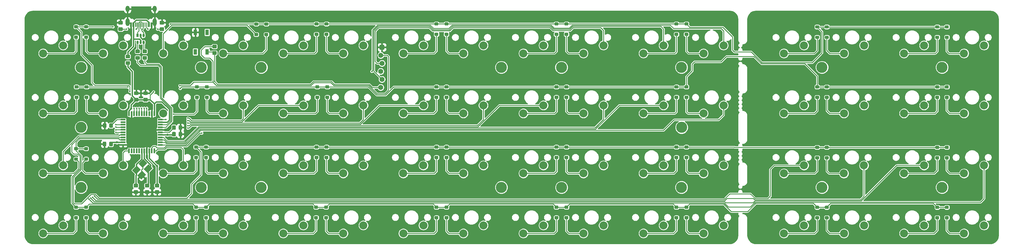
<source format=gbr>
G04 #@! TF.GenerationSoftware,KiCad,Pcbnew,(5.1.2-1)-1*
G04 #@! TF.CreationDate,2020-05-23T15:28:58-05:00*
G04 #@! TF.ProjectId,therick48.16,74686572-6963-46b3-9438-2e31362e6b69,rev?*
G04 #@! TF.SameCoordinates,Original*
G04 #@! TF.FileFunction,Copper,L2,Bot*
G04 #@! TF.FilePolarity,Positive*
%FSLAX46Y46*%
G04 Gerber Fmt 4.6, Leading zero omitted, Abs format (unit mm)*
G04 Created by KiCad (PCBNEW (5.1.2-1)-1) date 2020-05-23 15:28:58*
%MOMM*%
%LPD*%
G04 APERTURE LIST*
%ADD10C,0.100000*%
%ADD11C,1.600200*%
%ADD12C,3.500000*%
%ADD13C,1.800000*%
%ADD14C,2.540000*%
%ADD15C,1.000000*%
%ADD16R,1.100000X1.800000*%
%ADD17C,0.650000*%
%ADD18R,0.650000X1.060000*%
%ADD19C,0.600000*%
%ADD20O,1.300000X2.400000*%
%ADD21C,0.300000*%
%ADD22O,1.300000X1.900000*%
%ADD23C,1.150000*%
%ADD24R,0.500000X1.500000*%
%ADD25R,1.500000X0.500000*%
%ADD26C,0.500000*%
%ADD27C,0.700000*%
%ADD28C,0.250000*%
%ADD29C,0.400000*%
G04 APERTURE END LIST*
D10*
G36*
X160622462Y-46811826D02*
G01*
X160661296Y-46817587D01*
X160699378Y-46827126D01*
X160736343Y-46840352D01*
X160771832Y-46857137D01*
X160805506Y-46877321D01*
X160837039Y-46900707D01*
X160866128Y-46927072D01*
X160892493Y-46956161D01*
X160915879Y-46987694D01*
X160936063Y-47021368D01*
X160952848Y-47056857D01*
X160966074Y-47093822D01*
X160975613Y-47131904D01*
X160981374Y-47170738D01*
X160983300Y-47209950D01*
X160983300Y-48010050D01*
X160981374Y-48049262D01*
X160975613Y-48088096D01*
X160966074Y-48126178D01*
X160952848Y-48163143D01*
X160936063Y-48198632D01*
X160915879Y-48232306D01*
X160892493Y-48263839D01*
X160866128Y-48292928D01*
X160837039Y-48319293D01*
X160805506Y-48342679D01*
X160771832Y-48362863D01*
X160736343Y-48379648D01*
X160699378Y-48392874D01*
X160661296Y-48402413D01*
X160622462Y-48408174D01*
X160583250Y-48410100D01*
X159783150Y-48410100D01*
X159743938Y-48408174D01*
X159705104Y-48402413D01*
X159667022Y-48392874D01*
X159630057Y-48379648D01*
X159594568Y-48362863D01*
X159560894Y-48342679D01*
X159529361Y-48319293D01*
X159500272Y-48292928D01*
X159473907Y-48263839D01*
X159450521Y-48232306D01*
X159430337Y-48198632D01*
X159413552Y-48163143D01*
X159400326Y-48126178D01*
X159390787Y-48088096D01*
X159385026Y-48049262D01*
X159383100Y-48010050D01*
X159383100Y-47209950D01*
X159385026Y-47170738D01*
X159390787Y-47131904D01*
X159400326Y-47093822D01*
X159413552Y-47056857D01*
X159430337Y-47021368D01*
X159450521Y-46987694D01*
X159473907Y-46956161D01*
X159500272Y-46927072D01*
X159529361Y-46900707D01*
X159560894Y-46877321D01*
X159594568Y-46857137D01*
X159630057Y-46840352D01*
X159667022Y-46827126D01*
X159705104Y-46817587D01*
X159743938Y-46811826D01*
X159783150Y-46809900D01*
X160583250Y-46809900D01*
X160622462Y-46811826D01*
X160622462Y-46811826D01*
G37*
D11*
X160183200Y-47610000D03*
X159776800Y-50150000D03*
X160183200Y-52690000D03*
X159776800Y-55230000D03*
X160183200Y-57770000D03*
X159776800Y-60310000D03*
D12*
X254980000Y-91960000D03*
X254980000Y-53960000D03*
X197980000Y-91960000D03*
X197980000Y-53960000D03*
X121980000Y-91960000D03*
X121980000Y-53960000D03*
X64980000Y-91960000D03*
X64980000Y-53960000D03*
D13*
X84549632Y-84386522D03*
D10*
G36*
X84655698Y-83007664D02*
G01*
X85928490Y-84280456D01*
X84443566Y-85765380D01*
X83170774Y-84492588D01*
X84655698Y-83007664D01*
X84655698Y-83007664D01*
G37*
D13*
X82499022Y-86437132D03*
D10*
G36*
X82605088Y-85058274D02*
G01*
X83877880Y-86331066D01*
X82392956Y-87815990D01*
X81120164Y-86543198D01*
X82605088Y-85058274D01*
X82605088Y-85058274D01*
G37*
D13*
X84125368Y-88063478D03*
D10*
G36*
X84231434Y-86684620D02*
G01*
X85504226Y-87957412D01*
X84019302Y-89442336D01*
X82746510Y-88169544D01*
X84231434Y-86684620D01*
X84231434Y-86684620D01*
G37*
D13*
X86175978Y-86012868D03*
D10*
G36*
X86282044Y-84634010D02*
G01*
X87554836Y-85906802D01*
X86069912Y-87391726D01*
X84797120Y-86118934D01*
X86282044Y-84634010D01*
X86282044Y-84634010D01*
G37*
D14*
X268289304Y-103999733D03*
X261939304Y-106539733D03*
X249289354Y-103999733D03*
X242939354Y-106539733D03*
X230290000Y-103999733D03*
X223940000Y-106539733D03*
X211289454Y-104000000D03*
X204939454Y-106540000D03*
X192290000Y-104000000D03*
X185940000Y-106540000D03*
X173290000Y-104000000D03*
X166940000Y-106540000D03*
X154290000Y-103999733D03*
X147940000Y-106539733D03*
X135290000Y-104000000D03*
X128940000Y-106540000D03*
X116290000Y-104000000D03*
X109940000Y-106540000D03*
X97290000Y-104000000D03*
X90940000Y-106540000D03*
X78290000Y-104000000D03*
X71940000Y-106540000D03*
X59290000Y-104000000D03*
X52940000Y-106540000D03*
X268289304Y-85000000D03*
X261939304Y-87540000D03*
X249289354Y-84999783D03*
X242939354Y-87539783D03*
X230290000Y-85000000D03*
X223940000Y-87540000D03*
X211289454Y-85000000D03*
X204939454Y-87540000D03*
X192289504Y-84999783D03*
X185939504Y-87539783D03*
X173289554Y-84999783D03*
X166939554Y-87539783D03*
X154289604Y-84999783D03*
X147939604Y-87539783D03*
X135290000Y-84999783D03*
X128940000Y-87539783D03*
X116289704Y-84999783D03*
X109939704Y-87539783D03*
X97289754Y-84999783D03*
X90939754Y-87539783D03*
X78289804Y-85000000D03*
X71939804Y-87540000D03*
X59290000Y-85000000D03*
X52940000Y-87540000D03*
X268289304Y-66000000D03*
X261939304Y-68540000D03*
X249289354Y-66000000D03*
X242939354Y-68540000D03*
X230290000Y-66000000D03*
X223940000Y-68540000D03*
X211289454Y-66000000D03*
X204939454Y-68540000D03*
X192289504Y-65999833D03*
X185939504Y-68539833D03*
X173290000Y-65999833D03*
X166940000Y-68539833D03*
X154289604Y-66000000D03*
X147939604Y-68540000D03*
X135289654Y-66000000D03*
X128939654Y-68540000D03*
X116290000Y-66000000D03*
X109940000Y-68540000D03*
X97290000Y-66000000D03*
X90940000Y-68540000D03*
X78290000Y-66000000D03*
X71940000Y-68540000D03*
X59290000Y-66000000D03*
X52940000Y-68540000D03*
X268289304Y-47012700D03*
X261939304Y-49552700D03*
X249289354Y-46999883D03*
X242939354Y-49539883D03*
X230289404Y-46999883D03*
X223939404Y-49539883D03*
X211290000Y-47000000D03*
X204940000Y-49540000D03*
X192289504Y-46999883D03*
X185939504Y-49539883D03*
X173290000Y-47000000D03*
X166940000Y-49540000D03*
X154289604Y-46999883D03*
X147939604Y-49539883D03*
X135290000Y-47000000D03*
X128940000Y-49540000D03*
X116289704Y-46999883D03*
X109939704Y-49539883D03*
X97289754Y-46999883D03*
X90939754Y-49539883D03*
X78289804Y-46999883D03*
X71939804Y-49539883D03*
X52939854Y-49539883D03*
X59289854Y-46999883D03*
X344399078Y-106539733D03*
X350749078Y-103999733D03*
X325399128Y-106539733D03*
X331749128Y-103999733D03*
X306399178Y-106539733D03*
X312749178Y-103999733D03*
X287399228Y-106539733D03*
X293749228Y-103999733D03*
X344399078Y-87539783D03*
X350749078Y-84999783D03*
X325399128Y-87539783D03*
X331749128Y-84999783D03*
X306373778Y-87552483D03*
X312723778Y-85012483D03*
X287399228Y-87539783D03*
X293749228Y-84999783D03*
X344399078Y-68539833D03*
X350749078Y-65999833D03*
X325399128Y-68539833D03*
X331749128Y-65999833D03*
X306399178Y-68539833D03*
X312749178Y-65999833D03*
X287399228Y-68539833D03*
X293749228Y-65999833D03*
X344399078Y-49539883D03*
X350749078Y-46999883D03*
X325399128Y-49539883D03*
X331749128Y-46999883D03*
X312749178Y-46999883D03*
X306399178Y-49539883D03*
X293749228Y-46999883D03*
X287399228Y-49539883D03*
D12*
X337440000Y-91960000D03*
X299440000Y-91960000D03*
X337440000Y-53960000D03*
X299440000Y-53960000D03*
D10*
G36*
X339334504Y-97790204D02*
G01*
X339358773Y-97793804D01*
X339382571Y-97799765D01*
X339405671Y-97808030D01*
X339427849Y-97818520D01*
X339448893Y-97831133D01*
X339468598Y-97845747D01*
X339486777Y-97862223D01*
X339503253Y-97880402D01*
X339517867Y-97900107D01*
X339530480Y-97921151D01*
X339540970Y-97943329D01*
X339549235Y-97966429D01*
X339555196Y-97990227D01*
X339558796Y-98014496D01*
X339560000Y-98039000D01*
X339560000Y-98539000D01*
X339558796Y-98563504D01*
X339555196Y-98587773D01*
X339549235Y-98611571D01*
X339540970Y-98634671D01*
X339530480Y-98656849D01*
X339517867Y-98677893D01*
X339503253Y-98697598D01*
X339486777Y-98715777D01*
X339468598Y-98732253D01*
X339448893Y-98746867D01*
X339427849Y-98759480D01*
X339405671Y-98769970D01*
X339382571Y-98778235D01*
X339358773Y-98784196D01*
X339334504Y-98787796D01*
X339310000Y-98789000D01*
X338610000Y-98789000D01*
X338585496Y-98787796D01*
X338561227Y-98784196D01*
X338537429Y-98778235D01*
X338514329Y-98769970D01*
X338492151Y-98759480D01*
X338471107Y-98746867D01*
X338451402Y-98732253D01*
X338433223Y-98715777D01*
X338416747Y-98697598D01*
X338402133Y-98677893D01*
X338389520Y-98656849D01*
X338379030Y-98634671D01*
X338370765Y-98611571D01*
X338364804Y-98587773D01*
X338361204Y-98563504D01*
X338360000Y-98539000D01*
X338360000Y-98039000D01*
X338361204Y-98014496D01*
X338364804Y-97990227D01*
X338370765Y-97966429D01*
X338379030Y-97943329D01*
X338389520Y-97921151D01*
X338402133Y-97900107D01*
X338416747Y-97880402D01*
X338433223Y-97862223D01*
X338451402Y-97845747D01*
X338471107Y-97831133D01*
X338492151Y-97818520D01*
X338514329Y-97808030D01*
X338537429Y-97799765D01*
X338561227Y-97793804D01*
X338585496Y-97790204D01*
X338610000Y-97789000D01*
X339310000Y-97789000D01*
X339334504Y-97790204D01*
X339334504Y-97790204D01*
G37*
D15*
X338960000Y-98289000D03*
D10*
G36*
X339334504Y-101090204D02*
G01*
X339358773Y-101093804D01*
X339382571Y-101099765D01*
X339405671Y-101108030D01*
X339427849Y-101118520D01*
X339448893Y-101131133D01*
X339468598Y-101145747D01*
X339486777Y-101162223D01*
X339503253Y-101180402D01*
X339517867Y-101200107D01*
X339530480Y-101221151D01*
X339540970Y-101243329D01*
X339549235Y-101266429D01*
X339555196Y-101290227D01*
X339558796Y-101314496D01*
X339560000Y-101339000D01*
X339560000Y-101839000D01*
X339558796Y-101863504D01*
X339555196Y-101887773D01*
X339549235Y-101911571D01*
X339540970Y-101934671D01*
X339530480Y-101956849D01*
X339517867Y-101977893D01*
X339503253Y-101997598D01*
X339486777Y-102015777D01*
X339468598Y-102032253D01*
X339448893Y-102046867D01*
X339427849Y-102059480D01*
X339405671Y-102069970D01*
X339382571Y-102078235D01*
X339358773Y-102084196D01*
X339334504Y-102087796D01*
X339310000Y-102089000D01*
X338610000Y-102089000D01*
X338585496Y-102087796D01*
X338561227Y-102084196D01*
X338537429Y-102078235D01*
X338514329Y-102069970D01*
X338492151Y-102059480D01*
X338471107Y-102046867D01*
X338451402Y-102032253D01*
X338433223Y-102015777D01*
X338416747Y-101997598D01*
X338402133Y-101977893D01*
X338389520Y-101956849D01*
X338379030Y-101934671D01*
X338370765Y-101911571D01*
X338364804Y-101887773D01*
X338361204Y-101863504D01*
X338360000Y-101839000D01*
X338360000Y-101339000D01*
X338361204Y-101314496D01*
X338364804Y-101290227D01*
X338370765Y-101266429D01*
X338379030Y-101243329D01*
X338389520Y-101221151D01*
X338402133Y-101200107D01*
X338416747Y-101180402D01*
X338433223Y-101162223D01*
X338451402Y-101145747D01*
X338471107Y-101131133D01*
X338492151Y-101118520D01*
X338514329Y-101108030D01*
X338537429Y-101099765D01*
X338561227Y-101093804D01*
X338585496Y-101090204D01*
X338610000Y-101089000D01*
X339310000Y-101089000D01*
X339334504Y-101090204D01*
X339334504Y-101090204D01*
G37*
D15*
X338960000Y-101589000D03*
D10*
G36*
X336294504Y-97790204D02*
G01*
X336318773Y-97793804D01*
X336342571Y-97799765D01*
X336365671Y-97808030D01*
X336387849Y-97818520D01*
X336408893Y-97831133D01*
X336428598Y-97845747D01*
X336446777Y-97862223D01*
X336463253Y-97880402D01*
X336477867Y-97900107D01*
X336490480Y-97921151D01*
X336500970Y-97943329D01*
X336509235Y-97966429D01*
X336515196Y-97990227D01*
X336518796Y-98014496D01*
X336520000Y-98039000D01*
X336520000Y-98539000D01*
X336518796Y-98563504D01*
X336515196Y-98587773D01*
X336509235Y-98611571D01*
X336500970Y-98634671D01*
X336490480Y-98656849D01*
X336477867Y-98677893D01*
X336463253Y-98697598D01*
X336446777Y-98715777D01*
X336428598Y-98732253D01*
X336408893Y-98746867D01*
X336387849Y-98759480D01*
X336365671Y-98769970D01*
X336342571Y-98778235D01*
X336318773Y-98784196D01*
X336294504Y-98787796D01*
X336270000Y-98789000D01*
X335570000Y-98789000D01*
X335545496Y-98787796D01*
X335521227Y-98784196D01*
X335497429Y-98778235D01*
X335474329Y-98769970D01*
X335452151Y-98759480D01*
X335431107Y-98746867D01*
X335411402Y-98732253D01*
X335393223Y-98715777D01*
X335376747Y-98697598D01*
X335362133Y-98677893D01*
X335349520Y-98656849D01*
X335339030Y-98634671D01*
X335330765Y-98611571D01*
X335324804Y-98587773D01*
X335321204Y-98563504D01*
X335320000Y-98539000D01*
X335320000Y-98039000D01*
X335321204Y-98014496D01*
X335324804Y-97990227D01*
X335330765Y-97966429D01*
X335339030Y-97943329D01*
X335349520Y-97921151D01*
X335362133Y-97900107D01*
X335376747Y-97880402D01*
X335393223Y-97862223D01*
X335411402Y-97845747D01*
X335431107Y-97831133D01*
X335452151Y-97818520D01*
X335474329Y-97808030D01*
X335497429Y-97799765D01*
X335521227Y-97793804D01*
X335545496Y-97790204D01*
X335570000Y-97789000D01*
X336270000Y-97789000D01*
X336294504Y-97790204D01*
X336294504Y-97790204D01*
G37*
D15*
X335920000Y-98289000D03*
D10*
G36*
X336294504Y-101090204D02*
G01*
X336318773Y-101093804D01*
X336342571Y-101099765D01*
X336365671Y-101108030D01*
X336387849Y-101118520D01*
X336408893Y-101131133D01*
X336428598Y-101145747D01*
X336446777Y-101162223D01*
X336463253Y-101180402D01*
X336477867Y-101200107D01*
X336490480Y-101221151D01*
X336500970Y-101243329D01*
X336509235Y-101266429D01*
X336515196Y-101290227D01*
X336518796Y-101314496D01*
X336520000Y-101339000D01*
X336520000Y-101839000D01*
X336518796Y-101863504D01*
X336515196Y-101887773D01*
X336509235Y-101911571D01*
X336500970Y-101934671D01*
X336490480Y-101956849D01*
X336477867Y-101977893D01*
X336463253Y-101997598D01*
X336446777Y-102015777D01*
X336428598Y-102032253D01*
X336408893Y-102046867D01*
X336387849Y-102059480D01*
X336365671Y-102069970D01*
X336342571Y-102078235D01*
X336318773Y-102084196D01*
X336294504Y-102087796D01*
X336270000Y-102089000D01*
X335570000Y-102089000D01*
X335545496Y-102087796D01*
X335521227Y-102084196D01*
X335497429Y-102078235D01*
X335474329Y-102069970D01*
X335452151Y-102059480D01*
X335431107Y-102046867D01*
X335411402Y-102032253D01*
X335393223Y-102015777D01*
X335376747Y-101997598D01*
X335362133Y-101977893D01*
X335349520Y-101956849D01*
X335339030Y-101934671D01*
X335330765Y-101911571D01*
X335324804Y-101887773D01*
X335321204Y-101863504D01*
X335320000Y-101839000D01*
X335320000Y-101339000D01*
X335321204Y-101314496D01*
X335324804Y-101290227D01*
X335330765Y-101266429D01*
X335339030Y-101243329D01*
X335349520Y-101221151D01*
X335362133Y-101200107D01*
X335376747Y-101180402D01*
X335393223Y-101162223D01*
X335411402Y-101145747D01*
X335431107Y-101131133D01*
X335452151Y-101118520D01*
X335474329Y-101108030D01*
X335497429Y-101099765D01*
X335521227Y-101093804D01*
X335545496Y-101090204D01*
X335570000Y-101089000D01*
X336270000Y-101089000D01*
X336294504Y-101090204D01*
X336294504Y-101090204D01*
G37*
D15*
X335920000Y-101589000D03*
D10*
G36*
X301334504Y-97790204D02*
G01*
X301358773Y-97793804D01*
X301382571Y-97799765D01*
X301405671Y-97808030D01*
X301427849Y-97818520D01*
X301448893Y-97831133D01*
X301468598Y-97845747D01*
X301486777Y-97862223D01*
X301503253Y-97880402D01*
X301517867Y-97900107D01*
X301530480Y-97921151D01*
X301540970Y-97943329D01*
X301549235Y-97966429D01*
X301555196Y-97990227D01*
X301558796Y-98014496D01*
X301560000Y-98039000D01*
X301560000Y-98539000D01*
X301558796Y-98563504D01*
X301555196Y-98587773D01*
X301549235Y-98611571D01*
X301540970Y-98634671D01*
X301530480Y-98656849D01*
X301517867Y-98677893D01*
X301503253Y-98697598D01*
X301486777Y-98715777D01*
X301468598Y-98732253D01*
X301448893Y-98746867D01*
X301427849Y-98759480D01*
X301405671Y-98769970D01*
X301382571Y-98778235D01*
X301358773Y-98784196D01*
X301334504Y-98787796D01*
X301310000Y-98789000D01*
X300610000Y-98789000D01*
X300585496Y-98787796D01*
X300561227Y-98784196D01*
X300537429Y-98778235D01*
X300514329Y-98769970D01*
X300492151Y-98759480D01*
X300471107Y-98746867D01*
X300451402Y-98732253D01*
X300433223Y-98715777D01*
X300416747Y-98697598D01*
X300402133Y-98677893D01*
X300389520Y-98656849D01*
X300379030Y-98634671D01*
X300370765Y-98611571D01*
X300364804Y-98587773D01*
X300361204Y-98563504D01*
X300360000Y-98539000D01*
X300360000Y-98039000D01*
X300361204Y-98014496D01*
X300364804Y-97990227D01*
X300370765Y-97966429D01*
X300379030Y-97943329D01*
X300389520Y-97921151D01*
X300402133Y-97900107D01*
X300416747Y-97880402D01*
X300433223Y-97862223D01*
X300451402Y-97845747D01*
X300471107Y-97831133D01*
X300492151Y-97818520D01*
X300514329Y-97808030D01*
X300537429Y-97799765D01*
X300561227Y-97793804D01*
X300585496Y-97790204D01*
X300610000Y-97789000D01*
X301310000Y-97789000D01*
X301334504Y-97790204D01*
X301334504Y-97790204D01*
G37*
D15*
X300960000Y-98289000D03*
D10*
G36*
X301334504Y-101090204D02*
G01*
X301358773Y-101093804D01*
X301382571Y-101099765D01*
X301405671Y-101108030D01*
X301427849Y-101118520D01*
X301448893Y-101131133D01*
X301468598Y-101145747D01*
X301486777Y-101162223D01*
X301503253Y-101180402D01*
X301517867Y-101200107D01*
X301530480Y-101221151D01*
X301540970Y-101243329D01*
X301549235Y-101266429D01*
X301555196Y-101290227D01*
X301558796Y-101314496D01*
X301560000Y-101339000D01*
X301560000Y-101839000D01*
X301558796Y-101863504D01*
X301555196Y-101887773D01*
X301549235Y-101911571D01*
X301540970Y-101934671D01*
X301530480Y-101956849D01*
X301517867Y-101977893D01*
X301503253Y-101997598D01*
X301486777Y-102015777D01*
X301468598Y-102032253D01*
X301448893Y-102046867D01*
X301427849Y-102059480D01*
X301405671Y-102069970D01*
X301382571Y-102078235D01*
X301358773Y-102084196D01*
X301334504Y-102087796D01*
X301310000Y-102089000D01*
X300610000Y-102089000D01*
X300585496Y-102087796D01*
X300561227Y-102084196D01*
X300537429Y-102078235D01*
X300514329Y-102069970D01*
X300492151Y-102059480D01*
X300471107Y-102046867D01*
X300451402Y-102032253D01*
X300433223Y-102015777D01*
X300416747Y-101997598D01*
X300402133Y-101977893D01*
X300389520Y-101956849D01*
X300379030Y-101934671D01*
X300370765Y-101911571D01*
X300364804Y-101887773D01*
X300361204Y-101863504D01*
X300360000Y-101839000D01*
X300360000Y-101339000D01*
X300361204Y-101314496D01*
X300364804Y-101290227D01*
X300370765Y-101266429D01*
X300379030Y-101243329D01*
X300389520Y-101221151D01*
X300402133Y-101200107D01*
X300416747Y-101180402D01*
X300433223Y-101162223D01*
X300451402Y-101145747D01*
X300471107Y-101131133D01*
X300492151Y-101118520D01*
X300514329Y-101108030D01*
X300537429Y-101099765D01*
X300561227Y-101093804D01*
X300585496Y-101090204D01*
X300610000Y-101089000D01*
X301310000Y-101089000D01*
X301334504Y-101090204D01*
X301334504Y-101090204D01*
G37*
D15*
X300960000Y-101589000D03*
D10*
G36*
X298294504Y-97790204D02*
G01*
X298318773Y-97793804D01*
X298342571Y-97799765D01*
X298365671Y-97808030D01*
X298387849Y-97818520D01*
X298408893Y-97831133D01*
X298428598Y-97845747D01*
X298446777Y-97862223D01*
X298463253Y-97880402D01*
X298477867Y-97900107D01*
X298490480Y-97921151D01*
X298500970Y-97943329D01*
X298509235Y-97966429D01*
X298515196Y-97990227D01*
X298518796Y-98014496D01*
X298520000Y-98039000D01*
X298520000Y-98539000D01*
X298518796Y-98563504D01*
X298515196Y-98587773D01*
X298509235Y-98611571D01*
X298500970Y-98634671D01*
X298490480Y-98656849D01*
X298477867Y-98677893D01*
X298463253Y-98697598D01*
X298446777Y-98715777D01*
X298428598Y-98732253D01*
X298408893Y-98746867D01*
X298387849Y-98759480D01*
X298365671Y-98769970D01*
X298342571Y-98778235D01*
X298318773Y-98784196D01*
X298294504Y-98787796D01*
X298270000Y-98789000D01*
X297570000Y-98789000D01*
X297545496Y-98787796D01*
X297521227Y-98784196D01*
X297497429Y-98778235D01*
X297474329Y-98769970D01*
X297452151Y-98759480D01*
X297431107Y-98746867D01*
X297411402Y-98732253D01*
X297393223Y-98715777D01*
X297376747Y-98697598D01*
X297362133Y-98677893D01*
X297349520Y-98656849D01*
X297339030Y-98634671D01*
X297330765Y-98611571D01*
X297324804Y-98587773D01*
X297321204Y-98563504D01*
X297320000Y-98539000D01*
X297320000Y-98039000D01*
X297321204Y-98014496D01*
X297324804Y-97990227D01*
X297330765Y-97966429D01*
X297339030Y-97943329D01*
X297349520Y-97921151D01*
X297362133Y-97900107D01*
X297376747Y-97880402D01*
X297393223Y-97862223D01*
X297411402Y-97845747D01*
X297431107Y-97831133D01*
X297452151Y-97818520D01*
X297474329Y-97808030D01*
X297497429Y-97799765D01*
X297521227Y-97793804D01*
X297545496Y-97790204D01*
X297570000Y-97789000D01*
X298270000Y-97789000D01*
X298294504Y-97790204D01*
X298294504Y-97790204D01*
G37*
D15*
X297920000Y-98289000D03*
D10*
G36*
X298294504Y-101090204D02*
G01*
X298318773Y-101093804D01*
X298342571Y-101099765D01*
X298365671Y-101108030D01*
X298387849Y-101118520D01*
X298408893Y-101131133D01*
X298428598Y-101145747D01*
X298446777Y-101162223D01*
X298463253Y-101180402D01*
X298477867Y-101200107D01*
X298490480Y-101221151D01*
X298500970Y-101243329D01*
X298509235Y-101266429D01*
X298515196Y-101290227D01*
X298518796Y-101314496D01*
X298520000Y-101339000D01*
X298520000Y-101839000D01*
X298518796Y-101863504D01*
X298515196Y-101887773D01*
X298509235Y-101911571D01*
X298500970Y-101934671D01*
X298490480Y-101956849D01*
X298477867Y-101977893D01*
X298463253Y-101997598D01*
X298446777Y-102015777D01*
X298428598Y-102032253D01*
X298408893Y-102046867D01*
X298387849Y-102059480D01*
X298365671Y-102069970D01*
X298342571Y-102078235D01*
X298318773Y-102084196D01*
X298294504Y-102087796D01*
X298270000Y-102089000D01*
X297570000Y-102089000D01*
X297545496Y-102087796D01*
X297521227Y-102084196D01*
X297497429Y-102078235D01*
X297474329Y-102069970D01*
X297452151Y-102059480D01*
X297431107Y-102046867D01*
X297411402Y-102032253D01*
X297393223Y-102015777D01*
X297376747Y-101997598D01*
X297362133Y-101977893D01*
X297349520Y-101956849D01*
X297339030Y-101934671D01*
X297330765Y-101911571D01*
X297324804Y-101887773D01*
X297321204Y-101863504D01*
X297320000Y-101839000D01*
X297320000Y-101339000D01*
X297321204Y-101314496D01*
X297324804Y-101290227D01*
X297330765Y-101266429D01*
X297339030Y-101243329D01*
X297349520Y-101221151D01*
X297362133Y-101200107D01*
X297376747Y-101180402D01*
X297393223Y-101162223D01*
X297411402Y-101145747D01*
X297431107Y-101131133D01*
X297452151Y-101118520D01*
X297474329Y-101108030D01*
X297497429Y-101099765D01*
X297521227Y-101093804D01*
X297545496Y-101090204D01*
X297570000Y-101089000D01*
X298270000Y-101089000D01*
X298294504Y-101090204D01*
X298294504Y-101090204D01*
G37*
D15*
X297920000Y-101589000D03*
D10*
G36*
X339334504Y-78791204D02*
G01*
X339358773Y-78794804D01*
X339382571Y-78800765D01*
X339405671Y-78809030D01*
X339427849Y-78819520D01*
X339448893Y-78832133D01*
X339468598Y-78846747D01*
X339486777Y-78863223D01*
X339503253Y-78881402D01*
X339517867Y-78901107D01*
X339530480Y-78922151D01*
X339540970Y-78944329D01*
X339549235Y-78967429D01*
X339555196Y-78991227D01*
X339558796Y-79015496D01*
X339560000Y-79040000D01*
X339560000Y-79540000D01*
X339558796Y-79564504D01*
X339555196Y-79588773D01*
X339549235Y-79612571D01*
X339540970Y-79635671D01*
X339530480Y-79657849D01*
X339517867Y-79678893D01*
X339503253Y-79698598D01*
X339486777Y-79716777D01*
X339468598Y-79733253D01*
X339448893Y-79747867D01*
X339427849Y-79760480D01*
X339405671Y-79770970D01*
X339382571Y-79779235D01*
X339358773Y-79785196D01*
X339334504Y-79788796D01*
X339310000Y-79790000D01*
X338610000Y-79790000D01*
X338585496Y-79788796D01*
X338561227Y-79785196D01*
X338537429Y-79779235D01*
X338514329Y-79770970D01*
X338492151Y-79760480D01*
X338471107Y-79747867D01*
X338451402Y-79733253D01*
X338433223Y-79716777D01*
X338416747Y-79698598D01*
X338402133Y-79678893D01*
X338389520Y-79657849D01*
X338379030Y-79635671D01*
X338370765Y-79612571D01*
X338364804Y-79588773D01*
X338361204Y-79564504D01*
X338360000Y-79540000D01*
X338360000Y-79040000D01*
X338361204Y-79015496D01*
X338364804Y-78991227D01*
X338370765Y-78967429D01*
X338379030Y-78944329D01*
X338389520Y-78922151D01*
X338402133Y-78901107D01*
X338416747Y-78881402D01*
X338433223Y-78863223D01*
X338451402Y-78846747D01*
X338471107Y-78832133D01*
X338492151Y-78819520D01*
X338514329Y-78809030D01*
X338537429Y-78800765D01*
X338561227Y-78794804D01*
X338585496Y-78791204D01*
X338610000Y-78790000D01*
X339310000Y-78790000D01*
X339334504Y-78791204D01*
X339334504Y-78791204D01*
G37*
D15*
X338960000Y-79290000D03*
D10*
G36*
X339334504Y-82091204D02*
G01*
X339358773Y-82094804D01*
X339382571Y-82100765D01*
X339405671Y-82109030D01*
X339427849Y-82119520D01*
X339448893Y-82132133D01*
X339468598Y-82146747D01*
X339486777Y-82163223D01*
X339503253Y-82181402D01*
X339517867Y-82201107D01*
X339530480Y-82222151D01*
X339540970Y-82244329D01*
X339549235Y-82267429D01*
X339555196Y-82291227D01*
X339558796Y-82315496D01*
X339560000Y-82340000D01*
X339560000Y-82840000D01*
X339558796Y-82864504D01*
X339555196Y-82888773D01*
X339549235Y-82912571D01*
X339540970Y-82935671D01*
X339530480Y-82957849D01*
X339517867Y-82978893D01*
X339503253Y-82998598D01*
X339486777Y-83016777D01*
X339468598Y-83033253D01*
X339448893Y-83047867D01*
X339427849Y-83060480D01*
X339405671Y-83070970D01*
X339382571Y-83079235D01*
X339358773Y-83085196D01*
X339334504Y-83088796D01*
X339310000Y-83090000D01*
X338610000Y-83090000D01*
X338585496Y-83088796D01*
X338561227Y-83085196D01*
X338537429Y-83079235D01*
X338514329Y-83070970D01*
X338492151Y-83060480D01*
X338471107Y-83047867D01*
X338451402Y-83033253D01*
X338433223Y-83016777D01*
X338416747Y-82998598D01*
X338402133Y-82978893D01*
X338389520Y-82957849D01*
X338379030Y-82935671D01*
X338370765Y-82912571D01*
X338364804Y-82888773D01*
X338361204Y-82864504D01*
X338360000Y-82840000D01*
X338360000Y-82340000D01*
X338361204Y-82315496D01*
X338364804Y-82291227D01*
X338370765Y-82267429D01*
X338379030Y-82244329D01*
X338389520Y-82222151D01*
X338402133Y-82201107D01*
X338416747Y-82181402D01*
X338433223Y-82163223D01*
X338451402Y-82146747D01*
X338471107Y-82132133D01*
X338492151Y-82119520D01*
X338514329Y-82109030D01*
X338537429Y-82100765D01*
X338561227Y-82094804D01*
X338585496Y-82091204D01*
X338610000Y-82090000D01*
X339310000Y-82090000D01*
X339334504Y-82091204D01*
X339334504Y-82091204D01*
G37*
D15*
X338960000Y-82590000D03*
D10*
G36*
X336294504Y-78791204D02*
G01*
X336318773Y-78794804D01*
X336342571Y-78800765D01*
X336365671Y-78809030D01*
X336387849Y-78819520D01*
X336408893Y-78832133D01*
X336428598Y-78846747D01*
X336446777Y-78863223D01*
X336463253Y-78881402D01*
X336477867Y-78901107D01*
X336490480Y-78922151D01*
X336500970Y-78944329D01*
X336509235Y-78967429D01*
X336515196Y-78991227D01*
X336518796Y-79015496D01*
X336520000Y-79040000D01*
X336520000Y-79540000D01*
X336518796Y-79564504D01*
X336515196Y-79588773D01*
X336509235Y-79612571D01*
X336500970Y-79635671D01*
X336490480Y-79657849D01*
X336477867Y-79678893D01*
X336463253Y-79698598D01*
X336446777Y-79716777D01*
X336428598Y-79733253D01*
X336408893Y-79747867D01*
X336387849Y-79760480D01*
X336365671Y-79770970D01*
X336342571Y-79779235D01*
X336318773Y-79785196D01*
X336294504Y-79788796D01*
X336270000Y-79790000D01*
X335570000Y-79790000D01*
X335545496Y-79788796D01*
X335521227Y-79785196D01*
X335497429Y-79779235D01*
X335474329Y-79770970D01*
X335452151Y-79760480D01*
X335431107Y-79747867D01*
X335411402Y-79733253D01*
X335393223Y-79716777D01*
X335376747Y-79698598D01*
X335362133Y-79678893D01*
X335349520Y-79657849D01*
X335339030Y-79635671D01*
X335330765Y-79612571D01*
X335324804Y-79588773D01*
X335321204Y-79564504D01*
X335320000Y-79540000D01*
X335320000Y-79040000D01*
X335321204Y-79015496D01*
X335324804Y-78991227D01*
X335330765Y-78967429D01*
X335339030Y-78944329D01*
X335349520Y-78922151D01*
X335362133Y-78901107D01*
X335376747Y-78881402D01*
X335393223Y-78863223D01*
X335411402Y-78846747D01*
X335431107Y-78832133D01*
X335452151Y-78819520D01*
X335474329Y-78809030D01*
X335497429Y-78800765D01*
X335521227Y-78794804D01*
X335545496Y-78791204D01*
X335570000Y-78790000D01*
X336270000Y-78790000D01*
X336294504Y-78791204D01*
X336294504Y-78791204D01*
G37*
D15*
X335920000Y-79290000D03*
D10*
G36*
X336294504Y-82091204D02*
G01*
X336318773Y-82094804D01*
X336342571Y-82100765D01*
X336365671Y-82109030D01*
X336387849Y-82119520D01*
X336408893Y-82132133D01*
X336428598Y-82146747D01*
X336446777Y-82163223D01*
X336463253Y-82181402D01*
X336477867Y-82201107D01*
X336490480Y-82222151D01*
X336500970Y-82244329D01*
X336509235Y-82267429D01*
X336515196Y-82291227D01*
X336518796Y-82315496D01*
X336520000Y-82340000D01*
X336520000Y-82840000D01*
X336518796Y-82864504D01*
X336515196Y-82888773D01*
X336509235Y-82912571D01*
X336500970Y-82935671D01*
X336490480Y-82957849D01*
X336477867Y-82978893D01*
X336463253Y-82998598D01*
X336446777Y-83016777D01*
X336428598Y-83033253D01*
X336408893Y-83047867D01*
X336387849Y-83060480D01*
X336365671Y-83070970D01*
X336342571Y-83079235D01*
X336318773Y-83085196D01*
X336294504Y-83088796D01*
X336270000Y-83090000D01*
X335570000Y-83090000D01*
X335545496Y-83088796D01*
X335521227Y-83085196D01*
X335497429Y-83079235D01*
X335474329Y-83070970D01*
X335452151Y-83060480D01*
X335431107Y-83047867D01*
X335411402Y-83033253D01*
X335393223Y-83016777D01*
X335376747Y-82998598D01*
X335362133Y-82978893D01*
X335349520Y-82957849D01*
X335339030Y-82935671D01*
X335330765Y-82912571D01*
X335324804Y-82888773D01*
X335321204Y-82864504D01*
X335320000Y-82840000D01*
X335320000Y-82340000D01*
X335321204Y-82315496D01*
X335324804Y-82291227D01*
X335330765Y-82267429D01*
X335339030Y-82244329D01*
X335349520Y-82222151D01*
X335362133Y-82201107D01*
X335376747Y-82181402D01*
X335393223Y-82163223D01*
X335411402Y-82146747D01*
X335431107Y-82132133D01*
X335452151Y-82119520D01*
X335474329Y-82109030D01*
X335497429Y-82100765D01*
X335521227Y-82094804D01*
X335545496Y-82091204D01*
X335570000Y-82090000D01*
X336270000Y-82090000D01*
X336294504Y-82091204D01*
X336294504Y-82091204D01*
G37*
D15*
X335920000Y-82590000D03*
D10*
G36*
X301334504Y-78791204D02*
G01*
X301358773Y-78794804D01*
X301382571Y-78800765D01*
X301405671Y-78809030D01*
X301427849Y-78819520D01*
X301448893Y-78832133D01*
X301468598Y-78846747D01*
X301486777Y-78863223D01*
X301503253Y-78881402D01*
X301517867Y-78901107D01*
X301530480Y-78922151D01*
X301540970Y-78944329D01*
X301549235Y-78967429D01*
X301555196Y-78991227D01*
X301558796Y-79015496D01*
X301560000Y-79040000D01*
X301560000Y-79540000D01*
X301558796Y-79564504D01*
X301555196Y-79588773D01*
X301549235Y-79612571D01*
X301540970Y-79635671D01*
X301530480Y-79657849D01*
X301517867Y-79678893D01*
X301503253Y-79698598D01*
X301486777Y-79716777D01*
X301468598Y-79733253D01*
X301448893Y-79747867D01*
X301427849Y-79760480D01*
X301405671Y-79770970D01*
X301382571Y-79779235D01*
X301358773Y-79785196D01*
X301334504Y-79788796D01*
X301310000Y-79790000D01*
X300610000Y-79790000D01*
X300585496Y-79788796D01*
X300561227Y-79785196D01*
X300537429Y-79779235D01*
X300514329Y-79770970D01*
X300492151Y-79760480D01*
X300471107Y-79747867D01*
X300451402Y-79733253D01*
X300433223Y-79716777D01*
X300416747Y-79698598D01*
X300402133Y-79678893D01*
X300389520Y-79657849D01*
X300379030Y-79635671D01*
X300370765Y-79612571D01*
X300364804Y-79588773D01*
X300361204Y-79564504D01*
X300360000Y-79540000D01*
X300360000Y-79040000D01*
X300361204Y-79015496D01*
X300364804Y-78991227D01*
X300370765Y-78967429D01*
X300379030Y-78944329D01*
X300389520Y-78922151D01*
X300402133Y-78901107D01*
X300416747Y-78881402D01*
X300433223Y-78863223D01*
X300451402Y-78846747D01*
X300471107Y-78832133D01*
X300492151Y-78819520D01*
X300514329Y-78809030D01*
X300537429Y-78800765D01*
X300561227Y-78794804D01*
X300585496Y-78791204D01*
X300610000Y-78790000D01*
X301310000Y-78790000D01*
X301334504Y-78791204D01*
X301334504Y-78791204D01*
G37*
D15*
X300960000Y-79290000D03*
D10*
G36*
X301334504Y-82091204D02*
G01*
X301358773Y-82094804D01*
X301382571Y-82100765D01*
X301405671Y-82109030D01*
X301427849Y-82119520D01*
X301448893Y-82132133D01*
X301468598Y-82146747D01*
X301486777Y-82163223D01*
X301503253Y-82181402D01*
X301517867Y-82201107D01*
X301530480Y-82222151D01*
X301540970Y-82244329D01*
X301549235Y-82267429D01*
X301555196Y-82291227D01*
X301558796Y-82315496D01*
X301560000Y-82340000D01*
X301560000Y-82840000D01*
X301558796Y-82864504D01*
X301555196Y-82888773D01*
X301549235Y-82912571D01*
X301540970Y-82935671D01*
X301530480Y-82957849D01*
X301517867Y-82978893D01*
X301503253Y-82998598D01*
X301486777Y-83016777D01*
X301468598Y-83033253D01*
X301448893Y-83047867D01*
X301427849Y-83060480D01*
X301405671Y-83070970D01*
X301382571Y-83079235D01*
X301358773Y-83085196D01*
X301334504Y-83088796D01*
X301310000Y-83090000D01*
X300610000Y-83090000D01*
X300585496Y-83088796D01*
X300561227Y-83085196D01*
X300537429Y-83079235D01*
X300514329Y-83070970D01*
X300492151Y-83060480D01*
X300471107Y-83047867D01*
X300451402Y-83033253D01*
X300433223Y-83016777D01*
X300416747Y-82998598D01*
X300402133Y-82978893D01*
X300389520Y-82957849D01*
X300379030Y-82935671D01*
X300370765Y-82912571D01*
X300364804Y-82888773D01*
X300361204Y-82864504D01*
X300360000Y-82840000D01*
X300360000Y-82340000D01*
X300361204Y-82315496D01*
X300364804Y-82291227D01*
X300370765Y-82267429D01*
X300379030Y-82244329D01*
X300389520Y-82222151D01*
X300402133Y-82201107D01*
X300416747Y-82181402D01*
X300433223Y-82163223D01*
X300451402Y-82146747D01*
X300471107Y-82132133D01*
X300492151Y-82119520D01*
X300514329Y-82109030D01*
X300537429Y-82100765D01*
X300561227Y-82094804D01*
X300585496Y-82091204D01*
X300610000Y-82090000D01*
X301310000Y-82090000D01*
X301334504Y-82091204D01*
X301334504Y-82091204D01*
G37*
D15*
X300960000Y-82590000D03*
D10*
G36*
X298294504Y-78791204D02*
G01*
X298318773Y-78794804D01*
X298342571Y-78800765D01*
X298365671Y-78809030D01*
X298387849Y-78819520D01*
X298408893Y-78832133D01*
X298428598Y-78846747D01*
X298446777Y-78863223D01*
X298463253Y-78881402D01*
X298477867Y-78901107D01*
X298490480Y-78922151D01*
X298500970Y-78944329D01*
X298509235Y-78967429D01*
X298515196Y-78991227D01*
X298518796Y-79015496D01*
X298520000Y-79040000D01*
X298520000Y-79540000D01*
X298518796Y-79564504D01*
X298515196Y-79588773D01*
X298509235Y-79612571D01*
X298500970Y-79635671D01*
X298490480Y-79657849D01*
X298477867Y-79678893D01*
X298463253Y-79698598D01*
X298446777Y-79716777D01*
X298428598Y-79733253D01*
X298408893Y-79747867D01*
X298387849Y-79760480D01*
X298365671Y-79770970D01*
X298342571Y-79779235D01*
X298318773Y-79785196D01*
X298294504Y-79788796D01*
X298270000Y-79790000D01*
X297570000Y-79790000D01*
X297545496Y-79788796D01*
X297521227Y-79785196D01*
X297497429Y-79779235D01*
X297474329Y-79770970D01*
X297452151Y-79760480D01*
X297431107Y-79747867D01*
X297411402Y-79733253D01*
X297393223Y-79716777D01*
X297376747Y-79698598D01*
X297362133Y-79678893D01*
X297349520Y-79657849D01*
X297339030Y-79635671D01*
X297330765Y-79612571D01*
X297324804Y-79588773D01*
X297321204Y-79564504D01*
X297320000Y-79540000D01*
X297320000Y-79040000D01*
X297321204Y-79015496D01*
X297324804Y-78991227D01*
X297330765Y-78967429D01*
X297339030Y-78944329D01*
X297349520Y-78922151D01*
X297362133Y-78901107D01*
X297376747Y-78881402D01*
X297393223Y-78863223D01*
X297411402Y-78846747D01*
X297431107Y-78832133D01*
X297452151Y-78819520D01*
X297474329Y-78809030D01*
X297497429Y-78800765D01*
X297521227Y-78794804D01*
X297545496Y-78791204D01*
X297570000Y-78790000D01*
X298270000Y-78790000D01*
X298294504Y-78791204D01*
X298294504Y-78791204D01*
G37*
D15*
X297920000Y-79290000D03*
D10*
G36*
X298294504Y-82091204D02*
G01*
X298318773Y-82094804D01*
X298342571Y-82100765D01*
X298365671Y-82109030D01*
X298387849Y-82119520D01*
X298408893Y-82132133D01*
X298428598Y-82146747D01*
X298446777Y-82163223D01*
X298463253Y-82181402D01*
X298477867Y-82201107D01*
X298490480Y-82222151D01*
X298500970Y-82244329D01*
X298509235Y-82267429D01*
X298515196Y-82291227D01*
X298518796Y-82315496D01*
X298520000Y-82340000D01*
X298520000Y-82840000D01*
X298518796Y-82864504D01*
X298515196Y-82888773D01*
X298509235Y-82912571D01*
X298500970Y-82935671D01*
X298490480Y-82957849D01*
X298477867Y-82978893D01*
X298463253Y-82998598D01*
X298446777Y-83016777D01*
X298428598Y-83033253D01*
X298408893Y-83047867D01*
X298387849Y-83060480D01*
X298365671Y-83070970D01*
X298342571Y-83079235D01*
X298318773Y-83085196D01*
X298294504Y-83088796D01*
X298270000Y-83090000D01*
X297570000Y-83090000D01*
X297545496Y-83088796D01*
X297521227Y-83085196D01*
X297497429Y-83079235D01*
X297474329Y-83070970D01*
X297452151Y-83060480D01*
X297431107Y-83047867D01*
X297411402Y-83033253D01*
X297393223Y-83016777D01*
X297376747Y-82998598D01*
X297362133Y-82978893D01*
X297349520Y-82957849D01*
X297339030Y-82935671D01*
X297330765Y-82912571D01*
X297324804Y-82888773D01*
X297321204Y-82864504D01*
X297320000Y-82840000D01*
X297320000Y-82340000D01*
X297321204Y-82315496D01*
X297324804Y-82291227D01*
X297330765Y-82267429D01*
X297339030Y-82244329D01*
X297349520Y-82222151D01*
X297362133Y-82201107D01*
X297376747Y-82181402D01*
X297393223Y-82163223D01*
X297411402Y-82146747D01*
X297431107Y-82132133D01*
X297452151Y-82119520D01*
X297474329Y-82109030D01*
X297497429Y-82100765D01*
X297521227Y-82094804D01*
X297545496Y-82091204D01*
X297570000Y-82090000D01*
X298270000Y-82090000D01*
X298294504Y-82091204D01*
X298294504Y-82091204D01*
G37*
D15*
X297920000Y-82590000D03*
D10*
G36*
X339334504Y-59663204D02*
G01*
X339358773Y-59666804D01*
X339382571Y-59672765D01*
X339405671Y-59681030D01*
X339427849Y-59691520D01*
X339448893Y-59704133D01*
X339468598Y-59718747D01*
X339486777Y-59735223D01*
X339503253Y-59753402D01*
X339517867Y-59773107D01*
X339530480Y-59794151D01*
X339540970Y-59816329D01*
X339549235Y-59839429D01*
X339555196Y-59863227D01*
X339558796Y-59887496D01*
X339560000Y-59912000D01*
X339560000Y-60412000D01*
X339558796Y-60436504D01*
X339555196Y-60460773D01*
X339549235Y-60484571D01*
X339540970Y-60507671D01*
X339530480Y-60529849D01*
X339517867Y-60550893D01*
X339503253Y-60570598D01*
X339486777Y-60588777D01*
X339468598Y-60605253D01*
X339448893Y-60619867D01*
X339427849Y-60632480D01*
X339405671Y-60642970D01*
X339382571Y-60651235D01*
X339358773Y-60657196D01*
X339334504Y-60660796D01*
X339310000Y-60662000D01*
X338610000Y-60662000D01*
X338585496Y-60660796D01*
X338561227Y-60657196D01*
X338537429Y-60651235D01*
X338514329Y-60642970D01*
X338492151Y-60632480D01*
X338471107Y-60619867D01*
X338451402Y-60605253D01*
X338433223Y-60588777D01*
X338416747Y-60570598D01*
X338402133Y-60550893D01*
X338389520Y-60529849D01*
X338379030Y-60507671D01*
X338370765Y-60484571D01*
X338364804Y-60460773D01*
X338361204Y-60436504D01*
X338360000Y-60412000D01*
X338360000Y-59912000D01*
X338361204Y-59887496D01*
X338364804Y-59863227D01*
X338370765Y-59839429D01*
X338379030Y-59816329D01*
X338389520Y-59794151D01*
X338402133Y-59773107D01*
X338416747Y-59753402D01*
X338433223Y-59735223D01*
X338451402Y-59718747D01*
X338471107Y-59704133D01*
X338492151Y-59691520D01*
X338514329Y-59681030D01*
X338537429Y-59672765D01*
X338561227Y-59666804D01*
X338585496Y-59663204D01*
X338610000Y-59662000D01*
X339310000Y-59662000D01*
X339334504Y-59663204D01*
X339334504Y-59663204D01*
G37*
D15*
X338960000Y-60162000D03*
D10*
G36*
X339334504Y-62963204D02*
G01*
X339358773Y-62966804D01*
X339382571Y-62972765D01*
X339405671Y-62981030D01*
X339427849Y-62991520D01*
X339448893Y-63004133D01*
X339468598Y-63018747D01*
X339486777Y-63035223D01*
X339503253Y-63053402D01*
X339517867Y-63073107D01*
X339530480Y-63094151D01*
X339540970Y-63116329D01*
X339549235Y-63139429D01*
X339555196Y-63163227D01*
X339558796Y-63187496D01*
X339560000Y-63212000D01*
X339560000Y-63712000D01*
X339558796Y-63736504D01*
X339555196Y-63760773D01*
X339549235Y-63784571D01*
X339540970Y-63807671D01*
X339530480Y-63829849D01*
X339517867Y-63850893D01*
X339503253Y-63870598D01*
X339486777Y-63888777D01*
X339468598Y-63905253D01*
X339448893Y-63919867D01*
X339427849Y-63932480D01*
X339405671Y-63942970D01*
X339382571Y-63951235D01*
X339358773Y-63957196D01*
X339334504Y-63960796D01*
X339310000Y-63962000D01*
X338610000Y-63962000D01*
X338585496Y-63960796D01*
X338561227Y-63957196D01*
X338537429Y-63951235D01*
X338514329Y-63942970D01*
X338492151Y-63932480D01*
X338471107Y-63919867D01*
X338451402Y-63905253D01*
X338433223Y-63888777D01*
X338416747Y-63870598D01*
X338402133Y-63850893D01*
X338389520Y-63829849D01*
X338379030Y-63807671D01*
X338370765Y-63784571D01*
X338364804Y-63760773D01*
X338361204Y-63736504D01*
X338360000Y-63712000D01*
X338360000Y-63212000D01*
X338361204Y-63187496D01*
X338364804Y-63163227D01*
X338370765Y-63139429D01*
X338379030Y-63116329D01*
X338389520Y-63094151D01*
X338402133Y-63073107D01*
X338416747Y-63053402D01*
X338433223Y-63035223D01*
X338451402Y-63018747D01*
X338471107Y-63004133D01*
X338492151Y-62991520D01*
X338514329Y-62981030D01*
X338537429Y-62972765D01*
X338561227Y-62966804D01*
X338585496Y-62963204D01*
X338610000Y-62962000D01*
X339310000Y-62962000D01*
X339334504Y-62963204D01*
X339334504Y-62963204D01*
G37*
D15*
X338960000Y-63462000D03*
D10*
G36*
X336294504Y-59663204D02*
G01*
X336318773Y-59666804D01*
X336342571Y-59672765D01*
X336365671Y-59681030D01*
X336387849Y-59691520D01*
X336408893Y-59704133D01*
X336428598Y-59718747D01*
X336446777Y-59735223D01*
X336463253Y-59753402D01*
X336477867Y-59773107D01*
X336490480Y-59794151D01*
X336500970Y-59816329D01*
X336509235Y-59839429D01*
X336515196Y-59863227D01*
X336518796Y-59887496D01*
X336520000Y-59912000D01*
X336520000Y-60412000D01*
X336518796Y-60436504D01*
X336515196Y-60460773D01*
X336509235Y-60484571D01*
X336500970Y-60507671D01*
X336490480Y-60529849D01*
X336477867Y-60550893D01*
X336463253Y-60570598D01*
X336446777Y-60588777D01*
X336428598Y-60605253D01*
X336408893Y-60619867D01*
X336387849Y-60632480D01*
X336365671Y-60642970D01*
X336342571Y-60651235D01*
X336318773Y-60657196D01*
X336294504Y-60660796D01*
X336270000Y-60662000D01*
X335570000Y-60662000D01*
X335545496Y-60660796D01*
X335521227Y-60657196D01*
X335497429Y-60651235D01*
X335474329Y-60642970D01*
X335452151Y-60632480D01*
X335431107Y-60619867D01*
X335411402Y-60605253D01*
X335393223Y-60588777D01*
X335376747Y-60570598D01*
X335362133Y-60550893D01*
X335349520Y-60529849D01*
X335339030Y-60507671D01*
X335330765Y-60484571D01*
X335324804Y-60460773D01*
X335321204Y-60436504D01*
X335320000Y-60412000D01*
X335320000Y-59912000D01*
X335321204Y-59887496D01*
X335324804Y-59863227D01*
X335330765Y-59839429D01*
X335339030Y-59816329D01*
X335349520Y-59794151D01*
X335362133Y-59773107D01*
X335376747Y-59753402D01*
X335393223Y-59735223D01*
X335411402Y-59718747D01*
X335431107Y-59704133D01*
X335452151Y-59691520D01*
X335474329Y-59681030D01*
X335497429Y-59672765D01*
X335521227Y-59666804D01*
X335545496Y-59663204D01*
X335570000Y-59662000D01*
X336270000Y-59662000D01*
X336294504Y-59663204D01*
X336294504Y-59663204D01*
G37*
D15*
X335920000Y-60162000D03*
D10*
G36*
X336294504Y-62963204D02*
G01*
X336318773Y-62966804D01*
X336342571Y-62972765D01*
X336365671Y-62981030D01*
X336387849Y-62991520D01*
X336408893Y-63004133D01*
X336428598Y-63018747D01*
X336446777Y-63035223D01*
X336463253Y-63053402D01*
X336477867Y-63073107D01*
X336490480Y-63094151D01*
X336500970Y-63116329D01*
X336509235Y-63139429D01*
X336515196Y-63163227D01*
X336518796Y-63187496D01*
X336520000Y-63212000D01*
X336520000Y-63712000D01*
X336518796Y-63736504D01*
X336515196Y-63760773D01*
X336509235Y-63784571D01*
X336500970Y-63807671D01*
X336490480Y-63829849D01*
X336477867Y-63850893D01*
X336463253Y-63870598D01*
X336446777Y-63888777D01*
X336428598Y-63905253D01*
X336408893Y-63919867D01*
X336387849Y-63932480D01*
X336365671Y-63942970D01*
X336342571Y-63951235D01*
X336318773Y-63957196D01*
X336294504Y-63960796D01*
X336270000Y-63962000D01*
X335570000Y-63962000D01*
X335545496Y-63960796D01*
X335521227Y-63957196D01*
X335497429Y-63951235D01*
X335474329Y-63942970D01*
X335452151Y-63932480D01*
X335431107Y-63919867D01*
X335411402Y-63905253D01*
X335393223Y-63888777D01*
X335376747Y-63870598D01*
X335362133Y-63850893D01*
X335349520Y-63829849D01*
X335339030Y-63807671D01*
X335330765Y-63784571D01*
X335324804Y-63760773D01*
X335321204Y-63736504D01*
X335320000Y-63712000D01*
X335320000Y-63212000D01*
X335321204Y-63187496D01*
X335324804Y-63163227D01*
X335330765Y-63139429D01*
X335339030Y-63116329D01*
X335349520Y-63094151D01*
X335362133Y-63073107D01*
X335376747Y-63053402D01*
X335393223Y-63035223D01*
X335411402Y-63018747D01*
X335431107Y-63004133D01*
X335452151Y-62991520D01*
X335474329Y-62981030D01*
X335497429Y-62972765D01*
X335521227Y-62966804D01*
X335545496Y-62963204D01*
X335570000Y-62962000D01*
X336270000Y-62962000D01*
X336294504Y-62963204D01*
X336294504Y-62963204D01*
G37*
D15*
X335920000Y-63462000D03*
D10*
G36*
X301334504Y-59663204D02*
G01*
X301358773Y-59666804D01*
X301382571Y-59672765D01*
X301405671Y-59681030D01*
X301427849Y-59691520D01*
X301448893Y-59704133D01*
X301468598Y-59718747D01*
X301486777Y-59735223D01*
X301503253Y-59753402D01*
X301517867Y-59773107D01*
X301530480Y-59794151D01*
X301540970Y-59816329D01*
X301549235Y-59839429D01*
X301555196Y-59863227D01*
X301558796Y-59887496D01*
X301560000Y-59912000D01*
X301560000Y-60412000D01*
X301558796Y-60436504D01*
X301555196Y-60460773D01*
X301549235Y-60484571D01*
X301540970Y-60507671D01*
X301530480Y-60529849D01*
X301517867Y-60550893D01*
X301503253Y-60570598D01*
X301486777Y-60588777D01*
X301468598Y-60605253D01*
X301448893Y-60619867D01*
X301427849Y-60632480D01*
X301405671Y-60642970D01*
X301382571Y-60651235D01*
X301358773Y-60657196D01*
X301334504Y-60660796D01*
X301310000Y-60662000D01*
X300610000Y-60662000D01*
X300585496Y-60660796D01*
X300561227Y-60657196D01*
X300537429Y-60651235D01*
X300514329Y-60642970D01*
X300492151Y-60632480D01*
X300471107Y-60619867D01*
X300451402Y-60605253D01*
X300433223Y-60588777D01*
X300416747Y-60570598D01*
X300402133Y-60550893D01*
X300389520Y-60529849D01*
X300379030Y-60507671D01*
X300370765Y-60484571D01*
X300364804Y-60460773D01*
X300361204Y-60436504D01*
X300360000Y-60412000D01*
X300360000Y-59912000D01*
X300361204Y-59887496D01*
X300364804Y-59863227D01*
X300370765Y-59839429D01*
X300379030Y-59816329D01*
X300389520Y-59794151D01*
X300402133Y-59773107D01*
X300416747Y-59753402D01*
X300433223Y-59735223D01*
X300451402Y-59718747D01*
X300471107Y-59704133D01*
X300492151Y-59691520D01*
X300514329Y-59681030D01*
X300537429Y-59672765D01*
X300561227Y-59666804D01*
X300585496Y-59663204D01*
X300610000Y-59662000D01*
X301310000Y-59662000D01*
X301334504Y-59663204D01*
X301334504Y-59663204D01*
G37*
D15*
X300960000Y-60162000D03*
D10*
G36*
X301334504Y-62963204D02*
G01*
X301358773Y-62966804D01*
X301382571Y-62972765D01*
X301405671Y-62981030D01*
X301427849Y-62991520D01*
X301448893Y-63004133D01*
X301468598Y-63018747D01*
X301486777Y-63035223D01*
X301503253Y-63053402D01*
X301517867Y-63073107D01*
X301530480Y-63094151D01*
X301540970Y-63116329D01*
X301549235Y-63139429D01*
X301555196Y-63163227D01*
X301558796Y-63187496D01*
X301560000Y-63212000D01*
X301560000Y-63712000D01*
X301558796Y-63736504D01*
X301555196Y-63760773D01*
X301549235Y-63784571D01*
X301540970Y-63807671D01*
X301530480Y-63829849D01*
X301517867Y-63850893D01*
X301503253Y-63870598D01*
X301486777Y-63888777D01*
X301468598Y-63905253D01*
X301448893Y-63919867D01*
X301427849Y-63932480D01*
X301405671Y-63942970D01*
X301382571Y-63951235D01*
X301358773Y-63957196D01*
X301334504Y-63960796D01*
X301310000Y-63962000D01*
X300610000Y-63962000D01*
X300585496Y-63960796D01*
X300561227Y-63957196D01*
X300537429Y-63951235D01*
X300514329Y-63942970D01*
X300492151Y-63932480D01*
X300471107Y-63919867D01*
X300451402Y-63905253D01*
X300433223Y-63888777D01*
X300416747Y-63870598D01*
X300402133Y-63850893D01*
X300389520Y-63829849D01*
X300379030Y-63807671D01*
X300370765Y-63784571D01*
X300364804Y-63760773D01*
X300361204Y-63736504D01*
X300360000Y-63712000D01*
X300360000Y-63212000D01*
X300361204Y-63187496D01*
X300364804Y-63163227D01*
X300370765Y-63139429D01*
X300379030Y-63116329D01*
X300389520Y-63094151D01*
X300402133Y-63073107D01*
X300416747Y-63053402D01*
X300433223Y-63035223D01*
X300451402Y-63018747D01*
X300471107Y-63004133D01*
X300492151Y-62991520D01*
X300514329Y-62981030D01*
X300537429Y-62972765D01*
X300561227Y-62966804D01*
X300585496Y-62963204D01*
X300610000Y-62962000D01*
X301310000Y-62962000D01*
X301334504Y-62963204D01*
X301334504Y-62963204D01*
G37*
D15*
X300960000Y-63462000D03*
D10*
G36*
X298294504Y-59663204D02*
G01*
X298318773Y-59666804D01*
X298342571Y-59672765D01*
X298365671Y-59681030D01*
X298387849Y-59691520D01*
X298408893Y-59704133D01*
X298428598Y-59718747D01*
X298446777Y-59735223D01*
X298463253Y-59753402D01*
X298477867Y-59773107D01*
X298490480Y-59794151D01*
X298500970Y-59816329D01*
X298509235Y-59839429D01*
X298515196Y-59863227D01*
X298518796Y-59887496D01*
X298520000Y-59912000D01*
X298520000Y-60412000D01*
X298518796Y-60436504D01*
X298515196Y-60460773D01*
X298509235Y-60484571D01*
X298500970Y-60507671D01*
X298490480Y-60529849D01*
X298477867Y-60550893D01*
X298463253Y-60570598D01*
X298446777Y-60588777D01*
X298428598Y-60605253D01*
X298408893Y-60619867D01*
X298387849Y-60632480D01*
X298365671Y-60642970D01*
X298342571Y-60651235D01*
X298318773Y-60657196D01*
X298294504Y-60660796D01*
X298270000Y-60662000D01*
X297570000Y-60662000D01*
X297545496Y-60660796D01*
X297521227Y-60657196D01*
X297497429Y-60651235D01*
X297474329Y-60642970D01*
X297452151Y-60632480D01*
X297431107Y-60619867D01*
X297411402Y-60605253D01*
X297393223Y-60588777D01*
X297376747Y-60570598D01*
X297362133Y-60550893D01*
X297349520Y-60529849D01*
X297339030Y-60507671D01*
X297330765Y-60484571D01*
X297324804Y-60460773D01*
X297321204Y-60436504D01*
X297320000Y-60412000D01*
X297320000Y-59912000D01*
X297321204Y-59887496D01*
X297324804Y-59863227D01*
X297330765Y-59839429D01*
X297339030Y-59816329D01*
X297349520Y-59794151D01*
X297362133Y-59773107D01*
X297376747Y-59753402D01*
X297393223Y-59735223D01*
X297411402Y-59718747D01*
X297431107Y-59704133D01*
X297452151Y-59691520D01*
X297474329Y-59681030D01*
X297497429Y-59672765D01*
X297521227Y-59666804D01*
X297545496Y-59663204D01*
X297570000Y-59662000D01*
X298270000Y-59662000D01*
X298294504Y-59663204D01*
X298294504Y-59663204D01*
G37*
D15*
X297920000Y-60162000D03*
D10*
G36*
X298294504Y-62963204D02*
G01*
X298318773Y-62966804D01*
X298342571Y-62972765D01*
X298365671Y-62981030D01*
X298387849Y-62991520D01*
X298408893Y-63004133D01*
X298428598Y-63018747D01*
X298446777Y-63035223D01*
X298463253Y-63053402D01*
X298477867Y-63073107D01*
X298490480Y-63094151D01*
X298500970Y-63116329D01*
X298509235Y-63139429D01*
X298515196Y-63163227D01*
X298518796Y-63187496D01*
X298520000Y-63212000D01*
X298520000Y-63712000D01*
X298518796Y-63736504D01*
X298515196Y-63760773D01*
X298509235Y-63784571D01*
X298500970Y-63807671D01*
X298490480Y-63829849D01*
X298477867Y-63850893D01*
X298463253Y-63870598D01*
X298446777Y-63888777D01*
X298428598Y-63905253D01*
X298408893Y-63919867D01*
X298387849Y-63932480D01*
X298365671Y-63942970D01*
X298342571Y-63951235D01*
X298318773Y-63957196D01*
X298294504Y-63960796D01*
X298270000Y-63962000D01*
X297570000Y-63962000D01*
X297545496Y-63960796D01*
X297521227Y-63957196D01*
X297497429Y-63951235D01*
X297474329Y-63942970D01*
X297452151Y-63932480D01*
X297431107Y-63919867D01*
X297411402Y-63905253D01*
X297393223Y-63888777D01*
X297376747Y-63870598D01*
X297362133Y-63850893D01*
X297349520Y-63829849D01*
X297339030Y-63807671D01*
X297330765Y-63784571D01*
X297324804Y-63760773D01*
X297321204Y-63736504D01*
X297320000Y-63712000D01*
X297320000Y-63212000D01*
X297321204Y-63187496D01*
X297324804Y-63163227D01*
X297330765Y-63139429D01*
X297339030Y-63116329D01*
X297349520Y-63094151D01*
X297362133Y-63073107D01*
X297376747Y-63053402D01*
X297393223Y-63035223D01*
X297411402Y-63018747D01*
X297431107Y-63004133D01*
X297452151Y-62991520D01*
X297474329Y-62981030D01*
X297497429Y-62972765D01*
X297521227Y-62966804D01*
X297545496Y-62963204D01*
X297570000Y-62962000D01*
X298270000Y-62962000D01*
X298294504Y-62963204D01*
X298294504Y-62963204D01*
G37*
D15*
X297920000Y-63462000D03*
D10*
G36*
X339334504Y-40663204D02*
G01*
X339358773Y-40666804D01*
X339382571Y-40672765D01*
X339405671Y-40681030D01*
X339427849Y-40691520D01*
X339448893Y-40704133D01*
X339468598Y-40718747D01*
X339486777Y-40735223D01*
X339503253Y-40753402D01*
X339517867Y-40773107D01*
X339530480Y-40794151D01*
X339540970Y-40816329D01*
X339549235Y-40839429D01*
X339555196Y-40863227D01*
X339558796Y-40887496D01*
X339560000Y-40912000D01*
X339560000Y-41412000D01*
X339558796Y-41436504D01*
X339555196Y-41460773D01*
X339549235Y-41484571D01*
X339540970Y-41507671D01*
X339530480Y-41529849D01*
X339517867Y-41550893D01*
X339503253Y-41570598D01*
X339486777Y-41588777D01*
X339468598Y-41605253D01*
X339448893Y-41619867D01*
X339427849Y-41632480D01*
X339405671Y-41642970D01*
X339382571Y-41651235D01*
X339358773Y-41657196D01*
X339334504Y-41660796D01*
X339310000Y-41662000D01*
X338610000Y-41662000D01*
X338585496Y-41660796D01*
X338561227Y-41657196D01*
X338537429Y-41651235D01*
X338514329Y-41642970D01*
X338492151Y-41632480D01*
X338471107Y-41619867D01*
X338451402Y-41605253D01*
X338433223Y-41588777D01*
X338416747Y-41570598D01*
X338402133Y-41550893D01*
X338389520Y-41529849D01*
X338379030Y-41507671D01*
X338370765Y-41484571D01*
X338364804Y-41460773D01*
X338361204Y-41436504D01*
X338360000Y-41412000D01*
X338360000Y-40912000D01*
X338361204Y-40887496D01*
X338364804Y-40863227D01*
X338370765Y-40839429D01*
X338379030Y-40816329D01*
X338389520Y-40794151D01*
X338402133Y-40773107D01*
X338416747Y-40753402D01*
X338433223Y-40735223D01*
X338451402Y-40718747D01*
X338471107Y-40704133D01*
X338492151Y-40691520D01*
X338514329Y-40681030D01*
X338537429Y-40672765D01*
X338561227Y-40666804D01*
X338585496Y-40663204D01*
X338610000Y-40662000D01*
X339310000Y-40662000D01*
X339334504Y-40663204D01*
X339334504Y-40663204D01*
G37*
D15*
X338960000Y-41162000D03*
D10*
G36*
X339334504Y-43963204D02*
G01*
X339358773Y-43966804D01*
X339382571Y-43972765D01*
X339405671Y-43981030D01*
X339427849Y-43991520D01*
X339448893Y-44004133D01*
X339468598Y-44018747D01*
X339486777Y-44035223D01*
X339503253Y-44053402D01*
X339517867Y-44073107D01*
X339530480Y-44094151D01*
X339540970Y-44116329D01*
X339549235Y-44139429D01*
X339555196Y-44163227D01*
X339558796Y-44187496D01*
X339560000Y-44212000D01*
X339560000Y-44712000D01*
X339558796Y-44736504D01*
X339555196Y-44760773D01*
X339549235Y-44784571D01*
X339540970Y-44807671D01*
X339530480Y-44829849D01*
X339517867Y-44850893D01*
X339503253Y-44870598D01*
X339486777Y-44888777D01*
X339468598Y-44905253D01*
X339448893Y-44919867D01*
X339427849Y-44932480D01*
X339405671Y-44942970D01*
X339382571Y-44951235D01*
X339358773Y-44957196D01*
X339334504Y-44960796D01*
X339310000Y-44962000D01*
X338610000Y-44962000D01*
X338585496Y-44960796D01*
X338561227Y-44957196D01*
X338537429Y-44951235D01*
X338514329Y-44942970D01*
X338492151Y-44932480D01*
X338471107Y-44919867D01*
X338451402Y-44905253D01*
X338433223Y-44888777D01*
X338416747Y-44870598D01*
X338402133Y-44850893D01*
X338389520Y-44829849D01*
X338379030Y-44807671D01*
X338370765Y-44784571D01*
X338364804Y-44760773D01*
X338361204Y-44736504D01*
X338360000Y-44712000D01*
X338360000Y-44212000D01*
X338361204Y-44187496D01*
X338364804Y-44163227D01*
X338370765Y-44139429D01*
X338379030Y-44116329D01*
X338389520Y-44094151D01*
X338402133Y-44073107D01*
X338416747Y-44053402D01*
X338433223Y-44035223D01*
X338451402Y-44018747D01*
X338471107Y-44004133D01*
X338492151Y-43991520D01*
X338514329Y-43981030D01*
X338537429Y-43972765D01*
X338561227Y-43966804D01*
X338585496Y-43963204D01*
X338610000Y-43962000D01*
X339310000Y-43962000D01*
X339334504Y-43963204D01*
X339334504Y-43963204D01*
G37*
D15*
X338960000Y-44462000D03*
D10*
G36*
X336294504Y-40663204D02*
G01*
X336318773Y-40666804D01*
X336342571Y-40672765D01*
X336365671Y-40681030D01*
X336387849Y-40691520D01*
X336408893Y-40704133D01*
X336428598Y-40718747D01*
X336446777Y-40735223D01*
X336463253Y-40753402D01*
X336477867Y-40773107D01*
X336490480Y-40794151D01*
X336500970Y-40816329D01*
X336509235Y-40839429D01*
X336515196Y-40863227D01*
X336518796Y-40887496D01*
X336520000Y-40912000D01*
X336520000Y-41412000D01*
X336518796Y-41436504D01*
X336515196Y-41460773D01*
X336509235Y-41484571D01*
X336500970Y-41507671D01*
X336490480Y-41529849D01*
X336477867Y-41550893D01*
X336463253Y-41570598D01*
X336446777Y-41588777D01*
X336428598Y-41605253D01*
X336408893Y-41619867D01*
X336387849Y-41632480D01*
X336365671Y-41642970D01*
X336342571Y-41651235D01*
X336318773Y-41657196D01*
X336294504Y-41660796D01*
X336270000Y-41662000D01*
X335570000Y-41662000D01*
X335545496Y-41660796D01*
X335521227Y-41657196D01*
X335497429Y-41651235D01*
X335474329Y-41642970D01*
X335452151Y-41632480D01*
X335431107Y-41619867D01*
X335411402Y-41605253D01*
X335393223Y-41588777D01*
X335376747Y-41570598D01*
X335362133Y-41550893D01*
X335349520Y-41529849D01*
X335339030Y-41507671D01*
X335330765Y-41484571D01*
X335324804Y-41460773D01*
X335321204Y-41436504D01*
X335320000Y-41412000D01*
X335320000Y-40912000D01*
X335321204Y-40887496D01*
X335324804Y-40863227D01*
X335330765Y-40839429D01*
X335339030Y-40816329D01*
X335349520Y-40794151D01*
X335362133Y-40773107D01*
X335376747Y-40753402D01*
X335393223Y-40735223D01*
X335411402Y-40718747D01*
X335431107Y-40704133D01*
X335452151Y-40691520D01*
X335474329Y-40681030D01*
X335497429Y-40672765D01*
X335521227Y-40666804D01*
X335545496Y-40663204D01*
X335570000Y-40662000D01*
X336270000Y-40662000D01*
X336294504Y-40663204D01*
X336294504Y-40663204D01*
G37*
D15*
X335920000Y-41162000D03*
D10*
G36*
X336294504Y-43963204D02*
G01*
X336318773Y-43966804D01*
X336342571Y-43972765D01*
X336365671Y-43981030D01*
X336387849Y-43991520D01*
X336408893Y-44004133D01*
X336428598Y-44018747D01*
X336446777Y-44035223D01*
X336463253Y-44053402D01*
X336477867Y-44073107D01*
X336490480Y-44094151D01*
X336500970Y-44116329D01*
X336509235Y-44139429D01*
X336515196Y-44163227D01*
X336518796Y-44187496D01*
X336520000Y-44212000D01*
X336520000Y-44712000D01*
X336518796Y-44736504D01*
X336515196Y-44760773D01*
X336509235Y-44784571D01*
X336500970Y-44807671D01*
X336490480Y-44829849D01*
X336477867Y-44850893D01*
X336463253Y-44870598D01*
X336446777Y-44888777D01*
X336428598Y-44905253D01*
X336408893Y-44919867D01*
X336387849Y-44932480D01*
X336365671Y-44942970D01*
X336342571Y-44951235D01*
X336318773Y-44957196D01*
X336294504Y-44960796D01*
X336270000Y-44962000D01*
X335570000Y-44962000D01*
X335545496Y-44960796D01*
X335521227Y-44957196D01*
X335497429Y-44951235D01*
X335474329Y-44942970D01*
X335452151Y-44932480D01*
X335431107Y-44919867D01*
X335411402Y-44905253D01*
X335393223Y-44888777D01*
X335376747Y-44870598D01*
X335362133Y-44850893D01*
X335349520Y-44829849D01*
X335339030Y-44807671D01*
X335330765Y-44784571D01*
X335324804Y-44760773D01*
X335321204Y-44736504D01*
X335320000Y-44712000D01*
X335320000Y-44212000D01*
X335321204Y-44187496D01*
X335324804Y-44163227D01*
X335330765Y-44139429D01*
X335339030Y-44116329D01*
X335349520Y-44094151D01*
X335362133Y-44073107D01*
X335376747Y-44053402D01*
X335393223Y-44035223D01*
X335411402Y-44018747D01*
X335431107Y-44004133D01*
X335452151Y-43991520D01*
X335474329Y-43981030D01*
X335497429Y-43972765D01*
X335521227Y-43966804D01*
X335545496Y-43963204D01*
X335570000Y-43962000D01*
X336270000Y-43962000D01*
X336294504Y-43963204D01*
X336294504Y-43963204D01*
G37*
D15*
X335920000Y-44462000D03*
D10*
G36*
X301334504Y-40663204D02*
G01*
X301358773Y-40666804D01*
X301382571Y-40672765D01*
X301405671Y-40681030D01*
X301427849Y-40691520D01*
X301448893Y-40704133D01*
X301468598Y-40718747D01*
X301486777Y-40735223D01*
X301503253Y-40753402D01*
X301517867Y-40773107D01*
X301530480Y-40794151D01*
X301540970Y-40816329D01*
X301549235Y-40839429D01*
X301555196Y-40863227D01*
X301558796Y-40887496D01*
X301560000Y-40912000D01*
X301560000Y-41412000D01*
X301558796Y-41436504D01*
X301555196Y-41460773D01*
X301549235Y-41484571D01*
X301540970Y-41507671D01*
X301530480Y-41529849D01*
X301517867Y-41550893D01*
X301503253Y-41570598D01*
X301486777Y-41588777D01*
X301468598Y-41605253D01*
X301448893Y-41619867D01*
X301427849Y-41632480D01*
X301405671Y-41642970D01*
X301382571Y-41651235D01*
X301358773Y-41657196D01*
X301334504Y-41660796D01*
X301310000Y-41662000D01*
X300610000Y-41662000D01*
X300585496Y-41660796D01*
X300561227Y-41657196D01*
X300537429Y-41651235D01*
X300514329Y-41642970D01*
X300492151Y-41632480D01*
X300471107Y-41619867D01*
X300451402Y-41605253D01*
X300433223Y-41588777D01*
X300416747Y-41570598D01*
X300402133Y-41550893D01*
X300389520Y-41529849D01*
X300379030Y-41507671D01*
X300370765Y-41484571D01*
X300364804Y-41460773D01*
X300361204Y-41436504D01*
X300360000Y-41412000D01*
X300360000Y-40912000D01*
X300361204Y-40887496D01*
X300364804Y-40863227D01*
X300370765Y-40839429D01*
X300379030Y-40816329D01*
X300389520Y-40794151D01*
X300402133Y-40773107D01*
X300416747Y-40753402D01*
X300433223Y-40735223D01*
X300451402Y-40718747D01*
X300471107Y-40704133D01*
X300492151Y-40691520D01*
X300514329Y-40681030D01*
X300537429Y-40672765D01*
X300561227Y-40666804D01*
X300585496Y-40663204D01*
X300610000Y-40662000D01*
X301310000Y-40662000D01*
X301334504Y-40663204D01*
X301334504Y-40663204D01*
G37*
D15*
X300960000Y-41162000D03*
D10*
G36*
X301334504Y-43963204D02*
G01*
X301358773Y-43966804D01*
X301382571Y-43972765D01*
X301405671Y-43981030D01*
X301427849Y-43991520D01*
X301448893Y-44004133D01*
X301468598Y-44018747D01*
X301486777Y-44035223D01*
X301503253Y-44053402D01*
X301517867Y-44073107D01*
X301530480Y-44094151D01*
X301540970Y-44116329D01*
X301549235Y-44139429D01*
X301555196Y-44163227D01*
X301558796Y-44187496D01*
X301560000Y-44212000D01*
X301560000Y-44712000D01*
X301558796Y-44736504D01*
X301555196Y-44760773D01*
X301549235Y-44784571D01*
X301540970Y-44807671D01*
X301530480Y-44829849D01*
X301517867Y-44850893D01*
X301503253Y-44870598D01*
X301486777Y-44888777D01*
X301468598Y-44905253D01*
X301448893Y-44919867D01*
X301427849Y-44932480D01*
X301405671Y-44942970D01*
X301382571Y-44951235D01*
X301358773Y-44957196D01*
X301334504Y-44960796D01*
X301310000Y-44962000D01*
X300610000Y-44962000D01*
X300585496Y-44960796D01*
X300561227Y-44957196D01*
X300537429Y-44951235D01*
X300514329Y-44942970D01*
X300492151Y-44932480D01*
X300471107Y-44919867D01*
X300451402Y-44905253D01*
X300433223Y-44888777D01*
X300416747Y-44870598D01*
X300402133Y-44850893D01*
X300389520Y-44829849D01*
X300379030Y-44807671D01*
X300370765Y-44784571D01*
X300364804Y-44760773D01*
X300361204Y-44736504D01*
X300360000Y-44712000D01*
X300360000Y-44212000D01*
X300361204Y-44187496D01*
X300364804Y-44163227D01*
X300370765Y-44139429D01*
X300379030Y-44116329D01*
X300389520Y-44094151D01*
X300402133Y-44073107D01*
X300416747Y-44053402D01*
X300433223Y-44035223D01*
X300451402Y-44018747D01*
X300471107Y-44004133D01*
X300492151Y-43991520D01*
X300514329Y-43981030D01*
X300537429Y-43972765D01*
X300561227Y-43966804D01*
X300585496Y-43963204D01*
X300610000Y-43962000D01*
X301310000Y-43962000D01*
X301334504Y-43963204D01*
X301334504Y-43963204D01*
G37*
D15*
X300960000Y-44462000D03*
D10*
G36*
X298294504Y-40663204D02*
G01*
X298318773Y-40666804D01*
X298342571Y-40672765D01*
X298365671Y-40681030D01*
X298387849Y-40691520D01*
X298408893Y-40704133D01*
X298428598Y-40718747D01*
X298446777Y-40735223D01*
X298463253Y-40753402D01*
X298477867Y-40773107D01*
X298490480Y-40794151D01*
X298500970Y-40816329D01*
X298509235Y-40839429D01*
X298515196Y-40863227D01*
X298518796Y-40887496D01*
X298520000Y-40912000D01*
X298520000Y-41412000D01*
X298518796Y-41436504D01*
X298515196Y-41460773D01*
X298509235Y-41484571D01*
X298500970Y-41507671D01*
X298490480Y-41529849D01*
X298477867Y-41550893D01*
X298463253Y-41570598D01*
X298446777Y-41588777D01*
X298428598Y-41605253D01*
X298408893Y-41619867D01*
X298387849Y-41632480D01*
X298365671Y-41642970D01*
X298342571Y-41651235D01*
X298318773Y-41657196D01*
X298294504Y-41660796D01*
X298270000Y-41662000D01*
X297570000Y-41662000D01*
X297545496Y-41660796D01*
X297521227Y-41657196D01*
X297497429Y-41651235D01*
X297474329Y-41642970D01*
X297452151Y-41632480D01*
X297431107Y-41619867D01*
X297411402Y-41605253D01*
X297393223Y-41588777D01*
X297376747Y-41570598D01*
X297362133Y-41550893D01*
X297349520Y-41529849D01*
X297339030Y-41507671D01*
X297330765Y-41484571D01*
X297324804Y-41460773D01*
X297321204Y-41436504D01*
X297320000Y-41412000D01*
X297320000Y-40912000D01*
X297321204Y-40887496D01*
X297324804Y-40863227D01*
X297330765Y-40839429D01*
X297339030Y-40816329D01*
X297349520Y-40794151D01*
X297362133Y-40773107D01*
X297376747Y-40753402D01*
X297393223Y-40735223D01*
X297411402Y-40718747D01*
X297431107Y-40704133D01*
X297452151Y-40691520D01*
X297474329Y-40681030D01*
X297497429Y-40672765D01*
X297521227Y-40666804D01*
X297545496Y-40663204D01*
X297570000Y-40662000D01*
X298270000Y-40662000D01*
X298294504Y-40663204D01*
X298294504Y-40663204D01*
G37*
D15*
X297920000Y-41162000D03*
D10*
G36*
X298294504Y-43963204D02*
G01*
X298318773Y-43966804D01*
X298342571Y-43972765D01*
X298365671Y-43981030D01*
X298387849Y-43991520D01*
X298408893Y-44004133D01*
X298428598Y-44018747D01*
X298446777Y-44035223D01*
X298463253Y-44053402D01*
X298477867Y-44073107D01*
X298490480Y-44094151D01*
X298500970Y-44116329D01*
X298509235Y-44139429D01*
X298515196Y-44163227D01*
X298518796Y-44187496D01*
X298520000Y-44212000D01*
X298520000Y-44712000D01*
X298518796Y-44736504D01*
X298515196Y-44760773D01*
X298509235Y-44784571D01*
X298500970Y-44807671D01*
X298490480Y-44829849D01*
X298477867Y-44850893D01*
X298463253Y-44870598D01*
X298446777Y-44888777D01*
X298428598Y-44905253D01*
X298408893Y-44919867D01*
X298387849Y-44932480D01*
X298365671Y-44942970D01*
X298342571Y-44951235D01*
X298318773Y-44957196D01*
X298294504Y-44960796D01*
X298270000Y-44962000D01*
X297570000Y-44962000D01*
X297545496Y-44960796D01*
X297521227Y-44957196D01*
X297497429Y-44951235D01*
X297474329Y-44942970D01*
X297452151Y-44932480D01*
X297431107Y-44919867D01*
X297411402Y-44905253D01*
X297393223Y-44888777D01*
X297376747Y-44870598D01*
X297362133Y-44850893D01*
X297349520Y-44829849D01*
X297339030Y-44807671D01*
X297330765Y-44784571D01*
X297324804Y-44760773D01*
X297321204Y-44736504D01*
X297320000Y-44712000D01*
X297320000Y-44212000D01*
X297321204Y-44187496D01*
X297324804Y-44163227D01*
X297330765Y-44139429D01*
X297339030Y-44116329D01*
X297349520Y-44094151D01*
X297362133Y-44073107D01*
X297376747Y-44053402D01*
X297393223Y-44035223D01*
X297411402Y-44018747D01*
X297431107Y-44004133D01*
X297452151Y-43991520D01*
X297474329Y-43981030D01*
X297497429Y-43972765D01*
X297521227Y-43966804D01*
X297545496Y-43963204D01*
X297570000Y-43962000D01*
X298270000Y-43962000D01*
X298294504Y-43963204D01*
X298294504Y-43963204D01*
G37*
D15*
X297920000Y-44462000D03*
D16*
X101130000Y-49080000D03*
X104830000Y-42880000D03*
X104830000Y-49080000D03*
X101130000Y-42880000D03*
D10*
G36*
X83836857Y-45529565D02*
G01*
X83868405Y-45534245D01*
X83899344Y-45541994D01*
X83929373Y-45552739D01*
X83958205Y-45566376D01*
X83985561Y-45582772D01*
X84011179Y-45601772D01*
X84034811Y-45623190D01*
X84056229Y-45646822D01*
X84075229Y-45672440D01*
X84091625Y-45699796D01*
X84105262Y-45728628D01*
X84116007Y-45758657D01*
X84123756Y-45789596D01*
X84128436Y-45821144D01*
X84130001Y-45853000D01*
X84130001Y-46263000D01*
X84128436Y-46294856D01*
X84123756Y-46326404D01*
X84116007Y-46357343D01*
X84105262Y-46387372D01*
X84091625Y-46416204D01*
X84075229Y-46443560D01*
X84056229Y-46469178D01*
X84034811Y-46492810D01*
X84011179Y-46514228D01*
X83985561Y-46533228D01*
X83958205Y-46549624D01*
X83929373Y-46563261D01*
X83899344Y-46574006D01*
X83868405Y-46581755D01*
X83836857Y-46586435D01*
X83805001Y-46588000D01*
X83804999Y-46588000D01*
X83773143Y-46586435D01*
X83741595Y-46581755D01*
X83710656Y-46574006D01*
X83680627Y-46563261D01*
X83651795Y-46549624D01*
X83624439Y-46533228D01*
X83598821Y-46514228D01*
X83575189Y-46492810D01*
X83553771Y-46469178D01*
X83534771Y-46443560D01*
X83518375Y-46416204D01*
X83504738Y-46387372D01*
X83493993Y-46357343D01*
X83486244Y-46326404D01*
X83481564Y-46294856D01*
X83479999Y-46263000D01*
X83479999Y-45853000D01*
X83481564Y-45821144D01*
X83486244Y-45789596D01*
X83493993Y-45758657D01*
X83504738Y-45728628D01*
X83518375Y-45699796D01*
X83534771Y-45672440D01*
X83553771Y-45646822D01*
X83575189Y-45623190D01*
X83598821Y-45601772D01*
X83624439Y-45582772D01*
X83651795Y-45566376D01*
X83680627Y-45552739D01*
X83710656Y-45541994D01*
X83741595Y-45534245D01*
X83773143Y-45529565D01*
X83804999Y-45528000D01*
X83805001Y-45528000D01*
X83836857Y-45529565D01*
X83836857Y-45529565D01*
G37*
D17*
X83805000Y-46058000D03*
D10*
G36*
X82886857Y-45529565D02*
G01*
X82918405Y-45534245D01*
X82949344Y-45541994D01*
X82979373Y-45552739D01*
X83008205Y-45566376D01*
X83035561Y-45582772D01*
X83061179Y-45601772D01*
X83084811Y-45623190D01*
X83106229Y-45646822D01*
X83125229Y-45672440D01*
X83141625Y-45699796D01*
X83155262Y-45728628D01*
X83166007Y-45758657D01*
X83173756Y-45789596D01*
X83178436Y-45821144D01*
X83180001Y-45853000D01*
X83180001Y-46263000D01*
X83178436Y-46294856D01*
X83173756Y-46326404D01*
X83166007Y-46357343D01*
X83155262Y-46387372D01*
X83141625Y-46416204D01*
X83125229Y-46443560D01*
X83106229Y-46469178D01*
X83084811Y-46492810D01*
X83061179Y-46514228D01*
X83035561Y-46533228D01*
X83008205Y-46549624D01*
X82979373Y-46563261D01*
X82949344Y-46574006D01*
X82918405Y-46581755D01*
X82886857Y-46586435D01*
X82855001Y-46588000D01*
X82854999Y-46588000D01*
X82823143Y-46586435D01*
X82791595Y-46581755D01*
X82760656Y-46574006D01*
X82730627Y-46563261D01*
X82701795Y-46549624D01*
X82674439Y-46533228D01*
X82648821Y-46514228D01*
X82625189Y-46492810D01*
X82603771Y-46469178D01*
X82584771Y-46443560D01*
X82568375Y-46416204D01*
X82554738Y-46387372D01*
X82543993Y-46357343D01*
X82536244Y-46326404D01*
X82531564Y-46294856D01*
X82529999Y-46263000D01*
X82529999Y-45853000D01*
X82531564Y-45821144D01*
X82536244Y-45789596D01*
X82543993Y-45758657D01*
X82554738Y-45728628D01*
X82568375Y-45699796D01*
X82584771Y-45672440D01*
X82603771Y-45646822D01*
X82625189Y-45623190D01*
X82648821Y-45601772D01*
X82674439Y-45582772D01*
X82701795Y-45566376D01*
X82730627Y-45552739D01*
X82760656Y-45541994D01*
X82791595Y-45534245D01*
X82823143Y-45529565D01*
X82854999Y-45528000D01*
X82855001Y-45528000D01*
X82886857Y-45529565D01*
X82886857Y-45529565D01*
G37*
D17*
X82855000Y-46058000D03*
D10*
G36*
X84786857Y-45529565D02*
G01*
X84818405Y-45534245D01*
X84849344Y-45541994D01*
X84879373Y-45552739D01*
X84908205Y-45566376D01*
X84935561Y-45582772D01*
X84961179Y-45601772D01*
X84984811Y-45623190D01*
X85006229Y-45646822D01*
X85025229Y-45672440D01*
X85041625Y-45699796D01*
X85055262Y-45728628D01*
X85066007Y-45758657D01*
X85073756Y-45789596D01*
X85078436Y-45821144D01*
X85080001Y-45853000D01*
X85080001Y-46263000D01*
X85078436Y-46294856D01*
X85073756Y-46326404D01*
X85066007Y-46357343D01*
X85055262Y-46387372D01*
X85041625Y-46416204D01*
X85025229Y-46443560D01*
X85006229Y-46469178D01*
X84984811Y-46492810D01*
X84961179Y-46514228D01*
X84935561Y-46533228D01*
X84908205Y-46549624D01*
X84879373Y-46563261D01*
X84849344Y-46574006D01*
X84818405Y-46581755D01*
X84786857Y-46586435D01*
X84755001Y-46588000D01*
X84754999Y-46588000D01*
X84723143Y-46586435D01*
X84691595Y-46581755D01*
X84660656Y-46574006D01*
X84630627Y-46563261D01*
X84601795Y-46549624D01*
X84574439Y-46533228D01*
X84548821Y-46514228D01*
X84525189Y-46492810D01*
X84503771Y-46469178D01*
X84484771Y-46443560D01*
X84468375Y-46416204D01*
X84454738Y-46387372D01*
X84443993Y-46357343D01*
X84436244Y-46326404D01*
X84431564Y-46294856D01*
X84429999Y-46263000D01*
X84429999Y-45853000D01*
X84431564Y-45821144D01*
X84436244Y-45789596D01*
X84443993Y-45758657D01*
X84454738Y-45728628D01*
X84468375Y-45699796D01*
X84484771Y-45672440D01*
X84503771Y-45646822D01*
X84525189Y-45623190D01*
X84548821Y-45601772D01*
X84574439Y-45582772D01*
X84601795Y-45566376D01*
X84630627Y-45552739D01*
X84660656Y-45541994D01*
X84691595Y-45534245D01*
X84723143Y-45529565D01*
X84754999Y-45528000D01*
X84755001Y-45528000D01*
X84786857Y-45529565D01*
X84786857Y-45529565D01*
G37*
D17*
X84755000Y-46058000D03*
D10*
G36*
X84786857Y-43329565D02*
G01*
X84818405Y-43334245D01*
X84849344Y-43341994D01*
X84879373Y-43352739D01*
X84908205Y-43366376D01*
X84935561Y-43382772D01*
X84961179Y-43401772D01*
X84984811Y-43423190D01*
X85006229Y-43446822D01*
X85025229Y-43472440D01*
X85041625Y-43499796D01*
X85055262Y-43528628D01*
X85066007Y-43558657D01*
X85073756Y-43589596D01*
X85078436Y-43621144D01*
X85080001Y-43653000D01*
X85080001Y-44063000D01*
X85078436Y-44094856D01*
X85073756Y-44126404D01*
X85066007Y-44157343D01*
X85055262Y-44187372D01*
X85041625Y-44216204D01*
X85025229Y-44243560D01*
X85006229Y-44269178D01*
X84984811Y-44292810D01*
X84961179Y-44314228D01*
X84935561Y-44333228D01*
X84908205Y-44349624D01*
X84879373Y-44363261D01*
X84849344Y-44374006D01*
X84818405Y-44381755D01*
X84786857Y-44386435D01*
X84755001Y-44388000D01*
X84754999Y-44388000D01*
X84723143Y-44386435D01*
X84691595Y-44381755D01*
X84660656Y-44374006D01*
X84630627Y-44363261D01*
X84601795Y-44349624D01*
X84574439Y-44333228D01*
X84548821Y-44314228D01*
X84525189Y-44292810D01*
X84503771Y-44269178D01*
X84484771Y-44243560D01*
X84468375Y-44216204D01*
X84454738Y-44187372D01*
X84443993Y-44157343D01*
X84436244Y-44126404D01*
X84431564Y-44094856D01*
X84429999Y-44063000D01*
X84429999Y-43653000D01*
X84431564Y-43621144D01*
X84436244Y-43589596D01*
X84443993Y-43558657D01*
X84454738Y-43528628D01*
X84468375Y-43499796D01*
X84484771Y-43472440D01*
X84503771Y-43446822D01*
X84525189Y-43423190D01*
X84548821Y-43401772D01*
X84574439Y-43382772D01*
X84601795Y-43366376D01*
X84630627Y-43352739D01*
X84660656Y-43341994D01*
X84691595Y-43334245D01*
X84723143Y-43329565D01*
X84754999Y-43328000D01*
X84755001Y-43328000D01*
X84786857Y-43329565D01*
X84786857Y-43329565D01*
G37*
D17*
X84755000Y-43858000D03*
D10*
G36*
X83836857Y-43329565D02*
G01*
X83868405Y-43334245D01*
X83899344Y-43341994D01*
X83929373Y-43352739D01*
X83958205Y-43366376D01*
X83985561Y-43382772D01*
X84011179Y-43401772D01*
X84034811Y-43423190D01*
X84056229Y-43446822D01*
X84075229Y-43472440D01*
X84091625Y-43499796D01*
X84105262Y-43528628D01*
X84116007Y-43558657D01*
X84123756Y-43589596D01*
X84128436Y-43621144D01*
X84130001Y-43653000D01*
X84130001Y-44063000D01*
X84128436Y-44094856D01*
X84123756Y-44126404D01*
X84116007Y-44157343D01*
X84105262Y-44187372D01*
X84091625Y-44216204D01*
X84075229Y-44243560D01*
X84056229Y-44269178D01*
X84034811Y-44292810D01*
X84011179Y-44314228D01*
X83985561Y-44333228D01*
X83958205Y-44349624D01*
X83929373Y-44363261D01*
X83899344Y-44374006D01*
X83868405Y-44381755D01*
X83836857Y-44386435D01*
X83805001Y-44388000D01*
X83804999Y-44388000D01*
X83773143Y-44386435D01*
X83741595Y-44381755D01*
X83710656Y-44374006D01*
X83680627Y-44363261D01*
X83651795Y-44349624D01*
X83624439Y-44333228D01*
X83598821Y-44314228D01*
X83575189Y-44292810D01*
X83553771Y-44269178D01*
X83534771Y-44243560D01*
X83518375Y-44216204D01*
X83504738Y-44187372D01*
X83493993Y-44157343D01*
X83486244Y-44126404D01*
X83481564Y-44094856D01*
X83479999Y-44063000D01*
X83479999Y-43653000D01*
X83481564Y-43621144D01*
X83486244Y-43589596D01*
X83493993Y-43558657D01*
X83504738Y-43528628D01*
X83518375Y-43499796D01*
X83534771Y-43472440D01*
X83553771Y-43446822D01*
X83575189Y-43423190D01*
X83598821Y-43401772D01*
X83624439Y-43382772D01*
X83651795Y-43366376D01*
X83680627Y-43352739D01*
X83710656Y-43341994D01*
X83741595Y-43334245D01*
X83773143Y-43329565D01*
X83804999Y-43328000D01*
X83805001Y-43328000D01*
X83836857Y-43329565D01*
X83836857Y-43329565D01*
G37*
D17*
X83805000Y-43858000D03*
D18*
X82855000Y-43858000D03*
D10*
G36*
X86594703Y-39719347D02*
G01*
X86609264Y-39721507D01*
X86623543Y-39725084D01*
X86637403Y-39730043D01*
X86650710Y-39736337D01*
X86663336Y-39743905D01*
X86675159Y-39752673D01*
X86686066Y-39762559D01*
X86695952Y-39773466D01*
X86704720Y-39785289D01*
X86712288Y-39797915D01*
X86718582Y-39811222D01*
X86723541Y-39825082D01*
X86727118Y-39839361D01*
X86729278Y-39853922D01*
X86730000Y-39868625D01*
X86730000Y-41018625D01*
X86729278Y-41033328D01*
X86727118Y-41047889D01*
X86723541Y-41062168D01*
X86718582Y-41076028D01*
X86712288Y-41089335D01*
X86704720Y-41101961D01*
X86695952Y-41113784D01*
X86686066Y-41124691D01*
X86675159Y-41134577D01*
X86663336Y-41143345D01*
X86650710Y-41150913D01*
X86637403Y-41157207D01*
X86623543Y-41162166D01*
X86609264Y-41165743D01*
X86594703Y-41167903D01*
X86580000Y-41168625D01*
X86280000Y-41168625D01*
X86265297Y-41167903D01*
X86250736Y-41165743D01*
X86236457Y-41162166D01*
X86222597Y-41157207D01*
X86209290Y-41150913D01*
X86196664Y-41143345D01*
X86184841Y-41134577D01*
X86173934Y-41124691D01*
X86164048Y-41113784D01*
X86155280Y-41101961D01*
X86147712Y-41089335D01*
X86141418Y-41076028D01*
X86136459Y-41062168D01*
X86132882Y-41047889D01*
X86130722Y-41033328D01*
X86130000Y-41018625D01*
X86130000Y-39868625D01*
X86130722Y-39853922D01*
X86132882Y-39839361D01*
X86136459Y-39825082D01*
X86141418Y-39811222D01*
X86147712Y-39797915D01*
X86155280Y-39785289D01*
X86164048Y-39773466D01*
X86173934Y-39762559D01*
X86184841Y-39752673D01*
X86196664Y-39743905D01*
X86209290Y-39736337D01*
X86222597Y-39730043D01*
X86236457Y-39725084D01*
X86250736Y-39721507D01*
X86265297Y-39719347D01*
X86280000Y-39718625D01*
X86580000Y-39718625D01*
X86594703Y-39719347D01*
X86594703Y-39719347D01*
G37*
D19*
X86430000Y-40443625D03*
D10*
G36*
X87394703Y-39719347D02*
G01*
X87409264Y-39721507D01*
X87423543Y-39725084D01*
X87437403Y-39730043D01*
X87450710Y-39736337D01*
X87463336Y-39743905D01*
X87475159Y-39752673D01*
X87486066Y-39762559D01*
X87495952Y-39773466D01*
X87504720Y-39785289D01*
X87512288Y-39797915D01*
X87518582Y-39811222D01*
X87523541Y-39825082D01*
X87527118Y-39839361D01*
X87529278Y-39853922D01*
X87530000Y-39868625D01*
X87530000Y-41018625D01*
X87529278Y-41033328D01*
X87527118Y-41047889D01*
X87523541Y-41062168D01*
X87518582Y-41076028D01*
X87512288Y-41089335D01*
X87504720Y-41101961D01*
X87495952Y-41113784D01*
X87486066Y-41124691D01*
X87475159Y-41134577D01*
X87463336Y-41143345D01*
X87450710Y-41150913D01*
X87437403Y-41157207D01*
X87423543Y-41162166D01*
X87409264Y-41165743D01*
X87394703Y-41167903D01*
X87380000Y-41168625D01*
X87080000Y-41168625D01*
X87065297Y-41167903D01*
X87050736Y-41165743D01*
X87036457Y-41162166D01*
X87022597Y-41157207D01*
X87009290Y-41150913D01*
X86996664Y-41143345D01*
X86984841Y-41134577D01*
X86973934Y-41124691D01*
X86964048Y-41113784D01*
X86955280Y-41101961D01*
X86947712Y-41089335D01*
X86941418Y-41076028D01*
X86936459Y-41062168D01*
X86932882Y-41047889D01*
X86930722Y-41033328D01*
X86930000Y-41018625D01*
X86930000Y-39868625D01*
X86930722Y-39853922D01*
X86932882Y-39839361D01*
X86936459Y-39825082D01*
X86941418Y-39811222D01*
X86947712Y-39797915D01*
X86955280Y-39785289D01*
X86964048Y-39773466D01*
X86973934Y-39762559D01*
X86984841Y-39752673D01*
X86996664Y-39743905D01*
X87009290Y-39736337D01*
X87022597Y-39730043D01*
X87036457Y-39725084D01*
X87050736Y-39721507D01*
X87065297Y-39719347D01*
X87080000Y-39718625D01*
X87380000Y-39718625D01*
X87394703Y-39719347D01*
X87394703Y-39719347D01*
G37*
D19*
X87230000Y-40443625D03*
D10*
G36*
X81694703Y-39719347D02*
G01*
X81709264Y-39721507D01*
X81723543Y-39725084D01*
X81737403Y-39730043D01*
X81750710Y-39736337D01*
X81763336Y-39743905D01*
X81775159Y-39752673D01*
X81786066Y-39762559D01*
X81795952Y-39773466D01*
X81804720Y-39785289D01*
X81812288Y-39797915D01*
X81818582Y-39811222D01*
X81823541Y-39825082D01*
X81827118Y-39839361D01*
X81829278Y-39853922D01*
X81830000Y-39868625D01*
X81830000Y-41018625D01*
X81829278Y-41033328D01*
X81827118Y-41047889D01*
X81823541Y-41062168D01*
X81818582Y-41076028D01*
X81812288Y-41089335D01*
X81804720Y-41101961D01*
X81795952Y-41113784D01*
X81786066Y-41124691D01*
X81775159Y-41134577D01*
X81763336Y-41143345D01*
X81750710Y-41150913D01*
X81737403Y-41157207D01*
X81723543Y-41162166D01*
X81709264Y-41165743D01*
X81694703Y-41167903D01*
X81680000Y-41168625D01*
X81380000Y-41168625D01*
X81365297Y-41167903D01*
X81350736Y-41165743D01*
X81336457Y-41162166D01*
X81322597Y-41157207D01*
X81309290Y-41150913D01*
X81296664Y-41143345D01*
X81284841Y-41134577D01*
X81273934Y-41124691D01*
X81264048Y-41113784D01*
X81255280Y-41101961D01*
X81247712Y-41089335D01*
X81241418Y-41076028D01*
X81236459Y-41062168D01*
X81232882Y-41047889D01*
X81230722Y-41033328D01*
X81230000Y-41018625D01*
X81230000Y-39868625D01*
X81230722Y-39853922D01*
X81232882Y-39839361D01*
X81236459Y-39825082D01*
X81241418Y-39811222D01*
X81247712Y-39797915D01*
X81255280Y-39785289D01*
X81264048Y-39773466D01*
X81273934Y-39762559D01*
X81284841Y-39752673D01*
X81296664Y-39743905D01*
X81309290Y-39736337D01*
X81322597Y-39730043D01*
X81336457Y-39725084D01*
X81350736Y-39721507D01*
X81365297Y-39719347D01*
X81380000Y-39718625D01*
X81680000Y-39718625D01*
X81694703Y-39719347D01*
X81694703Y-39719347D01*
G37*
D19*
X81530000Y-40443625D03*
D20*
X79680000Y-39668625D03*
D10*
G36*
X84312351Y-39718986D02*
G01*
X84319632Y-39720066D01*
X84326771Y-39721854D01*
X84333701Y-39724334D01*
X84340355Y-39727481D01*
X84346668Y-39731265D01*
X84352579Y-39735649D01*
X84358033Y-39740592D01*
X84362976Y-39746046D01*
X84367360Y-39751957D01*
X84371144Y-39758270D01*
X84374291Y-39764924D01*
X84376771Y-39771854D01*
X84378559Y-39778993D01*
X84379639Y-39786274D01*
X84380000Y-39793625D01*
X84380000Y-41093625D01*
X84379639Y-41100976D01*
X84378559Y-41108257D01*
X84376771Y-41115396D01*
X84374291Y-41122326D01*
X84371144Y-41128980D01*
X84367360Y-41135293D01*
X84362976Y-41141204D01*
X84358033Y-41146658D01*
X84352579Y-41151601D01*
X84346668Y-41155985D01*
X84340355Y-41159769D01*
X84333701Y-41162916D01*
X84326771Y-41165396D01*
X84319632Y-41167184D01*
X84312351Y-41168264D01*
X84305000Y-41168625D01*
X84155000Y-41168625D01*
X84147649Y-41168264D01*
X84140368Y-41167184D01*
X84133229Y-41165396D01*
X84126299Y-41162916D01*
X84119645Y-41159769D01*
X84113332Y-41155985D01*
X84107421Y-41151601D01*
X84101967Y-41146658D01*
X84097024Y-41141204D01*
X84092640Y-41135293D01*
X84088856Y-41128980D01*
X84085709Y-41122326D01*
X84083229Y-41115396D01*
X84081441Y-41108257D01*
X84080361Y-41100976D01*
X84080000Y-41093625D01*
X84080000Y-39793625D01*
X84080361Y-39786274D01*
X84081441Y-39778993D01*
X84083229Y-39771854D01*
X84085709Y-39764924D01*
X84088856Y-39758270D01*
X84092640Y-39751957D01*
X84097024Y-39746046D01*
X84101967Y-39740592D01*
X84107421Y-39735649D01*
X84113332Y-39731265D01*
X84119645Y-39727481D01*
X84126299Y-39724334D01*
X84133229Y-39721854D01*
X84140368Y-39720066D01*
X84147649Y-39718986D01*
X84155000Y-39718625D01*
X84305000Y-39718625D01*
X84312351Y-39718986D01*
X84312351Y-39718986D01*
G37*
D21*
X84230000Y-40443625D03*
D10*
G36*
X84812351Y-39718986D02*
G01*
X84819632Y-39720066D01*
X84826771Y-39721854D01*
X84833701Y-39724334D01*
X84840355Y-39727481D01*
X84846668Y-39731265D01*
X84852579Y-39735649D01*
X84858033Y-39740592D01*
X84862976Y-39746046D01*
X84867360Y-39751957D01*
X84871144Y-39758270D01*
X84874291Y-39764924D01*
X84876771Y-39771854D01*
X84878559Y-39778993D01*
X84879639Y-39786274D01*
X84880000Y-39793625D01*
X84880000Y-41093625D01*
X84879639Y-41100976D01*
X84878559Y-41108257D01*
X84876771Y-41115396D01*
X84874291Y-41122326D01*
X84871144Y-41128980D01*
X84867360Y-41135293D01*
X84862976Y-41141204D01*
X84858033Y-41146658D01*
X84852579Y-41151601D01*
X84846668Y-41155985D01*
X84840355Y-41159769D01*
X84833701Y-41162916D01*
X84826771Y-41165396D01*
X84819632Y-41167184D01*
X84812351Y-41168264D01*
X84805000Y-41168625D01*
X84655000Y-41168625D01*
X84647649Y-41168264D01*
X84640368Y-41167184D01*
X84633229Y-41165396D01*
X84626299Y-41162916D01*
X84619645Y-41159769D01*
X84613332Y-41155985D01*
X84607421Y-41151601D01*
X84601967Y-41146658D01*
X84597024Y-41141204D01*
X84592640Y-41135293D01*
X84588856Y-41128980D01*
X84585709Y-41122326D01*
X84583229Y-41115396D01*
X84581441Y-41108257D01*
X84580361Y-41100976D01*
X84580000Y-41093625D01*
X84580000Y-39793625D01*
X84580361Y-39786274D01*
X84581441Y-39778993D01*
X84583229Y-39771854D01*
X84585709Y-39764924D01*
X84588856Y-39758270D01*
X84592640Y-39751957D01*
X84597024Y-39746046D01*
X84601967Y-39740592D01*
X84607421Y-39735649D01*
X84613332Y-39731265D01*
X84619645Y-39727481D01*
X84626299Y-39724334D01*
X84633229Y-39721854D01*
X84640368Y-39720066D01*
X84647649Y-39718986D01*
X84655000Y-39718625D01*
X84805000Y-39718625D01*
X84812351Y-39718986D01*
X84812351Y-39718986D01*
G37*
D21*
X84730000Y-40443625D03*
D10*
G36*
X85312351Y-39718986D02*
G01*
X85319632Y-39720066D01*
X85326771Y-39721854D01*
X85333701Y-39724334D01*
X85340355Y-39727481D01*
X85346668Y-39731265D01*
X85352579Y-39735649D01*
X85358033Y-39740592D01*
X85362976Y-39746046D01*
X85367360Y-39751957D01*
X85371144Y-39758270D01*
X85374291Y-39764924D01*
X85376771Y-39771854D01*
X85378559Y-39778993D01*
X85379639Y-39786274D01*
X85380000Y-39793625D01*
X85380000Y-41093625D01*
X85379639Y-41100976D01*
X85378559Y-41108257D01*
X85376771Y-41115396D01*
X85374291Y-41122326D01*
X85371144Y-41128980D01*
X85367360Y-41135293D01*
X85362976Y-41141204D01*
X85358033Y-41146658D01*
X85352579Y-41151601D01*
X85346668Y-41155985D01*
X85340355Y-41159769D01*
X85333701Y-41162916D01*
X85326771Y-41165396D01*
X85319632Y-41167184D01*
X85312351Y-41168264D01*
X85305000Y-41168625D01*
X85155000Y-41168625D01*
X85147649Y-41168264D01*
X85140368Y-41167184D01*
X85133229Y-41165396D01*
X85126299Y-41162916D01*
X85119645Y-41159769D01*
X85113332Y-41155985D01*
X85107421Y-41151601D01*
X85101967Y-41146658D01*
X85097024Y-41141204D01*
X85092640Y-41135293D01*
X85088856Y-41128980D01*
X85085709Y-41122326D01*
X85083229Y-41115396D01*
X85081441Y-41108257D01*
X85080361Y-41100976D01*
X85080000Y-41093625D01*
X85080000Y-39793625D01*
X85080361Y-39786274D01*
X85081441Y-39778993D01*
X85083229Y-39771854D01*
X85085709Y-39764924D01*
X85088856Y-39758270D01*
X85092640Y-39751957D01*
X85097024Y-39746046D01*
X85101967Y-39740592D01*
X85107421Y-39735649D01*
X85113332Y-39731265D01*
X85119645Y-39727481D01*
X85126299Y-39724334D01*
X85133229Y-39721854D01*
X85140368Y-39720066D01*
X85147649Y-39718986D01*
X85155000Y-39718625D01*
X85305000Y-39718625D01*
X85312351Y-39718986D01*
X85312351Y-39718986D01*
G37*
D21*
X85230000Y-40443625D03*
D10*
G36*
X85812351Y-39718986D02*
G01*
X85819632Y-39720066D01*
X85826771Y-39721854D01*
X85833701Y-39724334D01*
X85840355Y-39727481D01*
X85846668Y-39731265D01*
X85852579Y-39735649D01*
X85858033Y-39740592D01*
X85862976Y-39746046D01*
X85867360Y-39751957D01*
X85871144Y-39758270D01*
X85874291Y-39764924D01*
X85876771Y-39771854D01*
X85878559Y-39778993D01*
X85879639Y-39786274D01*
X85880000Y-39793625D01*
X85880000Y-41093625D01*
X85879639Y-41100976D01*
X85878559Y-41108257D01*
X85876771Y-41115396D01*
X85874291Y-41122326D01*
X85871144Y-41128980D01*
X85867360Y-41135293D01*
X85862976Y-41141204D01*
X85858033Y-41146658D01*
X85852579Y-41151601D01*
X85846668Y-41155985D01*
X85840355Y-41159769D01*
X85833701Y-41162916D01*
X85826771Y-41165396D01*
X85819632Y-41167184D01*
X85812351Y-41168264D01*
X85805000Y-41168625D01*
X85655000Y-41168625D01*
X85647649Y-41168264D01*
X85640368Y-41167184D01*
X85633229Y-41165396D01*
X85626299Y-41162916D01*
X85619645Y-41159769D01*
X85613332Y-41155985D01*
X85607421Y-41151601D01*
X85601967Y-41146658D01*
X85597024Y-41141204D01*
X85592640Y-41135293D01*
X85588856Y-41128980D01*
X85585709Y-41122326D01*
X85583229Y-41115396D01*
X85581441Y-41108257D01*
X85580361Y-41100976D01*
X85580000Y-41093625D01*
X85580000Y-39793625D01*
X85580361Y-39786274D01*
X85581441Y-39778993D01*
X85583229Y-39771854D01*
X85585709Y-39764924D01*
X85588856Y-39758270D01*
X85592640Y-39751957D01*
X85597024Y-39746046D01*
X85601967Y-39740592D01*
X85607421Y-39735649D01*
X85613332Y-39731265D01*
X85619645Y-39727481D01*
X85626299Y-39724334D01*
X85633229Y-39721854D01*
X85640368Y-39720066D01*
X85647649Y-39718986D01*
X85655000Y-39718625D01*
X85805000Y-39718625D01*
X85812351Y-39718986D01*
X85812351Y-39718986D01*
G37*
D21*
X85730000Y-40443625D03*
D10*
G36*
X83808351Y-39718986D02*
G01*
X83815632Y-39720066D01*
X83822771Y-39721854D01*
X83829701Y-39724334D01*
X83836355Y-39727481D01*
X83842668Y-39731265D01*
X83848579Y-39735649D01*
X83854033Y-39740592D01*
X83858976Y-39746046D01*
X83863360Y-39751957D01*
X83867144Y-39758270D01*
X83870291Y-39764924D01*
X83872771Y-39771854D01*
X83874559Y-39778993D01*
X83875639Y-39786274D01*
X83876000Y-39793625D01*
X83876000Y-41093625D01*
X83875639Y-41100976D01*
X83874559Y-41108257D01*
X83872771Y-41115396D01*
X83870291Y-41122326D01*
X83867144Y-41128980D01*
X83863360Y-41135293D01*
X83858976Y-41141204D01*
X83854033Y-41146658D01*
X83848579Y-41151601D01*
X83842668Y-41155985D01*
X83836355Y-41159769D01*
X83829701Y-41162916D01*
X83822771Y-41165396D01*
X83815632Y-41167184D01*
X83808351Y-41168264D01*
X83801000Y-41168625D01*
X83651000Y-41168625D01*
X83643649Y-41168264D01*
X83636368Y-41167184D01*
X83629229Y-41165396D01*
X83622299Y-41162916D01*
X83615645Y-41159769D01*
X83609332Y-41155985D01*
X83603421Y-41151601D01*
X83597967Y-41146658D01*
X83593024Y-41141204D01*
X83588640Y-41135293D01*
X83584856Y-41128980D01*
X83581709Y-41122326D01*
X83579229Y-41115396D01*
X83577441Y-41108257D01*
X83576361Y-41100976D01*
X83576000Y-41093625D01*
X83576000Y-39793625D01*
X83576361Y-39786274D01*
X83577441Y-39778993D01*
X83579229Y-39771854D01*
X83581709Y-39764924D01*
X83584856Y-39758270D01*
X83588640Y-39751957D01*
X83593024Y-39746046D01*
X83597967Y-39740592D01*
X83603421Y-39735649D01*
X83609332Y-39731265D01*
X83615645Y-39727481D01*
X83622299Y-39724334D01*
X83629229Y-39721854D01*
X83636368Y-39720066D01*
X83643649Y-39718986D01*
X83651000Y-39718625D01*
X83801000Y-39718625D01*
X83808351Y-39718986D01*
X83808351Y-39718986D01*
G37*
D21*
X83726000Y-40443625D03*
D10*
G36*
X83312351Y-39718986D02*
G01*
X83319632Y-39720066D01*
X83326771Y-39721854D01*
X83333701Y-39724334D01*
X83340355Y-39727481D01*
X83346668Y-39731265D01*
X83352579Y-39735649D01*
X83358033Y-39740592D01*
X83362976Y-39746046D01*
X83367360Y-39751957D01*
X83371144Y-39758270D01*
X83374291Y-39764924D01*
X83376771Y-39771854D01*
X83378559Y-39778993D01*
X83379639Y-39786274D01*
X83380000Y-39793625D01*
X83380000Y-41093625D01*
X83379639Y-41100976D01*
X83378559Y-41108257D01*
X83376771Y-41115396D01*
X83374291Y-41122326D01*
X83371144Y-41128980D01*
X83367360Y-41135293D01*
X83362976Y-41141204D01*
X83358033Y-41146658D01*
X83352579Y-41151601D01*
X83346668Y-41155985D01*
X83340355Y-41159769D01*
X83333701Y-41162916D01*
X83326771Y-41165396D01*
X83319632Y-41167184D01*
X83312351Y-41168264D01*
X83305000Y-41168625D01*
X83155000Y-41168625D01*
X83147649Y-41168264D01*
X83140368Y-41167184D01*
X83133229Y-41165396D01*
X83126299Y-41162916D01*
X83119645Y-41159769D01*
X83113332Y-41155985D01*
X83107421Y-41151601D01*
X83101967Y-41146658D01*
X83097024Y-41141204D01*
X83092640Y-41135293D01*
X83088856Y-41128980D01*
X83085709Y-41122326D01*
X83083229Y-41115396D01*
X83081441Y-41108257D01*
X83080361Y-41100976D01*
X83080000Y-41093625D01*
X83080000Y-39793625D01*
X83080361Y-39786274D01*
X83081441Y-39778993D01*
X83083229Y-39771854D01*
X83085709Y-39764924D01*
X83088856Y-39758270D01*
X83092640Y-39751957D01*
X83097024Y-39746046D01*
X83101967Y-39740592D01*
X83107421Y-39735649D01*
X83113332Y-39731265D01*
X83119645Y-39727481D01*
X83126299Y-39724334D01*
X83133229Y-39721854D01*
X83140368Y-39720066D01*
X83147649Y-39718986D01*
X83155000Y-39718625D01*
X83305000Y-39718625D01*
X83312351Y-39718986D01*
X83312351Y-39718986D01*
G37*
D21*
X83230000Y-40443625D03*
D10*
G36*
X82812351Y-39718986D02*
G01*
X82819632Y-39720066D01*
X82826771Y-39721854D01*
X82833701Y-39724334D01*
X82840355Y-39727481D01*
X82846668Y-39731265D01*
X82852579Y-39735649D01*
X82858033Y-39740592D01*
X82862976Y-39746046D01*
X82867360Y-39751957D01*
X82871144Y-39758270D01*
X82874291Y-39764924D01*
X82876771Y-39771854D01*
X82878559Y-39778993D01*
X82879639Y-39786274D01*
X82880000Y-39793625D01*
X82880000Y-41093625D01*
X82879639Y-41100976D01*
X82878559Y-41108257D01*
X82876771Y-41115396D01*
X82874291Y-41122326D01*
X82871144Y-41128980D01*
X82867360Y-41135293D01*
X82862976Y-41141204D01*
X82858033Y-41146658D01*
X82852579Y-41151601D01*
X82846668Y-41155985D01*
X82840355Y-41159769D01*
X82833701Y-41162916D01*
X82826771Y-41165396D01*
X82819632Y-41167184D01*
X82812351Y-41168264D01*
X82805000Y-41168625D01*
X82655000Y-41168625D01*
X82647649Y-41168264D01*
X82640368Y-41167184D01*
X82633229Y-41165396D01*
X82626299Y-41162916D01*
X82619645Y-41159769D01*
X82613332Y-41155985D01*
X82607421Y-41151601D01*
X82601967Y-41146658D01*
X82597024Y-41141204D01*
X82592640Y-41135293D01*
X82588856Y-41128980D01*
X82585709Y-41122326D01*
X82583229Y-41115396D01*
X82581441Y-41108257D01*
X82580361Y-41100976D01*
X82580000Y-41093625D01*
X82580000Y-39793625D01*
X82580361Y-39786274D01*
X82581441Y-39778993D01*
X82583229Y-39771854D01*
X82585709Y-39764924D01*
X82588856Y-39758270D01*
X82592640Y-39751957D01*
X82597024Y-39746046D01*
X82601967Y-39740592D01*
X82607421Y-39735649D01*
X82613332Y-39731265D01*
X82619645Y-39727481D01*
X82626299Y-39724334D01*
X82633229Y-39721854D01*
X82640368Y-39720066D01*
X82647649Y-39718986D01*
X82655000Y-39718625D01*
X82805000Y-39718625D01*
X82812351Y-39718986D01*
X82812351Y-39718986D01*
G37*
D21*
X82730000Y-40443625D03*
D10*
G36*
X82312351Y-39718986D02*
G01*
X82319632Y-39720066D01*
X82326771Y-39721854D01*
X82333701Y-39724334D01*
X82340355Y-39727481D01*
X82346668Y-39731265D01*
X82352579Y-39735649D01*
X82358033Y-39740592D01*
X82362976Y-39746046D01*
X82367360Y-39751957D01*
X82371144Y-39758270D01*
X82374291Y-39764924D01*
X82376771Y-39771854D01*
X82378559Y-39778993D01*
X82379639Y-39786274D01*
X82380000Y-39793625D01*
X82380000Y-41093625D01*
X82379639Y-41100976D01*
X82378559Y-41108257D01*
X82376771Y-41115396D01*
X82374291Y-41122326D01*
X82371144Y-41128980D01*
X82367360Y-41135293D01*
X82362976Y-41141204D01*
X82358033Y-41146658D01*
X82352579Y-41151601D01*
X82346668Y-41155985D01*
X82340355Y-41159769D01*
X82333701Y-41162916D01*
X82326771Y-41165396D01*
X82319632Y-41167184D01*
X82312351Y-41168264D01*
X82305000Y-41168625D01*
X82155000Y-41168625D01*
X82147649Y-41168264D01*
X82140368Y-41167184D01*
X82133229Y-41165396D01*
X82126299Y-41162916D01*
X82119645Y-41159769D01*
X82113332Y-41155985D01*
X82107421Y-41151601D01*
X82101967Y-41146658D01*
X82097024Y-41141204D01*
X82092640Y-41135293D01*
X82088856Y-41128980D01*
X82085709Y-41122326D01*
X82083229Y-41115396D01*
X82081441Y-41108257D01*
X82080361Y-41100976D01*
X82080000Y-41093625D01*
X82080000Y-39793625D01*
X82080361Y-39786274D01*
X82081441Y-39778993D01*
X82083229Y-39771854D01*
X82085709Y-39764924D01*
X82088856Y-39758270D01*
X82092640Y-39751957D01*
X82097024Y-39746046D01*
X82101967Y-39740592D01*
X82107421Y-39735649D01*
X82113332Y-39731265D01*
X82119645Y-39727481D01*
X82126299Y-39724334D01*
X82133229Y-39721854D01*
X82140368Y-39720066D01*
X82147649Y-39718986D01*
X82155000Y-39718625D01*
X82305000Y-39718625D01*
X82312351Y-39718986D01*
X82312351Y-39718986D01*
G37*
D21*
X82230000Y-40443625D03*
D10*
G36*
X80894703Y-39719347D02*
G01*
X80909264Y-39721507D01*
X80923543Y-39725084D01*
X80937403Y-39730043D01*
X80950710Y-39736337D01*
X80963336Y-39743905D01*
X80975159Y-39752673D01*
X80986066Y-39762559D01*
X80995952Y-39773466D01*
X81004720Y-39785289D01*
X81012288Y-39797915D01*
X81018582Y-39811222D01*
X81023541Y-39825082D01*
X81027118Y-39839361D01*
X81029278Y-39853922D01*
X81030000Y-39868625D01*
X81030000Y-41018625D01*
X81029278Y-41033328D01*
X81027118Y-41047889D01*
X81023541Y-41062168D01*
X81018582Y-41076028D01*
X81012288Y-41089335D01*
X81004720Y-41101961D01*
X80995952Y-41113784D01*
X80986066Y-41124691D01*
X80975159Y-41134577D01*
X80963336Y-41143345D01*
X80950710Y-41150913D01*
X80937403Y-41157207D01*
X80923543Y-41162166D01*
X80909264Y-41165743D01*
X80894703Y-41167903D01*
X80880000Y-41168625D01*
X80580000Y-41168625D01*
X80565297Y-41167903D01*
X80550736Y-41165743D01*
X80536457Y-41162166D01*
X80522597Y-41157207D01*
X80509290Y-41150913D01*
X80496664Y-41143345D01*
X80484841Y-41134577D01*
X80473934Y-41124691D01*
X80464048Y-41113784D01*
X80455280Y-41101961D01*
X80447712Y-41089335D01*
X80441418Y-41076028D01*
X80436459Y-41062168D01*
X80432882Y-41047889D01*
X80430722Y-41033328D01*
X80430000Y-41018625D01*
X80430000Y-39868625D01*
X80430722Y-39853922D01*
X80432882Y-39839361D01*
X80436459Y-39825082D01*
X80441418Y-39811222D01*
X80447712Y-39797915D01*
X80455280Y-39785289D01*
X80464048Y-39773466D01*
X80473934Y-39762559D01*
X80484841Y-39752673D01*
X80496664Y-39743905D01*
X80509290Y-39736337D01*
X80522597Y-39730043D01*
X80536457Y-39725084D01*
X80550736Y-39721507D01*
X80565297Y-39719347D01*
X80580000Y-39718625D01*
X80880000Y-39718625D01*
X80894703Y-39719347D01*
X80894703Y-39719347D01*
G37*
D19*
X80730000Y-40443625D03*
D22*
X79680000Y-35468625D03*
X88280000Y-35468625D03*
D20*
X88280000Y-39668625D03*
D10*
G36*
X256914504Y-101052579D02*
G01*
X256938773Y-101056179D01*
X256962571Y-101062140D01*
X256985671Y-101070405D01*
X257007849Y-101080895D01*
X257028893Y-101093508D01*
X257048598Y-101108122D01*
X257066777Y-101124598D01*
X257083253Y-101142777D01*
X257097867Y-101162482D01*
X257110480Y-101183526D01*
X257120970Y-101205704D01*
X257129235Y-101228804D01*
X257135196Y-101252602D01*
X257138796Y-101276871D01*
X257140000Y-101301375D01*
X257140000Y-101801375D01*
X257138796Y-101825879D01*
X257135196Y-101850148D01*
X257129235Y-101873946D01*
X257120970Y-101897046D01*
X257110480Y-101919224D01*
X257097867Y-101940268D01*
X257083253Y-101959973D01*
X257066777Y-101978152D01*
X257048598Y-101994628D01*
X257028893Y-102009242D01*
X257007849Y-102021855D01*
X256985671Y-102032345D01*
X256962571Y-102040610D01*
X256938773Y-102046571D01*
X256914504Y-102050171D01*
X256890000Y-102051375D01*
X256190000Y-102051375D01*
X256165496Y-102050171D01*
X256141227Y-102046571D01*
X256117429Y-102040610D01*
X256094329Y-102032345D01*
X256072151Y-102021855D01*
X256051107Y-102009242D01*
X256031402Y-101994628D01*
X256013223Y-101978152D01*
X255996747Y-101959973D01*
X255982133Y-101940268D01*
X255969520Y-101919224D01*
X255959030Y-101897046D01*
X255950765Y-101873946D01*
X255944804Y-101850148D01*
X255941204Y-101825879D01*
X255940000Y-101801375D01*
X255940000Y-101301375D01*
X255941204Y-101276871D01*
X255944804Y-101252602D01*
X255950765Y-101228804D01*
X255959030Y-101205704D01*
X255969520Y-101183526D01*
X255982133Y-101162482D01*
X255996747Y-101142777D01*
X256013223Y-101124598D01*
X256031402Y-101108122D01*
X256051107Y-101093508D01*
X256072151Y-101080895D01*
X256094329Y-101070405D01*
X256117429Y-101062140D01*
X256141227Y-101056179D01*
X256165496Y-101052579D01*
X256190000Y-101051375D01*
X256890000Y-101051375D01*
X256914504Y-101052579D01*
X256914504Y-101052579D01*
G37*
D15*
X256540000Y-101551375D03*
D10*
G36*
X256914504Y-97752579D02*
G01*
X256938773Y-97756179D01*
X256962571Y-97762140D01*
X256985671Y-97770405D01*
X257007849Y-97780895D01*
X257028893Y-97793508D01*
X257048598Y-97808122D01*
X257066777Y-97824598D01*
X257083253Y-97842777D01*
X257097867Y-97862482D01*
X257110480Y-97883526D01*
X257120970Y-97905704D01*
X257129235Y-97928804D01*
X257135196Y-97952602D01*
X257138796Y-97976871D01*
X257140000Y-98001375D01*
X257140000Y-98501375D01*
X257138796Y-98525879D01*
X257135196Y-98550148D01*
X257129235Y-98573946D01*
X257120970Y-98597046D01*
X257110480Y-98619224D01*
X257097867Y-98640268D01*
X257083253Y-98659973D01*
X257066777Y-98678152D01*
X257048598Y-98694628D01*
X257028893Y-98709242D01*
X257007849Y-98721855D01*
X256985671Y-98732345D01*
X256962571Y-98740610D01*
X256938773Y-98746571D01*
X256914504Y-98750171D01*
X256890000Y-98751375D01*
X256190000Y-98751375D01*
X256165496Y-98750171D01*
X256141227Y-98746571D01*
X256117429Y-98740610D01*
X256094329Y-98732345D01*
X256072151Y-98721855D01*
X256051107Y-98709242D01*
X256031402Y-98694628D01*
X256013223Y-98678152D01*
X255996747Y-98659973D01*
X255982133Y-98640268D01*
X255969520Y-98619224D01*
X255959030Y-98597046D01*
X255950765Y-98573946D01*
X255944804Y-98550148D01*
X255941204Y-98525879D01*
X255940000Y-98501375D01*
X255940000Y-98001375D01*
X255941204Y-97976871D01*
X255944804Y-97952602D01*
X255950765Y-97928804D01*
X255959030Y-97905704D01*
X255969520Y-97883526D01*
X255982133Y-97862482D01*
X255996747Y-97842777D01*
X256013223Y-97824598D01*
X256031402Y-97808122D01*
X256051107Y-97793508D01*
X256072151Y-97780895D01*
X256094329Y-97770405D01*
X256117429Y-97762140D01*
X256141227Y-97756179D01*
X256165496Y-97752579D01*
X256190000Y-97751375D01*
X256890000Y-97751375D01*
X256914504Y-97752579D01*
X256914504Y-97752579D01*
G37*
D15*
X256540000Y-98251375D03*
D10*
G36*
X253739504Y-101052579D02*
G01*
X253763773Y-101056179D01*
X253787571Y-101062140D01*
X253810671Y-101070405D01*
X253832849Y-101080895D01*
X253853893Y-101093508D01*
X253873598Y-101108122D01*
X253891777Y-101124598D01*
X253908253Y-101142777D01*
X253922867Y-101162482D01*
X253935480Y-101183526D01*
X253945970Y-101205704D01*
X253954235Y-101228804D01*
X253960196Y-101252602D01*
X253963796Y-101276871D01*
X253965000Y-101301375D01*
X253965000Y-101801375D01*
X253963796Y-101825879D01*
X253960196Y-101850148D01*
X253954235Y-101873946D01*
X253945970Y-101897046D01*
X253935480Y-101919224D01*
X253922867Y-101940268D01*
X253908253Y-101959973D01*
X253891777Y-101978152D01*
X253873598Y-101994628D01*
X253853893Y-102009242D01*
X253832849Y-102021855D01*
X253810671Y-102032345D01*
X253787571Y-102040610D01*
X253763773Y-102046571D01*
X253739504Y-102050171D01*
X253715000Y-102051375D01*
X253015000Y-102051375D01*
X252990496Y-102050171D01*
X252966227Y-102046571D01*
X252942429Y-102040610D01*
X252919329Y-102032345D01*
X252897151Y-102021855D01*
X252876107Y-102009242D01*
X252856402Y-101994628D01*
X252838223Y-101978152D01*
X252821747Y-101959973D01*
X252807133Y-101940268D01*
X252794520Y-101919224D01*
X252784030Y-101897046D01*
X252775765Y-101873946D01*
X252769804Y-101850148D01*
X252766204Y-101825879D01*
X252765000Y-101801375D01*
X252765000Y-101301375D01*
X252766204Y-101276871D01*
X252769804Y-101252602D01*
X252775765Y-101228804D01*
X252784030Y-101205704D01*
X252794520Y-101183526D01*
X252807133Y-101162482D01*
X252821747Y-101142777D01*
X252838223Y-101124598D01*
X252856402Y-101108122D01*
X252876107Y-101093508D01*
X252897151Y-101080895D01*
X252919329Y-101070405D01*
X252942429Y-101062140D01*
X252966227Y-101056179D01*
X252990496Y-101052579D01*
X253015000Y-101051375D01*
X253715000Y-101051375D01*
X253739504Y-101052579D01*
X253739504Y-101052579D01*
G37*
D15*
X253365000Y-101551375D03*
D10*
G36*
X253739504Y-97752579D02*
G01*
X253763773Y-97756179D01*
X253787571Y-97762140D01*
X253810671Y-97770405D01*
X253832849Y-97780895D01*
X253853893Y-97793508D01*
X253873598Y-97808122D01*
X253891777Y-97824598D01*
X253908253Y-97842777D01*
X253922867Y-97862482D01*
X253935480Y-97883526D01*
X253945970Y-97905704D01*
X253954235Y-97928804D01*
X253960196Y-97952602D01*
X253963796Y-97976871D01*
X253965000Y-98001375D01*
X253965000Y-98501375D01*
X253963796Y-98525879D01*
X253960196Y-98550148D01*
X253954235Y-98573946D01*
X253945970Y-98597046D01*
X253935480Y-98619224D01*
X253922867Y-98640268D01*
X253908253Y-98659973D01*
X253891777Y-98678152D01*
X253873598Y-98694628D01*
X253853893Y-98709242D01*
X253832849Y-98721855D01*
X253810671Y-98732345D01*
X253787571Y-98740610D01*
X253763773Y-98746571D01*
X253739504Y-98750171D01*
X253715000Y-98751375D01*
X253015000Y-98751375D01*
X252990496Y-98750171D01*
X252966227Y-98746571D01*
X252942429Y-98740610D01*
X252919329Y-98732345D01*
X252897151Y-98721855D01*
X252876107Y-98709242D01*
X252856402Y-98694628D01*
X252838223Y-98678152D01*
X252821747Y-98659973D01*
X252807133Y-98640268D01*
X252794520Y-98619224D01*
X252784030Y-98597046D01*
X252775765Y-98573946D01*
X252769804Y-98550148D01*
X252766204Y-98525879D01*
X252765000Y-98501375D01*
X252765000Y-98001375D01*
X252766204Y-97976871D01*
X252769804Y-97952602D01*
X252775765Y-97928804D01*
X252784030Y-97905704D01*
X252794520Y-97883526D01*
X252807133Y-97862482D01*
X252821747Y-97842777D01*
X252838223Y-97824598D01*
X252856402Y-97808122D01*
X252876107Y-97793508D01*
X252897151Y-97780895D01*
X252919329Y-97770405D01*
X252942429Y-97762140D01*
X252966227Y-97756179D01*
X252990496Y-97752579D01*
X253015000Y-97751375D01*
X253715000Y-97751375D01*
X253739504Y-97752579D01*
X253739504Y-97752579D01*
G37*
D15*
X253365000Y-98251375D03*
D10*
G36*
X218941504Y-101052579D02*
G01*
X218965773Y-101056179D01*
X218989571Y-101062140D01*
X219012671Y-101070405D01*
X219034849Y-101080895D01*
X219055893Y-101093508D01*
X219075598Y-101108122D01*
X219093777Y-101124598D01*
X219110253Y-101142777D01*
X219124867Y-101162482D01*
X219137480Y-101183526D01*
X219147970Y-101205704D01*
X219156235Y-101228804D01*
X219162196Y-101252602D01*
X219165796Y-101276871D01*
X219167000Y-101301375D01*
X219167000Y-101801375D01*
X219165796Y-101825879D01*
X219162196Y-101850148D01*
X219156235Y-101873946D01*
X219147970Y-101897046D01*
X219137480Y-101919224D01*
X219124867Y-101940268D01*
X219110253Y-101959973D01*
X219093777Y-101978152D01*
X219075598Y-101994628D01*
X219055893Y-102009242D01*
X219034849Y-102021855D01*
X219012671Y-102032345D01*
X218989571Y-102040610D01*
X218965773Y-102046571D01*
X218941504Y-102050171D01*
X218917000Y-102051375D01*
X218217000Y-102051375D01*
X218192496Y-102050171D01*
X218168227Y-102046571D01*
X218144429Y-102040610D01*
X218121329Y-102032345D01*
X218099151Y-102021855D01*
X218078107Y-102009242D01*
X218058402Y-101994628D01*
X218040223Y-101978152D01*
X218023747Y-101959973D01*
X218009133Y-101940268D01*
X217996520Y-101919224D01*
X217986030Y-101897046D01*
X217977765Y-101873946D01*
X217971804Y-101850148D01*
X217968204Y-101825879D01*
X217967000Y-101801375D01*
X217967000Y-101301375D01*
X217968204Y-101276871D01*
X217971804Y-101252602D01*
X217977765Y-101228804D01*
X217986030Y-101205704D01*
X217996520Y-101183526D01*
X218009133Y-101162482D01*
X218023747Y-101142777D01*
X218040223Y-101124598D01*
X218058402Y-101108122D01*
X218078107Y-101093508D01*
X218099151Y-101080895D01*
X218121329Y-101070405D01*
X218144429Y-101062140D01*
X218168227Y-101056179D01*
X218192496Y-101052579D01*
X218217000Y-101051375D01*
X218917000Y-101051375D01*
X218941504Y-101052579D01*
X218941504Y-101052579D01*
G37*
D15*
X218567000Y-101551375D03*
D10*
G36*
X218941504Y-97752579D02*
G01*
X218965773Y-97756179D01*
X218989571Y-97762140D01*
X219012671Y-97770405D01*
X219034849Y-97780895D01*
X219055893Y-97793508D01*
X219075598Y-97808122D01*
X219093777Y-97824598D01*
X219110253Y-97842777D01*
X219124867Y-97862482D01*
X219137480Y-97883526D01*
X219147970Y-97905704D01*
X219156235Y-97928804D01*
X219162196Y-97952602D01*
X219165796Y-97976871D01*
X219167000Y-98001375D01*
X219167000Y-98501375D01*
X219165796Y-98525879D01*
X219162196Y-98550148D01*
X219156235Y-98573946D01*
X219147970Y-98597046D01*
X219137480Y-98619224D01*
X219124867Y-98640268D01*
X219110253Y-98659973D01*
X219093777Y-98678152D01*
X219075598Y-98694628D01*
X219055893Y-98709242D01*
X219034849Y-98721855D01*
X219012671Y-98732345D01*
X218989571Y-98740610D01*
X218965773Y-98746571D01*
X218941504Y-98750171D01*
X218917000Y-98751375D01*
X218217000Y-98751375D01*
X218192496Y-98750171D01*
X218168227Y-98746571D01*
X218144429Y-98740610D01*
X218121329Y-98732345D01*
X218099151Y-98721855D01*
X218078107Y-98709242D01*
X218058402Y-98694628D01*
X218040223Y-98678152D01*
X218023747Y-98659973D01*
X218009133Y-98640268D01*
X217996520Y-98619224D01*
X217986030Y-98597046D01*
X217977765Y-98573946D01*
X217971804Y-98550148D01*
X217968204Y-98525879D01*
X217967000Y-98501375D01*
X217967000Y-98001375D01*
X217968204Y-97976871D01*
X217971804Y-97952602D01*
X217977765Y-97928804D01*
X217986030Y-97905704D01*
X217996520Y-97883526D01*
X218009133Y-97862482D01*
X218023747Y-97842777D01*
X218040223Y-97824598D01*
X218058402Y-97808122D01*
X218078107Y-97793508D01*
X218099151Y-97780895D01*
X218121329Y-97770405D01*
X218144429Y-97762140D01*
X218168227Y-97756179D01*
X218192496Y-97752579D01*
X218217000Y-97751375D01*
X218917000Y-97751375D01*
X218941504Y-97752579D01*
X218941504Y-97752579D01*
G37*
D15*
X218567000Y-98251375D03*
D10*
G36*
X215766504Y-101052579D02*
G01*
X215790773Y-101056179D01*
X215814571Y-101062140D01*
X215837671Y-101070405D01*
X215859849Y-101080895D01*
X215880893Y-101093508D01*
X215900598Y-101108122D01*
X215918777Y-101124598D01*
X215935253Y-101142777D01*
X215949867Y-101162482D01*
X215962480Y-101183526D01*
X215972970Y-101205704D01*
X215981235Y-101228804D01*
X215987196Y-101252602D01*
X215990796Y-101276871D01*
X215992000Y-101301375D01*
X215992000Y-101801375D01*
X215990796Y-101825879D01*
X215987196Y-101850148D01*
X215981235Y-101873946D01*
X215972970Y-101897046D01*
X215962480Y-101919224D01*
X215949867Y-101940268D01*
X215935253Y-101959973D01*
X215918777Y-101978152D01*
X215900598Y-101994628D01*
X215880893Y-102009242D01*
X215859849Y-102021855D01*
X215837671Y-102032345D01*
X215814571Y-102040610D01*
X215790773Y-102046571D01*
X215766504Y-102050171D01*
X215742000Y-102051375D01*
X215042000Y-102051375D01*
X215017496Y-102050171D01*
X214993227Y-102046571D01*
X214969429Y-102040610D01*
X214946329Y-102032345D01*
X214924151Y-102021855D01*
X214903107Y-102009242D01*
X214883402Y-101994628D01*
X214865223Y-101978152D01*
X214848747Y-101959973D01*
X214834133Y-101940268D01*
X214821520Y-101919224D01*
X214811030Y-101897046D01*
X214802765Y-101873946D01*
X214796804Y-101850148D01*
X214793204Y-101825879D01*
X214792000Y-101801375D01*
X214792000Y-101301375D01*
X214793204Y-101276871D01*
X214796804Y-101252602D01*
X214802765Y-101228804D01*
X214811030Y-101205704D01*
X214821520Y-101183526D01*
X214834133Y-101162482D01*
X214848747Y-101142777D01*
X214865223Y-101124598D01*
X214883402Y-101108122D01*
X214903107Y-101093508D01*
X214924151Y-101080895D01*
X214946329Y-101070405D01*
X214969429Y-101062140D01*
X214993227Y-101056179D01*
X215017496Y-101052579D01*
X215042000Y-101051375D01*
X215742000Y-101051375D01*
X215766504Y-101052579D01*
X215766504Y-101052579D01*
G37*
D15*
X215392000Y-101551375D03*
D10*
G36*
X215766504Y-97752579D02*
G01*
X215790773Y-97756179D01*
X215814571Y-97762140D01*
X215837671Y-97770405D01*
X215859849Y-97780895D01*
X215880893Y-97793508D01*
X215900598Y-97808122D01*
X215918777Y-97824598D01*
X215935253Y-97842777D01*
X215949867Y-97862482D01*
X215962480Y-97883526D01*
X215972970Y-97905704D01*
X215981235Y-97928804D01*
X215987196Y-97952602D01*
X215990796Y-97976871D01*
X215992000Y-98001375D01*
X215992000Y-98501375D01*
X215990796Y-98525879D01*
X215987196Y-98550148D01*
X215981235Y-98573946D01*
X215972970Y-98597046D01*
X215962480Y-98619224D01*
X215949867Y-98640268D01*
X215935253Y-98659973D01*
X215918777Y-98678152D01*
X215900598Y-98694628D01*
X215880893Y-98709242D01*
X215859849Y-98721855D01*
X215837671Y-98732345D01*
X215814571Y-98740610D01*
X215790773Y-98746571D01*
X215766504Y-98750171D01*
X215742000Y-98751375D01*
X215042000Y-98751375D01*
X215017496Y-98750171D01*
X214993227Y-98746571D01*
X214969429Y-98740610D01*
X214946329Y-98732345D01*
X214924151Y-98721855D01*
X214903107Y-98709242D01*
X214883402Y-98694628D01*
X214865223Y-98678152D01*
X214848747Y-98659973D01*
X214834133Y-98640268D01*
X214821520Y-98619224D01*
X214811030Y-98597046D01*
X214802765Y-98573946D01*
X214796804Y-98550148D01*
X214793204Y-98525879D01*
X214792000Y-98501375D01*
X214792000Y-98001375D01*
X214793204Y-97976871D01*
X214796804Y-97952602D01*
X214802765Y-97928804D01*
X214811030Y-97905704D01*
X214821520Y-97883526D01*
X214834133Y-97862482D01*
X214848747Y-97842777D01*
X214865223Y-97824598D01*
X214883402Y-97808122D01*
X214903107Y-97793508D01*
X214924151Y-97780895D01*
X214946329Y-97770405D01*
X214969429Y-97762140D01*
X214993227Y-97756179D01*
X215017496Y-97752579D01*
X215042000Y-97751375D01*
X215742000Y-97751375D01*
X215766504Y-97752579D01*
X215766504Y-97752579D01*
G37*
D15*
X215392000Y-98251375D03*
D10*
G36*
X180968504Y-101052579D02*
G01*
X180992773Y-101056179D01*
X181016571Y-101062140D01*
X181039671Y-101070405D01*
X181061849Y-101080895D01*
X181082893Y-101093508D01*
X181102598Y-101108122D01*
X181120777Y-101124598D01*
X181137253Y-101142777D01*
X181151867Y-101162482D01*
X181164480Y-101183526D01*
X181174970Y-101205704D01*
X181183235Y-101228804D01*
X181189196Y-101252602D01*
X181192796Y-101276871D01*
X181194000Y-101301375D01*
X181194000Y-101801375D01*
X181192796Y-101825879D01*
X181189196Y-101850148D01*
X181183235Y-101873946D01*
X181174970Y-101897046D01*
X181164480Y-101919224D01*
X181151867Y-101940268D01*
X181137253Y-101959973D01*
X181120777Y-101978152D01*
X181102598Y-101994628D01*
X181082893Y-102009242D01*
X181061849Y-102021855D01*
X181039671Y-102032345D01*
X181016571Y-102040610D01*
X180992773Y-102046571D01*
X180968504Y-102050171D01*
X180944000Y-102051375D01*
X180244000Y-102051375D01*
X180219496Y-102050171D01*
X180195227Y-102046571D01*
X180171429Y-102040610D01*
X180148329Y-102032345D01*
X180126151Y-102021855D01*
X180105107Y-102009242D01*
X180085402Y-101994628D01*
X180067223Y-101978152D01*
X180050747Y-101959973D01*
X180036133Y-101940268D01*
X180023520Y-101919224D01*
X180013030Y-101897046D01*
X180004765Y-101873946D01*
X179998804Y-101850148D01*
X179995204Y-101825879D01*
X179994000Y-101801375D01*
X179994000Y-101301375D01*
X179995204Y-101276871D01*
X179998804Y-101252602D01*
X180004765Y-101228804D01*
X180013030Y-101205704D01*
X180023520Y-101183526D01*
X180036133Y-101162482D01*
X180050747Y-101142777D01*
X180067223Y-101124598D01*
X180085402Y-101108122D01*
X180105107Y-101093508D01*
X180126151Y-101080895D01*
X180148329Y-101070405D01*
X180171429Y-101062140D01*
X180195227Y-101056179D01*
X180219496Y-101052579D01*
X180244000Y-101051375D01*
X180944000Y-101051375D01*
X180968504Y-101052579D01*
X180968504Y-101052579D01*
G37*
D15*
X180594000Y-101551375D03*
D10*
G36*
X180968504Y-97752579D02*
G01*
X180992773Y-97756179D01*
X181016571Y-97762140D01*
X181039671Y-97770405D01*
X181061849Y-97780895D01*
X181082893Y-97793508D01*
X181102598Y-97808122D01*
X181120777Y-97824598D01*
X181137253Y-97842777D01*
X181151867Y-97862482D01*
X181164480Y-97883526D01*
X181174970Y-97905704D01*
X181183235Y-97928804D01*
X181189196Y-97952602D01*
X181192796Y-97976871D01*
X181194000Y-98001375D01*
X181194000Y-98501375D01*
X181192796Y-98525879D01*
X181189196Y-98550148D01*
X181183235Y-98573946D01*
X181174970Y-98597046D01*
X181164480Y-98619224D01*
X181151867Y-98640268D01*
X181137253Y-98659973D01*
X181120777Y-98678152D01*
X181102598Y-98694628D01*
X181082893Y-98709242D01*
X181061849Y-98721855D01*
X181039671Y-98732345D01*
X181016571Y-98740610D01*
X180992773Y-98746571D01*
X180968504Y-98750171D01*
X180944000Y-98751375D01*
X180244000Y-98751375D01*
X180219496Y-98750171D01*
X180195227Y-98746571D01*
X180171429Y-98740610D01*
X180148329Y-98732345D01*
X180126151Y-98721855D01*
X180105107Y-98709242D01*
X180085402Y-98694628D01*
X180067223Y-98678152D01*
X180050747Y-98659973D01*
X180036133Y-98640268D01*
X180023520Y-98619224D01*
X180013030Y-98597046D01*
X180004765Y-98573946D01*
X179998804Y-98550148D01*
X179995204Y-98525879D01*
X179994000Y-98501375D01*
X179994000Y-98001375D01*
X179995204Y-97976871D01*
X179998804Y-97952602D01*
X180004765Y-97928804D01*
X180013030Y-97905704D01*
X180023520Y-97883526D01*
X180036133Y-97862482D01*
X180050747Y-97842777D01*
X180067223Y-97824598D01*
X180085402Y-97808122D01*
X180105107Y-97793508D01*
X180126151Y-97780895D01*
X180148329Y-97770405D01*
X180171429Y-97762140D01*
X180195227Y-97756179D01*
X180219496Y-97752579D01*
X180244000Y-97751375D01*
X180944000Y-97751375D01*
X180968504Y-97752579D01*
X180968504Y-97752579D01*
G37*
D15*
X180594000Y-98251375D03*
D10*
G36*
X177793504Y-101052579D02*
G01*
X177817773Y-101056179D01*
X177841571Y-101062140D01*
X177864671Y-101070405D01*
X177886849Y-101080895D01*
X177907893Y-101093508D01*
X177927598Y-101108122D01*
X177945777Y-101124598D01*
X177962253Y-101142777D01*
X177976867Y-101162482D01*
X177989480Y-101183526D01*
X177999970Y-101205704D01*
X178008235Y-101228804D01*
X178014196Y-101252602D01*
X178017796Y-101276871D01*
X178019000Y-101301375D01*
X178019000Y-101801375D01*
X178017796Y-101825879D01*
X178014196Y-101850148D01*
X178008235Y-101873946D01*
X177999970Y-101897046D01*
X177989480Y-101919224D01*
X177976867Y-101940268D01*
X177962253Y-101959973D01*
X177945777Y-101978152D01*
X177927598Y-101994628D01*
X177907893Y-102009242D01*
X177886849Y-102021855D01*
X177864671Y-102032345D01*
X177841571Y-102040610D01*
X177817773Y-102046571D01*
X177793504Y-102050171D01*
X177769000Y-102051375D01*
X177069000Y-102051375D01*
X177044496Y-102050171D01*
X177020227Y-102046571D01*
X176996429Y-102040610D01*
X176973329Y-102032345D01*
X176951151Y-102021855D01*
X176930107Y-102009242D01*
X176910402Y-101994628D01*
X176892223Y-101978152D01*
X176875747Y-101959973D01*
X176861133Y-101940268D01*
X176848520Y-101919224D01*
X176838030Y-101897046D01*
X176829765Y-101873946D01*
X176823804Y-101850148D01*
X176820204Y-101825879D01*
X176819000Y-101801375D01*
X176819000Y-101301375D01*
X176820204Y-101276871D01*
X176823804Y-101252602D01*
X176829765Y-101228804D01*
X176838030Y-101205704D01*
X176848520Y-101183526D01*
X176861133Y-101162482D01*
X176875747Y-101142777D01*
X176892223Y-101124598D01*
X176910402Y-101108122D01*
X176930107Y-101093508D01*
X176951151Y-101080895D01*
X176973329Y-101070405D01*
X176996429Y-101062140D01*
X177020227Y-101056179D01*
X177044496Y-101052579D01*
X177069000Y-101051375D01*
X177769000Y-101051375D01*
X177793504Y-101052579D01*
X177793504Y-101052579D01*
G37*
D15*
X177419000Y-101551375D03*
D10*
G36*
X177793504Y-97752579D02*
G01*
X177817773Y-97756179D01*
X177841571Y-97762140D01*
X177864671Y-97770405D01*
X177886849Y-97780895D01*
X177907893Y-97793508D01*
X177927598Y-97808122D01*
X177945777Y-97824598D01*
X177962253Y-97842777D01*
X177976867Y-97862482D01*
X177989480Y-97883526D01*
X177999970Y-97905704D01*
X178008235Y-97928804D01*
X178014196Y-97952602D01*
X178017796Y-97976871D01*
X178019000Y-98001375D01*
X178019000Y-98501375D01*
X178017796Y-98525879D01*
X178014196Y-98550148D01*
X178008235Y-98573946D01*
X177999970Y-98597046D01*
X177989480Y-98619224D01*
X177976867Y-98640268D01*
X177962253Y-98659973D01*
X177945777Y-98678152D01*
X177927598Y-98694628D01*
X177907893Y-98709242D01*
X177886849Y-98721855D01*
X177864671Y-98732345D01*
X177841571Y-98740610D01*
X177817773Y-98746571D01*
X177793504Y-98750171D01*
X177769000Y-98751375D01*
X177069000Y-98751375D01*
X177044496Y-98750171D01*
X177020227Y-98746571D01*
X176996429Y-98740610D01*
X176973329Y-98732345D01*
X176951151Y-98721855D01*
X176930107Y-98709242D01*
X176910402Y-98694628D01*
X176892223Y-98678152D01*
X176875747Y-98659973D01*
X176861133Y-98640268D01*
X176848520Y-98619224D01*
X176838030Y-98597046D01*
X176829765Y-98573946D01*
X176823804Y-98550148D01*
X176820204Y-98525879D01*
X176819000Y-98501375D01*
X176819000Y-98001375D01*
X176820204Y-97976871D01*
X176823804Y-97952602D01*
X176829765Y-97928804D01*
X176838030Y-97905704D01*
X176848520Y-97883526D01*
X176861133Y-97862482D01*
X176875747Y-97842777D01*
X176892223Y-97824598D01*
X176910402Y-97808122D01*
X176930107Y-97793508D01*
X176951151Y-97780895D01*
X176973329Y-97770405D01*
X176996429Y-97762140D01*
X177020227Y-97756179D01*
X177044496Y-97752579D01*
X177069000Y-97751375D01*
X177769000Y-97751375D01*
X177793504Y-97752579D01*
X177793504Y-97752579D01*
G37*
D15*
X177419000Y-98251375D03*
D10*
G36*
X142868504Y-101052579D02*
G01*
X142892773Y-101056179D01*
X142916571Y-101062140D01*
X142939671Y-101070405D01*
X142961849Y-101080895D01*
X142982893Y-101093508D01*
X143002598Y-101108122D01*
X143020777Y-101124598D01*
X143037253Y-101142777D01*
X143051867Y-101162482D01*
X143064480Y-101183526D01*
X143074970Y-101205704D01*
X143083235Y-101228804D01*
X143089196Y-101252602D01*
X143092796Y-101276871D01*
X143094000Y-101301375D01*
X143094000Y-101801375D01*
X143092796Y-101825879D01*
X143089196Y-101850148D01*
X143083235Y-101873946D01*
X143074970Y-101897046D01*
X143064480Y-101919224D01*
X143051867Y-101940268D01*
X143037253Y-101959973D01*
X143020777Y-101978152D01*
X143002598Y-101994628D01*
X142982893Y-102009242D01*
X142961849Y-102021855D01*
X142939671Y-102032345D01*
X142916571Y-102040610D01*
X142892773Y-102046571D01*
X142868504Y-102050171D01*
X142844000Y-102051375D01*
X142144000Y-102051375D01*
X142119496Y-102050171D01*
X142095227Y-102046571D01*
X142071429Y-102040610D01*
X142048329Y-102032345D01*
X142026151Y-102021855D01*
X142005107Y-102009242D01*
X141985402Y-101994628D01*
X141967223Y-101978152D01*
X141950747Y-101959973D01*
X141936133Y-101940268D01*
X141923520Y-101919224D01*
X141913030Y-101897046D01*
X141904765Y-101873946D01*
X141898804Y-101850148D01*
X141895204Y-101825879D01*
X141894000Y-101801375D01*
X141894000Y-101301375D01*
X141895204Y-101276871D01*
X141898804Y-101252602D01*
X141904765Y-101228804D01*
X141913030Y-101205704D01*
X141923520Y-101183526D01*
X141936133Y-101162482D01*
X141950747Y-101142777D01*
X141967223Y-101124598D01*
X141985402Y-101108122D01*
X142005107Y-101093508D01*
X142026151Y-101080895D01*
X142048329Y-101070405D01*
X142071429Y-101062140D01*
X142095227Y-101056179D01*
X142119496Y-101052579D01*
X142144000Y-101051375D01*
X142844000Y-101051375D01*
X142868504Y-101052579D01*
X142868504Y-101052579D01*
G37*
D15*
X142494000Y-101551375D03*
D10*
G36*
X142868504Y-97752579D02*
G01*
X142892773Y-97756179D01*
X142916571Y-97762140D01*
X142939671Y-97770405D01*
X142961849Y-97780895D01*
X142982893Y-97793508D01*
X143002598Y-97808122D01*
X143020777Y-97824598D01*
X143037253Y-97842777D01*
X143051867Y-97862482D01*
X143064480Y-97883526D01*
X143074970Y-97905704D01*
X143083235Y-97928804D01*
X143089196Y-97952602D01*
X143092796Y-97976871D01*
X143094000Y-98001375D01*
X143094000Y-98501375D01*
X143092796Y-98525879D01*
X143089196Y-98550148D01*
X143083235Y-98573946D01*
X143074970Y-98597046D01*
X143064480Y-98619224D01*
X143051867Y-98640268D01*
X143037253Y-98659973D01*
X143020777Y-98678152D01*
X143002598Y-98694628D01*
X142982893Y-98709242D01*
X142961849Y-98721855D01*
X142939671Y-98732345D01*
X142916571Y-98740610D01*
X142892773Y-98746571D01*
X142868504Y-98750171D01*
X142844000Y-98751375D01*
X142144000Y-98751375D01*
X142119496Y-98750171D01*
X142095227Y-98746571D01*
X142071429Y-98740610D01*
X142048329Y-98732345D01*
X142026151Y-98721855D01*
X142005107Y-98709242D01*
X141985402Y-98694628D01*
X141967223Y-98678152D01*
X141950747Y-98659973D01*
X141936133Y-98640268D01*
X141923520Y-98619224D01*
X141913030Y-98597046D01*
X141904765Y-98573946D01*
X141898804Y-98550148D01*
X141895204Y-98525879D01*
X141894000Y-98501375D01*
X141894000Y-98001375D01*
X141895204Y-97976871D01*
X141898804Y-97952602D01*
X141904765Y-97928804D01*
X141913030Y-97905704D01*
X141923520Y-97883526D01*
X141936133Y-97862482D01*
X141950747Y-97842777D01*
X141967223Y-97824598D01*
X141985402Y-97808122D01*
X142005107Y-97793508D01*
X142026151Y-97780895D01*
X142048329Y-97770405D01*
X142071429Y-97762140D01*
X142095227Y-97756179D01*
X142119496Y-97752579D01*
X142144000Y-97751375D01*
X142844000Y-97751375D01*
X142868504Y-97752579D01*
X142868504Y-97752579D01*
G37*
D15*
X142494000Y-98251375D03*
D10*
G36*
X139693504Y-101052579D02*
G01*
X139717773Y-101056179D01*
X139741571Y-101062140D01*
X139764671Y-101070405D01*
X139786849Y-101080895D01*
X139807893Y-101093508D01*
X139827598Y-101108122D01*
X139845777Y-101124598D01*
X139862253Y-101142777D01*
X139876867Y-101162482D01*
X139889480Y-101183526D01*
X139899970Y-101205704D01*
X139908235Y-101228804D01*
X139914196Y-101252602D01*
X139917796Y-101276871D01*
X139919000Y-101301375D01*
X139919000Y-101801375D01*
X139917796Y-101825879D01*
X139914196Y-101850148D01*
X139908235Y-101873946D01*
X139899970Y-101897046D01*
X139889480Y-101919224D01*
X139876867Y-101940268D01*
X139862253Y-101959973D01*
X139845777Y-101978152D01*
X139827598Y-101994628D01*
X139807893Y-102009242D01*
X139786849Y-102021855D01*
X139764671Y-102032345D01*
X139741571Y-102040610D01*
X139717773Y-102046571D01*
X139693504Y-102050171D01*
X139669000Y-102051375D01*
X138969000Y-102051375D01*
X138944496Y-102050171D01*
X138920227Y-102046571D01*
X138896429Y-102040610D01*
X138873329Y-102032345D01*
X138851151Y-102021855D01*
X138830107Y-102009242D01*
X138810402Y-101994628D01*
X138792223Y-101978152D01*
X138775747Y-101959973D01*
X138761133Y-101940268D01*
X138748520Y-101919224D01*
X138738030Y-101897046D01*
X138729765Y-101873946D01*
X138723804Y-101850148D01*
X138720204Y-101825879D01*
X138719000Y-101801375D01*
X138719000Y-101301375D01*
X138720204Y-101276871D01*
X138723804Y-101252602D01*
X138729765Y-101228804D01*
X138738030Y-101205704D01*
X138748520Y-101183526D01*
X138761133Y-101162482D01*
X138775747Y-101142777D01*
X138792223Y-101124598D01*
X138810402Y-101108122D01*
X138830107Y-101093508D01*
X138851151Y-101080895D01*
X138873329Y-101070405D01*
X138896429Y-101062140D01*
X138920227Y-101056179D01*
X138944496Y-101052579D01*
X138969000Y-101051375D01*
X139669000Y-101051375D01*
X139693504Y-101052579D01*
X139693504Y-101052579D01*
G37*
D15*
X139319000Y-101551375D03*
D10*
G36*
X139693504Y-97752579D02*
G01*
X139717773Y-97756179D01*
X139741571Y-97762140D01*
X139764671Y-97770405D01*
X139786849Y-97780895D01*
X139807893Y-97793508D01*
X139827598Y-97808122D01*
X139845777Y-97824598D01*
X139862253Y-97842777D01*
X139876867Y-97862482D01*
X139889480Y-97883526D01*
X139899970Y-97905704D01*
X139908235Y-97928804D01*
X139914196Y-97952602D01*
X139917796Y-97976871D01*
X139919000Y-98001375D01*
X139919000Y-98501375D01*
X139917796Y-98525879D01*
X139914196Y-98550148D01*
X139908235Y-98573946D01*
X139899970Y-98597046D01*
X139889480Y-98619224D01*
X139876867Y-98640268D01*
X139862253Y-98659973D01*
X139845777Y-98678152D01*
X139827598Y-98694628D01*
X139807893Y-98709242D01*
X139786849Y-98721855D01*
X139764671Y-98732345D01*
X139741571Y-98740610D01*
X139717773Y-98746571D01*
X139693504Y-98750171D01*
X139669000Y-98751375D01*
X138969000Y-98751375D01*
X138944496Y-98750171D01*
X138920227Y-98746571D01*
X138896429Y-98740610D01*
X138873329Y-98732345D01*
X138851151Y-98721855D01*
X138830107Y-98709242D01*
X138810402Y-98694628D01*
X138792223Y-98678152D01*
X138775747Y-98659973D01*
X138761133Y-98640268D01*
X138748520Y-98619224D01*
X138738030Y-98597046D01*
X138729765Y-98573946D01*
X138723804Y-98550148D01*
X138720204Y-98525879D01*
X138719000Y-98501375D01*
X138719000Y-98001375D01*
X138720204Y-97976871D01*
X138723804Y-97952602D01*
X138729765Y-97928804D01*
X138738030Y-97905704D01*
X138748520Y-97883526D01*
X138761133Y-97862482D01*
X138775747Y-97842777D01*
X138792223Y-97824598D01*
X138810402Y-97808122D01*
X138830107Y-97793508D01*
X138851151Y-97780895D01*
X138873329Y-97770405D01*
X138896429Y-97762140D01*
X138920227Y-97756179D01*
X138944496Y-97752579D01*
X138969000Y-97751375D01*
X139669000Y-97751375D01*
X139693504Y-97752579D01*
X139693504Y-97752579D01*
G37*
D15*
X139319000Y-98251375D03*
D10*
G36*
X104895504Y-101052579D02*
G01*
X104919773Y-101056179D01*
X104943571Y-101062140D01*
X104966671Y-101070405D01*
X104988849Y-101080895D01*
X105009893Y-101093508D01*
X105029598Y-101108122D01*
X105047777Y-101124598D01*
X105064253Y-101142777D01*
X105078867Y-101162482D01*
X105091480Y-101183526D01*
X105101970Y-101205704D01*
X105110235Y-101228804D01*
X105116196Y-101252602D01*
X105119796Y-101276871D01*
X105121000Y-101301375D01*
X105121000Y-101801375D01*
X105119796Y-101825879D01*
X105116196Y-101850148D01*
X105110235Y-101873946D01*
X105101970Y-101897046D01*
X105091480Y-101919224D01*
X105078867Y-101940268D01*
X105064253Y-101959973D01*
X105047777Y-101978152D01*
X105029598Y-101994628D01*
X105009893Y-102009242D01*
X104988849Y-102021855D01*
X104966671Y-102032345D01*
X104943571Y-102040610D01*
X104919773Y-102046571D01*
X104895504Y-102050171D01*
X104871000Y-102051375D01*
X104171000Y-102051375D01*
X104146496Y-102050171D01*
X104122227Y-102046571D01*
X104098429Y-102040610D01*
X104075329Y-102032345D01*
X104053151Y-102021855D01*
X104032107Y-102009242D01*
X104012402Y-101994628D01*
X103994223Y-101978152D01*
X103977747Y-101959973D01*
X103963133Y-101940268D01*
X103950520Y-101919224D01*
X103940030Y-101897046D01*
X103931765Y-101873946D01*
X103925804Y-101850148D01*
X103922204Y-101825879D01*
X103921000Y-101801375D01*
X103921000Y-101301375D01*
X103922204Y-101276871D01*
X103925804Y-101252602D01*
X103931765Y-101228804D01*
X103940030Y-101205704D01*
X103950520Y-101183526D01*
X103963133Y-101162482D01*
X103977747Y-101142777D01*
X103994223Y-101124598D01*
X104012402Y-101108122D01*
X104032107Y-101093508D01*
X104053151Y-101080895D01*
X104075329Y-101070405D01*
X104098429Y-101062140D01*
X104122227Y-101056179D01*
X104146496Y-101052579D01*
X104171000Y-101051375D01*
X104871000Y-101051375D01*
X104895504Y-101052579D01*
X104895504Y-101052579D01*
G37*
D15*
X104521000Y-101551375D03*
D10*
G36*
X104895504Y-97752579D02*
G01*
X104919773Y-97756179D01*
X104943571Y-97762140D01*
X104966671Y-97770405D01*
X104988849Y-97780895D01*
X105009893Y-97793508D01*
X105029598Y-97808122D01*
X105047777Y-97824598D01*
X105064253Y-97842777D01*
X105078867Y-97862482D01*
X105091480Y-97883526D01*
X105101970Y-97905704D01*
X105110235Y-97928804D01*
X105116196Y-97952602D01*
X105119796Y-97976871D01*
X105121000Y-98001375D01*
X105121000Y-98501375D01*
X105119796Y-98525879D01*
X105116196Y-98550148D01*
X105110235Y-98573946D01*
X105101970Y-98597046D01*
X105091480Y-98619224D01*
X105078867Y-98640268D01*
X105064253Y-98659973D01*
X105047777Y-98678152D01*
X105029598Y-98694628D01*
X105009893Y-98709242D01*
X104988849Y-98721855D01*
X104966671Y-98732345D01*
X104943571Y-98740610D01*
X104919773Y-98746571D01*
X104895504Y-98750171D01*
X104871000Y-98751375D01*
X104171000Y-98751375D01*
X104146496Y-98750171D01*
X104122227Y-98746571D01*
X104098429Y-98740610D01*
X104075329Y-98732345D01*
X104053151Y-98721855D01*
X104032107Y-98709242D01*
X104012402Y-98694628D01*
X103994223Y-98678152D01*
X103977747Y-98659973D01*
X103963133Y-98640268D01*
X103950520Y-98619224D01*
X103940030Y-98597046D01*
X103931765Y-98573946D01*
X103925804Y-98550148D01*
X103922204Y-98525879D01*
X103921000Y-98501375D01*
X103921000Y-98001375D01*
X103922204Y-97976871D01*
X103925804Y-97952602D01*
X103931765Y-97928804D01*
X103940030Y-97905704D01*
X103950520Y-97883526D01*
X103963133Y-97862482D01*
X103977747Y-97842777D01*
X103994223Y-97824598D01*
X104012402Y-97808122D01*
X104032107Y-97793508D01*
X104053151Y-97780895D01*
X104075329Y-97770405D01*
X104098429Y-97762140D01*
X104122227Y-97756179D01*
X104146496Y-97752579D01*
X104171000Y-97751375D01*
X104871000Y-97751375D01*
X104895504Y-97752579D01*
X104895504Y-97752579D01*
G37*
D15*
X104521000Y-98251375D03*
D10*
G36*
X101720504Y-101052579D02*
G01*
X101744773Y-101056179D01*
X101768571Y-101062140D01*
X101791671Y-101070405D01*
X101813849Y-101080895D01*
X101834893Y-101093508D01*
X101854598Y-101108122D01*
X101872777Y-101124598D01*
X101889253Y-101142777D01*
X101903867Y-101162482D01*
X101916480Y-101183526D01*
X101926970Y-101205704D01*
X101935235Y-101228804D01*
X101941196Y-101252602D01*
X101944796Y-101276871D01*
X101946000Y-101301375D01*
X101946000Y-101801375D01*
X101944796Y-101825879D01*
X101941196Y-101850148D01*
X101935235Y-101873946D01*
X101926970Y-101897046D01*
X101916480Y-101919224D01*
X101903867Y-101940268D01*
X101889253Y-101959973D01*
X101872777Y-101978152D01*
X101854598Y-101994628D01*
X101834893Y-102009242D01*
X101813849Y-102021855D01*
X101791671Y-102032345D01*
X101768571Y-102040610D01*
X101744773Y-102046571D01*
X101720504Y-102050171D01*
X101696000Y-102051375D01*
X100996000Y-102051375D01*
X100971496Y-102050171D01*
X100947227Y-102046571D01*
X100923429Y-102040610D01*
X100900329Y-102032345D01*
X100878151Y-102021855D01*
X100857107Y-102009242D01*
X100837402Y-101994628D01*
X100819223Y-101978152D01*
X100802747Y-101959973D01*
X100788133Y-101940268D01*
X100775520Y-101919224D01*
X100765030Y-101897046D01*
X100756765Y-101873946D01*
X100750804Y-101850148D01*
X100747204Y-101825879D01*
X100746000Y-101801375D01*
X100746000Y-101301375D01*
X100747204Y-101276871D01*
X100750804Y-101252602D01*
X100756765Y-101228804D01*
X100765030Y-101205704D01*
X100775520Y-101183526D01*
X100788133Y-101162482D01*
X100802747Y-101142777D01*
X100819223Y-101124598D01*
X100837402Y-101108122D01*
X100857107Y-101093508D01*
X100878151Y-101080895D01*
X100900329Y-101070405D01*
X100923429Y-101062140D01*
X100947227Y-101056179D01*
X100971496Y-101052579D01*
X100996000Y-101051375D01*
X101696000Y-101051375D01*
X101720504Y-101052579D01*
X101720504Y-101052579D01*
G37*
D15*
X101346000Y-101551375D03*
D10*
G36*
X101720504Y-97752579D02*
G01*
X101744773Y-97756179D01*
X101768571Y-97762140D01*
X101791671Y-97770405D01*
X101813849Y-97780895D01*
X101834893Y-97793508D01*
X101854598Y-97808122D01*
X101872777Y-97824598D01*
X101889253Y-97842777D01*
X101903867Y-97862482D01*
X101916480Y-97883526D01*
X101926970Y-97905704D01*
X101935235Y-97928804D01*
X101941196Y-97952602D01*
X101944796Y-97976871D01*
X101946000Y-98001375D01*
X101946000Y-98501375D01*
X101944796Y-98525879D01*
X101941196Y-98550148D01*
X101935235Y-98573946D01*
X101926970Y-98597046D01*
X101916480Y-98619224D01*
X101903867Y-98640268D01*
X101889253Y-98659973D01*
X101872777Y-98678152D01*
X101854598Y-98694628D01*
X101834893Y-98709242D01*
X101813849Y-98721855D01*
X101791671Y-98732345D01*
X101768571Y-98740610D01*
X101744773Y-98746571D01*
X101720504Y-98750171D01*
X101696000Y-98751375D01*
X100996000Y-98751375D01*
X100971496Y-98750171D01*
X100947227Y-98746571D01*
X100923429Y-98740610D01*
X100900329Y-98732345D01*
X100878151Y-98721855D01*
X100857107Y-98709242D01*
X100837402Y-98694628D01*
X100819223Y-98678152D01*
X100802747Y-98659973D01*
X100788133Y-98640268D01*
X100775520Y-98619224D01*
X100765030Y-98597046D01*
X100756765Y-98573946D01*
X100750804Y-98550148D01*
X100747204Y-98525879D01*
X100746000Y-98501375D01*
X100746000Y-98001375D01*
X100747204Y-97976871D01*
X100750804Y-97952602D01*
X100756765Y-97928804D01*
X100765030Y-97905704D01*
X100775520Y-97883526D01*
X100788133Y-97862482D01*
X100802747Y-97842777D01*
X100819223Y-97824598D01*
X100837402Y-97808122D01*
X100857107Y-97793508D01*
X100878151Y-97780895D01*
X100900329Y-97770405D01*
X100923429Y-97762140D01*
X100947227Y-97756179D01*
X100971496Y-97752579D01*
X100996000Y-97751375D01*
X101696000Y-97751375D01*
X101720504Y-97752579D01*
X101720504Y-97752579D01*
G37*
D15*
X101346000Y-98251375D03*
D10*
G36*
X66922504Y-101052579D02*
G01*
X66946773Y-101056179D01*
X66970571Y-101062140D01*
X66993671Y-101070405D01*
X67015849Y-101080895D01*
X67036893Y-101093508D01*
X67056598Y-101108122D01*
X67074777Y-101124598D01*
X67091253Y-101142777D01*
X67105867Y-101162482D01*
X67118480Y-101183526D01*
X67128970Y-101205704D01*
X67137235Y-101228804D01*
X67143196Y-101252602D01*
X67146796Y-101276871D01*
X67148000Y-101301375D01*
X67148000Y-101801375D01*
X67146796Y-101825879D01*
X67143196Y-101850148D01*
X67137235Y-101873946D01*
X67128970Y-101897046D01*
X67118480Y-101919224D01*
X67105867Y-101940268D01*
X67091253Y-101959973D01*
X67074777Y-101978152D01*
X67056598Y-101994628D01*
X67036893Y-102009242D01*
X67015849Y-102021855D01*
X66993671Y-102032345D01*
X66970571Y-102040610D01*
X66946773Y-102046571D01*
X66922504Y-102050171D01*
X66898000Y-102051375D01*
X66198000Y-102051375D01*
X66173496Y-102050171D01*
X66149227Y-102046571D01*
X66125429Y-102040610D01*
X66102329Y-102032345D01*
X66080151Y-102021855D01*
X66059107Y-102009242D01*
X66039402Y-101994628D01*
X66021223Y-101978152D01*
X66004747Y-101959973D01*
X65990133Y-101940268D01*
X65977520Y-101919224D01*
X65967030Y-101897046D01*
X65958765Y-101873946D01*
X65952804Y-101850148D01*
X65949204Y-101825879D01*
X65948000Y-101801375D01*
X65948000Y-101301375D01*
X65949204Y-101276871D01*
X65952804Y-101252602D01*
X65958765Y-101228804D01*
X65967030Y-101205704D01*
X65977520Y-101183526D01*
X65990133Y-101162482D01*
X66004747Y-101142777D01*
X66021223Y-101124598D01*
X66039402Y-101108122D01*
X66059107Y-101093508D01*
X66080151Y-101080895D01*
X66102329Y-101070405D01*
X66125429Y-101062140D01*
X66149227Y-101056179D01*
X66173496Y-101052579D01*
X66198000Y-101051375D01*
X66898000Y-101051375D01*
X66922504Y-101052579D01*
X66922504Y-101052579D01*
G37*
D15*
X66548000Y-101551375D03*
D10*
G36*
X66922504Y-97752579D02*
G01*
X66946773Y-97756179D01*
X66970571Y-97762140D01*
X66993671Y-97770405D01*
X67015849Y-97780895D01*
X67036893Y-97793508D01*
X67056598Y-97808122D01*
X67074777Y-97824598D01*
X67091253Y-97842777D01*
X67105867Y-97862482D01*
X67118480Y-97883526D01*
X67128970Y-97905704D01*
X67137235Y-97928804D01*
X67143196Y-97952602D01*
X67146796Y-97976871D01*
X67148000Y-98001375D01*
X67148000Y-98501375D01*
X67146796Y-98525879D01*
X67143196Y-98550148D01*
X67137235Y-98573946D01*
X67128970Y-98597046D01*
X67118480Y-98619224D01*
X67105867Y-98640268D01*
X67091253Y-98659973D01*
X67074777Y-98678152D01*
X67056598Y-98694628D01*
X67036893Y-98709242D01*
X67015849Y-98721855D01*
X66993671Y-98732345D01*
X66970571Y-98740610D01*
X66946773Y-98746571D01*
X66922504Y-98750171D01*
X66898000Y-98751375D01*
X66198000Y-98751375D01*
X66173496Y-98750171D01*
X66149227Y-98746571D01*
X66125429Y-98740610D01*
X66102329Y-98732345D01*
X66080151Y-98721855D01*
X66059107Y-98709242D01*
X66039402Y-98694628D01*
X66021223Y-98678152D01*
X66004747Y-98659973D01*
X65990133Y-98640268D01*
X65977520Y-98619224D01*
X65967030Y-98597046D01*
X65958765Y-98573946D01*
X65952804Y-98550148D01*
X65949204Y-98525879D01*
X65948000Y-98501375D01*
X65948000Y-98001375D01*
X65949204Y-97976871D01*
X65952804Y-97952602D01*
X65958765Y-97928804D01*
X65967030Y-97905704D01*
X65977520Y-97883526D01*
X65990133Y-97862482D01*
X66004747Y-97842777D01*
X66021223Y-97824598D01*
X66039402Y-97808122D01*
X66059107Y-97793508D01*
X66080151Y-97780895D01*
X66102329Y-97770405D01*
X66125429Y-97762140D01*
X66149227Y-97756179D01*
X66173496Y-97752579D01*
X66198000Y-97751375D01*
X66898000Y-97751375D01*
X66922504Y-97752579D01*
X66922504Y-97752579D01*
G37*
D15*
X66548000Y-98251375D03*
D10*
G36*
X63748309Y-101052579D02*
G01*
X63772578Y-101056179D01*
X63796376Y-101062140D01*
X63819476Y-101070405D01*
X63841654Y-101080895D01*
X63862698Y-101093508D01*
X63882403Y-101108122D01*
X63900582Y-101124598D01*
X63917058Y-101142777D01*
X63931672Y-101162482D01*
X63944285Y-101183526D01*
X63954775Y-101205704D01*
X63963040Y-101228804D01*
X63969001Y-101252602D01*
X63972601Y-101276871D01*
X63973805Y-101301375D01*
X63973805Y-101801375D01*
X63972601Y-101825879D01*
X63969001Y-101850148D01*
X63963040Y-101873946D01*
X63954775Y-101897046D01*
X63944285Y-101919224D01*
X63931672Y-101940268D01*
X63917058Y-101959973D01*
X63900582Y-101978152D01*
X63882403Y-101994628D01*
X63862698Y-102009242D01*
X63841654Y-102021855D01*
X63819476Y-102032345D01*
X63796376Y-102040610D01*
X63772578Y-102046571D01*
X63748309Y-102050171D01*
X63723805Y-102051375D01*
X63023805Y-102051375D01*
X62999301Y-102050171D01*
X62975032Y-102046571D01*
X62951234Y-102040610D01*
X62928134Y-102032345D01*
X62905956Y-102021855D01*
X62884912Y-102009242D01*
X62865207Y-101994628D01*
X62847028Y-101978152D01*
X62830552Y-101959973D01*
X62815938Y-101940268D01*
X62803325Y-101919224D01*
X62792835Y-101897046D01*
X62784570Y-101873946D01*
X62778609Y-101850148D01*
X62775009Y-101825879D01*
X62773805Y-101801375D01*
X62773805Y-101301375D01*
X62775009Y-101276871D01*
X62778609Y-101252602D01*
X62784570Y-101228804D01*
X62792835Y-101205704D01*
X62803325Y-101183526D01*
X62815938Y-101162482D01*
X62830552Y-101142777D01*
X62847028Y-101124598D01*
X62865207Y-101108122D01*
X62884912Y-101093508D01*
X62905956Y-101080895D01*
X62928134Y-101070405D01*
X62951234Y-101062140D01*
X62975032Y-101056179D01*
X62999301Y-101052579D01*
X63023805Y-101051375D01*
X63723805Y-101051375D01*
X63748309Y-101052579D01*
X63748309Y-101052579D01*
G37*
D15*
X63373805Y-101551375D03*
D10*
G36*
X63748309Y-97752579D02*
G01*
X63772578Y-97756179D01*
X63796376Y-97762140D01*
X63819476Y-97770405D01*
X63841654Y-97780895D01*
X63862698Y-97793508D01*
X63882403Y-97808122D01*
X63900582Y-97824598D01*
X63917058Y-97842777D01*
X63931672Y-97862482D01*
X63944285Y-97883526D01*
X63954775Y-97905704D01*
X63963040Y-97928804D01*
X63969001Y-97952602D01*
X63972601Y-97976871D01*
X63973805Y-98001375D01*
X63973805Y-98501375D01*
X63972601Y-98525879D01*
X63969001Y-98550148D01*
X63963040Y-98573946D01*
X63954775Y-98597046D01*
X63944285Y-98619224D01*
X63931672Y-98640268D01*
X63917058Y-98659973D01*
X63900582Y-98678152D01*
X63882403Y-98694628D01*
X63862698Y-98709242D01*
X63841654Y-98721855D01*
X63819476Y-98732345D01*
X63796376Y-98740610D01*
X63772578Y-98746571D01*
X63748309Y-98750171D01*
X63723805Y-98751375D01*
X63023805Y-98751375D01*
X62999301Y-98750171D01*
X62975032Y-98746571D01*
X62951234Y-98740610D01*
X62928134Y-98732345D01*
X62905956Y-98721855D01*
X62884912Y-98709242D01*
X62865207Y-98694628D01*
X62847028Y-98678152D01*
X62830552Y-98659973D01*
X62815938Y-98640268D01*
X62803325Y-98619224D01*
X62792835Y-98597046D01*
X62784570Y-98573946D01*
X62778609Y-98550148D01*
X62775009Y-98525879D01*
X62773805Y-98501375D01*
X62773805Y-98001375D01*
X62775009Y-97976871D01*
X62778609Y-97952602D01*
X62784570Y-97928804D01*
X62792835Y-97905704D01*
X62803325Y-97883526D01*
X62815938Y-97862482D01*
X62830552Y-97842777D01*
X62847028Y-97824598D01*
X62865207Y-97808122D01*
X62884912Y-97793508D01*
X62905956Y-97780895D01*
X62928134Y-97770405D01*
X62951234Y-97762140D01*
X62975032Y-97756179D01*
X62999301Y-97752579D01*
X63023805Y-97751375D01*
X63723805Y-97751375D01*
X63748309Y-97752579D01*
X63748309Y-97752579D01*
G37*
D15*
X63373805Y-98251375D03*
D10*
G36*
X256914504Y-82002579D02*
G01*
X256938773Y-82006179D01*
X256962571Y-82012140D01*
X256985671Y-82020405D01*
X257007849Y-82030895D01*
X257028893Y-82043508D01*
X257048598Y-82058122D01*
X257066777Y-82074598D01*
X257083253Y-82092777D01*
X257097867Y-82112482D01*
X257110480Y-82133526D01*
X257120970Y-82155704D01*
X257129235Y-82178804D01*
X257135196Y-82202602D01*
X257138796Y-82226871D01*
X257140000Y-82251375D01*
X257140000Y-82751375D01*
X257138796Y-82775879D01*
X257135196Y-82800148D01*
X257129235Y-82823946D01*
X257120970Y-82847046D01*
X257110480Y-82869224D01*
X257097867Y-82890268D01*
X257083253Y-82909973D01*
X257066777Y-82928152D01*
X257048598Y-82944628D01*
X257028893Y-82959242D01*
X257007849Y-82971855D01*
X256985671Y-82982345D01*
X256962571Y-82990610D01*
X256938773Y-82996571D01*
X256914504Y-83000171D01*
X256890000Y-83001375D01*
X256190000Y-83001375D01*
X256165496Y-83000171D01*
X256141227Y-82996571D01*
X256117429Y-82990610D01*
X256094329Y-82982345D01*
X256072151Y-82971855D01*
X256051107Y-82959242D01*
X256031402Y-82944628D01*
X256013223Y-82928152D01*
X255996747Y-82909973D01*
X255982133Y-82890268D01*
X255969520Y-82869224D01*
X255959030Y-82847046D01*
X255950765Y-82823946D01*
X255944804Y-82800148D01*
X255941204Y-82775879D01*
X255940000Y-82751375D01*
X255940000Y-82251375D01*
X255941204Y-82226871D01*
X255944804Y-82202602D01*
X255950765Y-82178804D01*
X255959030Y-82155704D01*
X255969520Y-82133526D01*
X255982133Y-82112482D01*
X255996747Y-82092777D01*
X256013223Y-82074598D01*
X256031402Y-82058122D01*
X256051107Y-82043508D01*
X256072151Y-82030895D01*
X256094329Y-82020405D01*
X256117429Y-82012140D01*
X256141227Y-82006179D01*
X256165496Y-82002579D01*
X256190000Y-82001375D01*
X256890000Y-82001375D01*
X256914504Y-82002579D01*
X256914504Y-82002579D01*
G37*
D15*
X256540000Y-82501375D03*
D10*
G36*
X256914504Y-78702579D02*
G01*
X256938773Y-78706179D01*
X256962571Y-78712140D01*
X256985671Y-78720405D01*
X257007849Y-78730895D01*
X257028893Y-78743508D01*
X257048598Y-78758122D01*
X257066777Y-78774598D01*
X257083253Y-78792777D01*
X257097867Y-78812482D01*
X257110480Y-78833526D01*
X257120970Y-78855704D01*
X257129235Y-78878804D01*
X257135196Y-78902602D01*
X257138796Y-78926871D01*
X257140000Y-78951375D01*
X257140000Y-79451375D01*
X257138796Y-79475879D01*
X257135196Y-79500148D01*
X257129235Y-79523946D01*
X257120970Y-79547046D01*
X257110480Y-79569224D01*
X257097867Y-79590268D01*
X257083253Y-79609973D01*
X257066777Y-79628152D01*
X257048598Y-79644628D01*
X257028893Y-79659242D01*
X257007849Y-79671855D01*
X256985671Y-79682345D01*
X256962571Y-79690610D01*
X256938773Y-79696571D01*
X256914504Y-79700171D01*
X256890000Y-79701375D01*
X256190000Y-79701375D01*
X256165496Y-79700171D01*
X256141227Y-79696571D01*
X256117429Y-79690610D01*
X256094329Y-79682345D01*
X256072151Y-79671855D01*
X256051107Y-79659242D01*
X256031402Y-79644628D01*
X256013223Y-79628152D01*
X255996747Y-79609973D01*
X255982133Y-79590268D01*
X255969520Y-79569224D01*
X255959030Y-79547046D01*
X255950765Y-79523946D01*
X255944804Y-79500148D01*
X255941204Y-79475879D01*
X255940000Y-79451375D01*
X255940000Y-78951375D01*
X255941204Y-78926871D01*
X255944804Y-78902602D01*
X255950765Y-78878804D01*
X255959030Y-78855704D01*
X255969520Y-78833526D01*
X255982133Y-78812482D01*
X255996747Y-78792777D01*
X256013223Y-78774598D01*
X256031402Y-78758122D01*
X256051107Y-78743508D01*
X256072151Y-78730895D01*
X256094329Y-78720405D01*
X256117429Y-78712140D01*
X256141227Y-78706179D01*
X256165496Y-78702579D01*
X256190000Y-78701375D01*
X256890000Y-78701375D01*
X256914504Y-78702579D01*
X256914504Y-78702579D01*
G37*
D15*
X256540000Y-79201375D03*
D10*
G36*
X253739504Y-82002579D02*
G01*
X253763773Y-82006179D01*
X253787571Y-82012140D01*
X253810671Y-82020405D01*
X253832849Y-82030895D01*
X253853893Y-82043508D01*
X253873598Y-82058122D01*
X253891777Y-82074598D01*
X253908253Y-82092777D01*
X253922867Y-82112482D01*
X253935480Y-82133526D01*
X253945970Y-82155704D01*
X253954235Y-82178804D01*
X253960196Y-82202602D01*
X253963796Y-82226871D01*
X253965000Y-82251375D01*
X253965000Y-82751375D01*
X253963796Y-82775879D01*
X253960196Y-82800148D01*
X253954235Y-82823946D01*
X253945970Y-82847046D01*
X253935480Y-82869224D01*
X253922867Y-82890268D01*
X253908253Y-82909973D01*
X253891777Y-82928152D01*
X253873598Y-82944628D01*
X253853893Y-82959242D01*
X253832849Y-82971855D01*
X253810671Y-82982345D01*
X253787571Y-82990610D01*
X253763773Y-82996571D01*
X253739504Y-83000171D01*
X253715000Y-83001375D01*
X253015000Y-83001375D01*
X252990496Y-83000171D01*
X252966227Y-82996571D01*
X252942429Y-82990610D01*
X252919329Y-82982345D01*
X252897151Y-82971855D01*
X252876107Y-82959242D01*
X252856402Y-82944628D01*
X252838223Y-82928152D01*
X252821747Y-82909973D01*
X252807133Y-82890268D01*
X252794520Y-82869224D01*
X252784030Y-82847046D01*
X252775765Y-82823946D01*
X252769804Y-82800148D01*
X252766204Y-82775879D01*
X252765000Y-82751375D01*
X252765000Y-82251375D01*
X252766204Y-82226871D01*
X252769804Y-82202602D01*
X252775765Y-82178804D01*
X252784030Y-82155704D01*
X252794520Y-82133526D01*
X252807133Y-82112482D01*
X252821747Y-82092777D01*
X252838223Y-82074598D01*
X252856402Y-82058122D01*
X252876107Y-82043508D01*
X252897151Y-82030895D01*
X252919329Y-82020405D01*
X252942429Y-82012140D01*
X252966227Y-82006179D01*
X252990496Y-82002579D01*
X253015000Y-82001375D01*
X253715000Y-82001375D01*
X253739504Y-82002579D01*
X253739504Y-82002579D01*
G37*
D15*
X253365000Y-82501375D03*
D10*
G36*
X253739504Y-78702579D02*
G01*
X253763773Y-78706179D01*
X253787571Y-78712140D01*
X253810671Y-78720405D01*
X253832849Y-78730895D01*
X253853893Y-78743508D01*
X253873598Y-78758122D01*
X253891777Y-78774598D01*
X253908253Y-78792777D01*
X253922867Y-78812482D01*
X253935480Y-78833526D01*
X253945970Y-78855704D01*
X253954235Y-78878804D01*
X253960196Y-78902602D01*
X253963796Y-78926871D01*
X253965000Y-78951375D01*
X253965000Y-79451375D01*
X253963796Y-79475879D01*
X253960196Y-79500148D01*
X253954235Y-79523946D01*
X253945970Y-79547046D01*
X253935480Y-79569224D01*
X253922867Y-79590268D01*
X253908253Y-79609973D01*
X253891777Y-79628152D01*
X253873598Y-79644628D01*
X253853893Y-79659242D01*
X253832849Y-79671855D01*
X253810671Y-79682345D01*
X253787571Y-79690610D01*
X253763773Y-79696571D01*
X253739504Y-79700171D01*
X253715000Y-79701375D01*
X253015000Y-79701375D01*
X252990496Y-79700171D01*
X252966227Y-79696571D01*
X252942429Y-79690610D01*
X252919329Y-79682345D01*
X252897151Y-79671855D01*
X252876107Y-79659242D01*
X252856402Y-79644628D01*
X252838223Y-79628152D01*
X252821747Y-79609973D01*
X252807133Y-79590268D01*
X252794520Y-79569224D01*
X252784030Y-79547046D01*
X252775765Y-79523946D01*
X252769804Y-79500148D01*
X252766204Y-79475879D01*
X252765000Y-79451375D01*
X252765000Y-78951375D01*
X252766204Y-78926871D01*
X252769804Y-78902602D01*
X252775765Y-78878804D01*
X252784030Y-78855704D01*
X252794520Y-78833526D01*
X252807133Y-78812482D01*
X252821747Y-78792777D01*
X252838223Y-78774598D01*
X252856402Y-78758122D01*
X252876107Y-78743508D01*
X252897151Y-78730895D01*
X252919329Y-78720405D01*
X252942429Y-78712140D01*
X252966227Y-78706179D01*
X252990496Y-78702579D01*
X253015000Y-78701375D01*
X253715000Y-78701375D01*
X253739504Y-78702579D01*
X253739504Y-78702579D01*
G37*
D15*
X253365000Y-79201375D03*
D10*
G36*
X218941504Y-82002579D02*
G01*
X218965773Y-82006179D01*
X218989571Y-82012140D01*
X219012671Y-82020405D01*
X219034849Y-82030895D01*
X219055893Y-82043508D01*
X219075598Y-82058122D01*
X219093777Y-82074598D01*
X219110253Y-82092777D01*
X219124867Y-82112482D01*
X219137480Y-82133526D01*
X219147970Y-82155704D01*
X219156235Y-82178804D01*
X219162196Y-82202602D01*
X219165796Y-82226871D01*
X219167000Y-82251375D01*
X219167000Y-82751375D01*
X219165796Y-82775879D01*
X219162196Y-82800148D01*
X219156235Y-82823946D01*
X219147970Y-82847046D01*
X219137480Y-82869224D01*
X219124867Y-82890268D01*
X219110253Y-82909973D01*
X219093777Y-82928152D01*
X219075598Y-82944628D01*
X219055893Y-82959242D01*
X219034849Y-82971855D01*
X219012671Y-82982345D01*
X218989571Y-82990610D01*
X218965773Y-82996571D01*
X218941504Y-83000171D01*
X218917000Y-83001375D01*
X218217000Y-83001375D01*
X218192496Y-83000171D01*
X218168227Y-82996571D01*
X218144429Y-82990610D01*
X218121329Y-82982345D01*
X218099151Y-82971855D01*
X218078107Y-82959242D01*
X218058402Y-82944628D01*
X218040223Y-82928152D01*
X218023747Y-82909973D01*
X218009133Y-82890268D01*
X217996520Y-82869224D01*
X217986030Y-82847046D01*
X217977765Y-82823946D01*
X217971804Y-82800148D01*
X217968204Y-82775879D01*
X217967000Y-82751375D01*
X217967000Y-82251375D01*
X217968204Y-82226871D01*
X217971804Y-82202602D01*
X217977765Y-82178804D01*
X217986030Y-82155704D01*
X217996520Y-82133526D01*
X218009133Y-82112482D01*
X218023747Y-82092777D01*
X218040223Y-82074598D01*
X218058402Y-82058122D01*
X218078107Y-82043508D01*
X218099151Y-82030895D01*
X218121329Y-82020405D01*
X218144429Y-82012140D01*
X218168227Y-82006179D01*
X218192496Y-82002579D01*
X218217000Y-82001375D01*
X218917000Y-82001375D01*
X218941504Y-82002579D01*
X218941504Y-82002579D01*
G37*
D15*
X218567000Y-82501375D03*
D10*
G36*
X218941504Y-78702579D02*
G01*
X218965773Y-78706179D01*
X218989571Y-78712140D01*
X219012671Y-78720405D01*
X219034849Y-78730895D01*
X219055893Y-78743508D01*
X219075598Y-78758122D01*
X219093777Y-78774598D01*
X219110253Y-78792777D01*
X219124867Y-78812482D01*
X219137480Y-78833526D01*
X219147970Y-78855704D01*
X219156235Y-78878804D01*
X219162196Y-78902602D01*
X219165796Y-78926871D01*
X219167000Y-78951375D01*
X219167000Y-79451375D01*
X219165796Y-79475879D01*
X219162196Y-79500148D01*
X219156235Y-79523946D01*
X219147970Y-79547046D01*
X219137480Y-79569224D01*
X219124867Y-79590268D01*
X219110253Y-79609973D01*
X219093777Y-79628152D01*
X219075598Y-79644628D01*
X219055893Y-79659242D01*
X219034849Y-79671855D01*
X219012671Y-79682345D01*
X218989571Y-79690610D01*
X218965773Y-79696571D01*
X218941504Y-79700171D01*
X218917000Y-79701375D01*
X218217000Y-79701375D01*
X218192496Y-79700171D01*
X218168227Y-79696571D01*
X218144429Y-79690610D01*
X218121329Y-79682345D01*
X218099151Y-79671855D01*
X218078107Y-79659242D01*
X218058402Y-79644628D01*
X218040223Y-79628152D01*
X218023747Y-79609973D01*
X218009133Y-79590268D01*
X217996520Y-79569224D01*
X217986030Y-79547046D01*
X217977765Y-79523946D01*
X217971804Y-79500148D01*
X217968204Y-79475879D01*
X217967000Y-79451375D01*
X217967000Y-78951375D01*
X217968204Y-78926871D01*
X217971804Y-78902602D01*
X217977765Y-78878804D01*
X217986030Y-78855704D01*
X217996520Y-78833526D01*
X218009133Y-78812482D01*
X218023747Y-78792777D01*
X218040223Y-78774598D01*
X218058402Y-78758122D01*
X218078107Y-78743508D01*
X218099151Y-78730895D01*
X218121329Y-78720405D01*
X218144429Y-78712140D01*
X218168227Y-78706179D01*
X218192496Y-78702579D01*
X218217000Y-78701375D01*
X218917000Y-78701375D01*
X218941504Y-78702579D01*
X218941504Y-78702579D01*
G37*
D15*
X218567000Y-79201375D03*
D10*
G36*
X215766504Y-82002579D02*
G01*
X215790773Y-82006179D01*
X215814571Y-82012140D01*
X215837671Y-82020405D01*
X215859849Y-82030895D01*
X215880893Y-82043508D01*
X215900598Y-82058122D01*
X215918777Y-82074598D01*
X215935253Y-82092777D01*
X215949867Y-82112482D01*
X215962480Y-82133526D01*
X215972970Y-82155704D01*
X215981235Y-82178804D01*
X215987196Y-82202602D01*
X215990796Y-82226871D01*
X215992000Y-82251375D01*
X215992000Y-82751375D01*
X215990796Y-82775879D01*
X215987196Y-82800148D01*
X215981235Y-82823946D01*
X215972970Y-82847046D01*
X215962480Y-82869224D01*
X215949867Y-82890268D01*
X215935253Y-82909973D01*
X215918777Y-82928152D01*
X215900598Y-82944628D01*
X215880893Y-82959242D01*
X215859849Y-82971855D01*
X215837671Y-82982345D01*
X215814571Y-82990610D01*
X215790773Y-82996571D01*
X215766504Y-83000171D01*
X215742000Y-83001375D01*
X215042000Y-83001375D01*
X215017496Y-83000171D01*
X214993227Y-82996571D01*
X214969429Y-82990610D01*
X214946329Y-82982345D01*
X214924151Y-82971855D01*
X214903107Y-82959242D01*
X214883402Y-82944628D01*
X214865223Y-82928152D01*
X214848747Y-82909973D01*
X214834133Y-82890268D01*
X214821520Y-82869224D01*
X214811030Y-82847046D01*
X214802765Y-82823946D01*
X214796804Y-82800148D01*
X214793204Y-82775879D01*
X214792000Y-82751375D01*
X214792000Y-82251375D01*
X214793204Y-82226871D01*
X214796804Y-82202602D01*
X214802765Y-82178804D01*
X214811030Y-82155704D01*
X214821520Y-82133526D01*
X214834133Y-82112482D01*
X214848747Y-82092777D01*
X214865223Y-82074598D01*
X214883402Y-82058122D01*
X214903107Y-82043508D01*
X214924151Y-82030895D01*
X214946329Y-82020405D01*
X214969429Y-82012140D01*
X214993227Y-82006179D01*
X215017496Y-82002579D01*
X215042000Y-82001375D01*
X215742000Y-82001375D01*
X215766504Y-82002579D01*
X215766504Y-82002579D01*
G37*
D15*
X215392000Y-82501375D03*
D10*
G36*
X215766504Y-78702579D02*
G01*
X215790773Y-78706179D01*
X215814571Y-78712140D01*
X215837671Y-78720405D01*
X215859849Y-78730895D01*
X215880893Y-78743508D01*
X215900598Y-78758122D01*
X215918777Y-78774598D01*
X215935253Y-78792777D01*
X215949867Y-78812482D01*
X215962480Y-78833526D01*
X215972970Y-78855704D01*
X215981235Y-78878804D01*
X215987196Y-78902602D01*
X215990796Y-78926871D01*
X215992000Y-78951375D01*
X215992000Y-79451375D01*
X215990796Y-79475879D01*
X215987196Y-79500148D01*
X215981235Y-79523946D01*
X215972970Y-79547046D01*
X215962480Y-79569224D01*
X215949867Y-79590268D01*
X215935253Y-79609973D01*
X215918777Y-79628152D01*
X215900598Y-79644628D01*
X215880893Y-79659242D01*
X215859849Y-79671855D01*
X215837671Y-79682345D01*
X215814571Y-79690610D01*
X215790773Y-79696571D01*
X215766504Y-79700171D01*
X215742000Y-79701375D01*
X215042000Y-79701375D01*
X215017496Y-79700171D01*
X214993227Y-79696571D01*
X214969429Y-79690610D01*
X214946329Y-79682345D01*
X214924151Y-79671855D01*
X214903107Y-79659242D01*
X214883402Y-79644628D01*
X214865223Y-79628152D01*
X214848747Y-79609973D01*
X214834133Y-79590268D01*
X214821520Y-79569224D01*
X214811030Y-79547046D01*
X214802765Y-79523946D01*
X214796804Y-79500148D01*
X214793204Y-79475879D01*
X214792000Y-79451375D01*
X214792000Y-78951375D01*
X214793204Y-78926871D01*
X214796804Y-78902602D01*
X214802765Y-78878804D01*
X214811030Y-78855704D01*
X214821520Y-78833526D01*
X214834133Y-78812482D01*
X214848747Y-78792777D01*
X214865223Y-78774598D01*
X214883402Y-78758122D01*
X214903107Y-78743508D01*
X214924151Y-78730895D01*
X214946329Y-78720405D01*
X214969429Y-78712140D01*
X214993227Y-78706179D01*
X215017496Y-78702579D01*
X215042000Y-78701375D01*
X215742000Y-78701375D01*
X215766504Y-78702579D01*
X215766504Y-78702579D01*
G37*
D15*
X215392000Y-79201375D03*
D10*
G36*
X180968504Y-82002579D02*
G01*
X180992773Y-82006179D01*
X181016571Y-82012140D01*
X181039671Y-82020405D01*
X181061849Y-82030895D01*
X181082893Y-82043508D01*
X181102598Y-82058122D01*
X181120777Y-82074598D01*
X181137253Y-82092777D01*
X181151867Y-82112482D01*
X181164480Y-82133526D01*
X181174970Y-82155704D01*
X181183235Y-82178804D01*
X181189196Y-82202602D01*
X181192796Y-82226871D01*
X181194000Y-82251375D01*
X181194000Y-82751375D01*
X181192796Y-82775879D01*
X181189196Y-82800148D01*
X181183235Y-82823946D01*
X181174970Y-82847046D01*
X181164480Y-82869224D01*
X181151867Y-82890268D01*
X181137253Y-82909973D01*
X181120777Y-82928152D01*
X181102598Y-82944628D01*
X181082893Y-82959242D01*
X181061849Y-82971855D01*
X181039671Y-82982345D01*
X181016571Y-82990610D01*
X180992773Y-82996571D01*
X180968504Y-83000171D01*
X180944000Y-83001375D01*
X180244000Y-83001375D01*
X180219496Y-83000171D01*
X180195227Y-82996571D01*
X180171429Y-82990610D01*
X180148329Y-82982345D01*
X180126151Y-82971855D01*
X180105107Y-82959242D01*
X180085402Y-82944628D01*
X180067223Y-82928152D01*
X180050747Y-82909973D01*
X180036133Y-82890268D01*
X180023520Y-82869224D01*
X180013030Y-82847046D01*
X180004765Y-82823946D01*
X179998804Y-82800148D01*
X179995204Y-82775879D01*
X179994000Y-82751375D01*
X179994000Y-82251375D01*
X179995204Y-82226871D01*
X179998804Y-82202602D01*
X180004765Y-82178804D01*
X180013030Y-82155704D01*
X180023520Y-82133526D01*
X180036133Y-82112482D01*
X180050747Y-82092777D01*
X180067223Y-82074598D01*
X180085402Y-82058122D01*
X180105107Y-82043508D01*
X180126151Y-82030895D01*
X180148329Y-82020405D01*
X180171429Y-82012140D01*
X180195227Y-82006179D01*
X180219496Y-82002579D01*
X180244000Y-82001375D01*
X180944000Y-82001375D01*
X180968504Y-82002579D01*
X180968504Y-82002579D01*
G37*
D15*
X180594000Y-82501375D03*
D10*
G36*
X180968504Y-78702579D02*
G01*
X180992773Y-78706179D01*
X181016571Y-78712140D01*
X181039671Y-78720405D01*
X181061849Y-78730895D01*
X181082893Y-78743508D01*
X181102598Y-78758122D01*
X181120777Y-78774598D01*
X181137253Y-78792777D01*
X181151867Y-78812482D01*
X181164480Y-78833526D01*
X181174970Y-78855704D01*
X181183235Y-78878804D01*
X181189196Y-78902602D01*
X181192796Y-78926871D01*
X181194000Y-78951375D01*
X181194000Y-79451375D01*
X181192796Y-79475879D01*
X181189196Y-79500148D01*
X181183235Y-79523946D01*
X181174970Y-79547046D01*
X181164480Y-79569224D01*
X181151867Y-79590268D01*
X181137253Y-79609973D01*
X181120777Y-79628152D01*
X181102598Y-79644628D01*
X181082893Y-79659242D01*
X181061849Y-79671855D01*
X181039671Y-79682345D01*
X181016571Y-79690610D01*
X180992773Y-79696571D01*
X180968504Y-79700171D01*
X180944000Y-79701375D01*
X180244000Y-79701375D01*
X180219496Y-79700171D01*
X180195227Y-79696571D01*
X180171429Y-79690610D01*
X180148329Y-79682345D01*
X180126151Y-79671855D01*
X180105107Y-79659242D01*
X180085402Y-79644628D01*
X180067223Y-79628152D01*
X180050747Y-79609973D01*
X180036133Y-79590268D01*
X180023520Y-79569224D01*
X180013030Y-79547046D01*
X180004765Y-79523946D01*
X179998804Y-79500148D01*
X179995204Y-79475879D01*
X179994000Y-79451375D01*
X179994000Y-78951375D01*
X179995204Y-78926871D01*
X179998804Y-78902602D01*
X180004765Y-78878804D01*
X180013030Y-78855704D01*
X180023520Y-78833526D01*
X180036133Y-78812482D01*
X180050747Y-78792777D01*
X180067223Y-78774598D01*
X180085402Y-78758122D01*
X180105107Y-78743508D01*
X180126151Y-78730895D01*
X180148329Y-78720405D01*
X180171429Y-78712140D01*
X180195227Y-78706179D01*
X180219496Y-78702579D01*
X180244000Y-78701375D01*
X180944000Y-78701375D01*
X180968504Y-78702579D01*
X180968504Y-78702579D01*
G37*
D15*
X180594000Y-79201375D03*
D10*
G36*
X177793504Y-82002579D02*
G01*
X177817773Y-82006179D01*
X177841571Y-82012140D01*
X177864671Y-82020405D01*
X177886849Y-82030895D01*
X177907893Y-82043508D01*
X177927598Y-82058122D01*
X177945777Y-82074598D01*
X177962253Y-82092777D01*
X177976867Y-82112482D01*
X177989480Y-82133526D01*
X177999970Y-82155704D01*
X178008235Y-82178804D01*
X178014196Y-82202602D01*
X178017796Y-82226871D01*
X178019000Y-82251375D01*
X178019000Y-82751375D01*
X178017796Y-82775879D01*
X178014196Y-82800148D01*
X178008235Y-82823946D01*
X177999970Y-82847046D01*
X177989480Y-82869224D01*
X177976867Y-82890268D01*
X177962253Y-82909973D01*
X177945777Y-82928152D01*
X177927598Y-82944628D01*
X177907893Y-82959242D01*
X177886849Y-82971855D01*
X177864671Y-82982345D01*
X177841571Y-82990610D01*
X177817773Y-82996571D01*
X177793504Y-83000171D01*
X177769000Y-83001375D01*
X177069000Y-83001375D01*
X177044496Y-83000171D01*
X177020227Y-82996571D01*
X176996429Y-82990610D01*
X176973329Y-82982345D01*
X176951151Y-82971855D01*
X176930107Y-82959242D01*
X176910402Y-82944628D01*
X176892223Y-82928152D01*
X176875747Y-82909973D01*
X176861133Y-82890268D01*
X176848520Y-82869224D01*
X176838030Y-82847046D01*
X176829765Y-82823946D01*
X176823804Y-82800148D01*
X176820204Y-82775879D01*
X176819000Y-82751375D01*
X176819000Y-82251375D01*
X176820204Y-82226871D01*
X176823804Y-82202602D01*
X176829765Y-82178804D01*
X176838030Y-82155704D01*
X176848520Y-82133526D01*
X176861133Y-82112482D01*
X176875747Y-82092777D01*
X176892223Y-82074598D01*
X176910402Y-82058122D01*
X176930107Y-82043508D01*
X176951151Y-82030895D01*
X176973329Y-82020405D01*
X176996429Y-82012140D01*
X177020227Y-82006179D01*
X177044496Y-82002579D01*
X177069000Y-82001375D01*
X177769000Y-82001375D01*
X177793504Y-82002579D01*
X177793504Y-82002579D01*
G37*
D15*
X177419000Y-82501375D03*
D10*
G36*
X177793504Y-78702579D02*
G01*
X177817773Y-78706179D01*
X177841571Y-78712140D01*
X177864671Y-78720405D01*
X177886849Y-78730895D01*
X177907893Y-78743508D01*
X177927598Y-78758122D01*
X177945777Y-78774598D01*
X177962253Y-78792777D01*
X177976867Y-78812482D01*
X177989480Y-78833526D01*
X177999970Y-78855704D01*
X178008235Y-78878804D01*
X178014196Y-78902602D01*
X178017796Y-78926871D01*
X178019000Y-78951375D01*
X178019000Y-79451375D01*
X178017796Y-79475879D01*
X178014196Y-79500148D01*
X178008235Y-79523946D01*
X177999970Y-79547046D01*
X177989480Y-79569224D01*
X177976867Y-79590268D01*
X177962253Y-79609973D01*
X177945777Y-79628152D01*
X177927598Y-79644628D01*
X177907893Y-79659242D01*
X177886849Y-79671855D01*
X177864671Y-79682345D01*
X177841571Y-79690610D01*
X177817773Y-79696571D01*
X177793504Y-79700171D01*
X177769000Y-79701375D01*
X177069000Y-79701375D01*
X177044496Y-79700171D01*
X177020227Y-79696571D01*
X176996429Y-79690610D01*
X176973329Y-79682345D01*
X176951151Y-79671855D01*
X176930107Y-79659242D01*
X176910402Y-79644628D01*
X176892223Y-79628152D01*
X176875747Y-79609973D01*
X176861133Y-79590268D01*
X176848520Y-79569224D01*
X176838030Y-79547046D01*
X176829765Y-79523946D01*
X176823804Y-79500148D01*
X176820204Y-79475879D01*
X176819000Y-79451375D01*
X176819000Y-78951375D01*
X176820204Y-78926871D01*
X176823804Y-78902602D01*
X176829765Y-78878804D01*
X176838030Y-78855704D01*
X176848520Y-78833526D01*
X176861133Y-78812482D01*
X176875747Y-78792777D01*
X176892223Y-78774598D01*
X176910402Y-78758122D01*
X176930107Y-78743508D01*
X176951151Y-78730895D01*
X176973329Y-78720405D01*
X176996429Y-78712140D01*
X177020227Y-78706179D01*
X177044496Y-78702579D01*
X177069000Y-78701375D01*
X177769000Y-78701375D01*
X177793504Y-78702579D01*
X177793504Y-78702579D01*
G37*
D15*
X177419000Y-79201375D03*
D10*
G36*
X142995504Y-82002579D02*
G01*
X143019773Y-82006179D01*
X143043571Y-82012140D01*
X143066671Y-82020405D01*
X143088849Y-82030895D01*
X143109893Y-82043508D01*
X143129598Y-82058122D01*
X143147777Y-82074598D01*
X143164253Y-82092777D01*
X143178867Y-82112482D01*
X143191480Y-82133526D01*
X143201970Y-82155704D01*
X143210235Y-82178804D01*
X143216196Y-82202602D01*
X143219796Y-82226871D01*
X143221000Y-82251375D01*
X143221000Y-82751375D01*
X143219796Y-82775879D01*
X143216196Y-82800148D01*
X143210235Y-82823946D01*
X143201970Y-82847046D01*
X143191480Y-82869224D01*
X143178867Y-82890268D01*
X143164253Y-82909973D01*
X143147777Y-82928152D01*
X143129598Y-82944628D01*
X143109893Y-82959242D01*
X143088849Y-82971855D01*
X143066671Y-82982345D01*
X143043571Y-82990610D01*
X143019773Y-82996571D01*
X142995504Y-83000171D01*
X142971000Y-83001375D01*
X142271000Y-83001375D01*
X142246496Y-83000171D01*
X142222227Y-82996571D01*
X142198429Y-82990610D01*
X142175329Y-82982345D01*
X142153151Y-82971855D01*
X142132107Y-82959242D01*
X142112402Y-82944628D01*
X142094223Y-82928152D01*
X142077747Y-82909973D01*
X142063133Y-82890268D01*
X142050520Y-82869224D01*
X142040030Y-82847046D01*
X142031765Y-82823946D01*
X142025804Y-82800148D01*
X142022204Y-82775879D01*
X142021000Y-82751375D01*
X142021000Y-82251375D01*
X142022204Y-82226871D01*
X142025804Y-82202602D01*
X142031765Y-82178804D01*
X142040030Y-82155704D01*
X142050520Y-82133526D01*
X142063133Y-82112482D01*
X142077747Y-82092777D01*
X142094223Y-82074598D01*
X142112402Y-82058122D01*
X142132107Y-82043508D01*
X142153151Y-82030895D01*
X142175329Y-82020405D01*
X142198429Y-82012140D01*
X142222227Y-82006179D01*
X142246496Y-82002579D01*
X142271000Y-82001375D01*
X142971000Y-82001375D01*
X142995504Y-82002579D01*
X142995504Y-82002579D01*
G37*
D15*
X142621000Y-82501375D03*
D10*
G36*
X142995504Y-78702579D02*
G01*
X143019773Y-78706179D01*
X143043571Y-78712140D01*
X143066671Y-78720405D01*
X143088849Y-78730895D01*
X143109893Y-78743508D01*
X143129598Y-78758122D01*
X143147777Y-78774598D01*
X143164253Y-78792777D01*
X143178867Y-78812482D01*
X143191480Y-78833526D01*
X143201970Y-78855704D01*
X143210235Y-78878804D01*
X143216196Y-78902602D01*
X143219796Y-78926871D01*
X143221000Y-78951375D01*
X143221000Y-79451375D01*
X143219796Y-79475879D01*
X143216196Y-79500148D01*
X143210235Y-79523946D01*
X143201970Y-79547046D01*
X143191480Y-79569224D01*
X143178867Y-79590268D01*
X143164253Y-79609973D01*
X143147777Y-79628152D01*
X143129598Y-79644628D01*
X143109893Y-79659242D01*
X143088849Y-79671855D01*
X143066671Y-79682345D01*
X143043571Y-79690610D01*
X143019773Y-79696571D01*
X142995504Y-79700171D01*
X142971000Y-79701375D01*
X142271000Y-79701375D01*
X142246496Y-79700171D01*
X142222227Y-79696571D01*
X142198429Y-79690610D01*
X142175329Y-79682345D01*
X142153151Y-79671855D01*
X142132107Y-79659242D01*
X142112402Y-79644628D01*
X142094223Y-79628152D01*
X142077747Y-79609973D01*
X142063133Y-79590268D01*
X142050520Y-79569224D01*
X142040030Y-79547046D01*
X142031765Y-79523946D01*
X142025804Y-79500148D01*
X142022204Y-79475879D01*
X142021000Y-79451375D01*
X142021000Y-78951375D01*
X142022204Y-78926871D01*
X142025804Y-78902602D01*
X142031765Y-78878804D01*
X142040030Y-78855704D01*
X142050520Y-78833526D01*
X142063133Y-78812482D01*
X142077747Y-78792777D01*
X142094223Y-78774598D01*
X142112402Y-78758122D01*
X142132107Y-78743508D01*
X142153151Y-78730895D01*
X142175329Y-78720405D01*
X142198429Y-78712140D01*
X142222227Y-78706179D01*
X142246496Y-78702579D01*
X142271000Y-78701375D01*
X142971000Y-78701375D01*
X142995504Y-78702579D01*
X142995504Y-78702579D01*
G37*
D15*
X142621000Y-79201375D03*
D10*
G36*
X139820504Y-82002579D02*
G01*
X139844773Y-82006179D01*
X139868571Y-82012140D01*
X139891671Y-82020405D01*
X139913849Y-82030895D01*
X139934893Y-82043508D01*
X139954598Y-82058122D01*
X139972777Y-82074598D01*
X139989253Y-82092777D01*
X140003867Y-82112482D01*
X140016480Y-82133526D01*
X140026970Y-82155704D01*
X140035235Y-82178804D01*
X140041196Y-82202602D01*
X140044796Y-82226871D01*
X140046000Y-82251375D01*
X140046000Y-82751375D01*
X140044796Y-82775879D01*
X140041196Y-82800148D01*
X140035235Y-82823946D01*
X140026970Y-82847046D01*
X140016480Y-82869224D01*
X140003867Y-82890268D01*
X139989253Y-82909973D01*
X139972777Y-82928152D01*
X139954598Y-82944628D01*
X139934893Y-82959242D01*
X139913849Y-82971855D01*
X139891671Y-82982345D01*
X139868571Y-82990610D01*
X139844773Y-82996571D01*
X139820504Y-83000171D01*
X139796000Y-83001375D01*
X139096000Y-83001375D01*
X139071496Y-83000171D01*
X139047227Y-82996571D01*
X139023429Y-82990610D01*
X139000329Y-82982345D01*
X138978151Y-82971855D01*
X138957107Y-82959242D01*
X138937402Y-82944628D01*
X138919223Y-82928152D01*
X138902747Y-82909973D01*
X138888133Y-82890268D01*
X138875520Y-82869224D01*
X138865030Y-82847046D01*
X138856765Y-82823946D01*
X138850804Y-82800148D01*
X138847204Y-82775879D01*
X138846000Y-82751375D01*
X138846000Y-82251375D01*
X138847204Y-82226871D01*
X138850804Y-82202602D01*
X138856765Y-82178804D01*
X138865030Y-82155704D01*
X138875520Y-82133526D01*
X138888133Y-82112482D01*
X138902747Y-82092777D01*
X138919223Y-82074598D01*
X138937402Y-82058122D01*
X138957107Y-82043508D01*
X138978151Y-82030895D01*
X139000329Y-82020405D01*
X139023429Y-82012140D01*
X139047227Y-82006179D01*
X139071496Y-82002579D01*
X139096000Y-82001375D01*
X139796000Y-82001375D01*
X139820504Y-82002579D01*
X139820504Y-82002579D01*
G37*
D15*
X139446000Y-82501375D03*
D10*
G36*
X139820504Y-78702579D02*
G01*
X139844773Y-78706179D01*
X139868571Y-78712140D01*
X139891671Y-78720405D01*
X139913849Y-78730895D01*
X139934893Y-78743508D01*
X139954598Y-78758122D01*
X139972777Y-78774598D01*
X139989253Y-78792777D01*
X140003867Y-78812482D01*
X140016480Y-78833526D01*
X140026970Y-78855704D01*
X140035235Y-78878804D01*
X140041196Y-78902602D01*
X140044796Y-78926871D01*
X140046000Y-78951375D01*
X140046000Y-79451375D01*
X140044796Y-79475879D01*
X140041196Y-79500148D01*
X140035235Y-79523946D01*
X140026970Y-79547046D01*
X140016480Y-79569224D01*
X140003867Y-79590268D01*
X139989253Y-79609973D01*
X139972777Y-79628152D01*
X139954598Y-79644628D01*
X139934893Y-79659242D01*
X139913849Y-79671855D01*
X139891671Y-79682345D01*
X139868571Y-79690610D01*
X139844773Y-79696571D01*
X139820504Y-79700171D01*
X139796000Y-79701375D01*
X139096000Y-79701375D01*
X139071496Y-79700171D01*
X139047227Y-79696571D01*
X139023429Y-79690610D01*
X139000329Y-79682345D01*
X138978151Y-79671855D01*
X138957107Y-79659242D01*
X138937402Y-79644628D01*
X138919223Y-79628152D01*
X138902747Y-79609973D01*
X138888133Y-79590268D01*
X138875520Y-79569224D01*
X138865030Y-79547046D01*
X138856765Y-79523946D01*
X138850804Y-79500148D01*
X138847204Y-79475879D01*
X138846000Y-79451375D01*
X138846000Y-78951375D01*
X138847204Y-78926871D01*
X138850804Y-78902602D01*
X138856765Y-78878804D01*
X138865030Y-78855704D01*
X138875520Y-78833526D01*
X138888133Y-78812482D01*
X138902747Y-78792777D01*
X138919223Y-78774598D01*
X138937402Y-78758122D01*
X138957107Y-78743508D01*
X138978151Y-78730895D01*
X139000329Y-78720405D01*
X139023429Y-78712140D01*
X139047227Y-78706179D01*
X139071496Y-78702579D01*
X139096000Y-78701375D01*
X139796000Y-78701375D01*
X139820504Y-78702579D01*
X139820504Y-78702579D01*
G37*
D15*
X139446000Y-79201375D03*
D10*
G36*
X104895504Y-82002579D02*
G01*
X104919773Y-82006179D01*
X104943571Y-82012140D01*
X104966671Y-82020405D01*
X104988849Y-82030895D01*
X105009893Y-82043508D01*
X105029598Y-82058122D01*
X105047777Y-82074598D01*
X105064253Y-82092777D01*
X105078867Y-82112482D01*
X105091480Y-82133526D01*
X105101970Y-82155704D01*
X105110235Y-82178804D01*
X105116196Y-82202602D01*
X105119796Y-82226871D01*
X105121000Y-82251375D01*
X105121000Y-82751375D01*
X105119796Y-82775879D01*
X105116196Y-82800148D01*
X105110235Y-82823946D01*
X105101970Y-82847046D01*
X105091480Y-82869224D01*
X105078867Y-82890268D01*
X105064253Y-82909973D01*
X105047777Y-82928152D01*
X105029598Y-82944628D01*
X105009893Y-82959242D01*
X104988849Y-82971855D01*
X104966671Y-82982345D01*
X104943571Y-82990610D01*
X104919773Y-82996571D01*
X104895504Y-83000171D01*
X104871000Y-83001375D01*
X104171000Y-83001375D01*
X104146496Y-83000171D01*
X104122227Y-82996571D01*
X104098429Y-82990610D01*
X104075329Y-82982345D01*
X104053151Y-82971855D01*
X104032107Y-82959242D01*
X104012402Y-82944628D01*
X103994223Y-82928152D01*
X103977747Y-82909973D01*
X103963133Y-82890268D01*
X103950520Y-82869224D01*
X103940030Y-82847046D01*
X103931765Y-82823946D01*
X103925804Y-82800148D01*
X103922204Y-82775879D01*
X103921000Y-82751375D01*
X103921000Y-82251375D01*
X103922204Y-82226871D01*
X103925804Y-82202602D01*
X103931765Y-82178804D01*
X103940030Y-82155704D01*
X103950520Y-82133526D01*
X103963133Y-82112482D01*
X103977747Y-82092777D01*
X103994223Y-82074598D01*
X104012402Y-82058122D01*
X104032107Y-82043508D01*
X104053151Y-82030895D01*
X104075329Y-82020405D01*
X104098429Y-82012140D01*
X104122227Y-82006179D01*
X104146496Y-82002579D01*
X104171000Y-82001375D01*
X104871000Y-82001375D01*
X104895504Y-82002579D01*
X104895504Y-82002579D01*
G37*
D15*
X104521000Y-82501375D03*
D10*
G36*
X104895504Y-78702579D02*
G01*
X104919773Y-78706179D01*
X104943571Y-78712140D01*
X104966671Y-78720405D01*
X104988849Y-78730895D01*
X105009893Y-78743508D01*
X105029598Y-78758122D01*
X105047777Y-78774598D01*
X105064253Y-78792777D01*
X105078867Y-78812482D01*
X105091480Y-78833526D01*
X105101970Y-78855704D01*
X105110235Y-78878804D01*
X105116196Y-78902602D01*
X105119796Y-78926871D01*
X105121000Y-78951375D01*
X105121000Y-79451375D01*
X105119796Y-79475879D01*
X105116196Y-79500148D01*
X105110235Y-79523946D01*
X105101970Y-79547046D01*
X105091480Y-79569224D01*
X105078867Y-79590268D01*
X105064253Y-79609973D01*
X105047777Y-79628152D01*
X105029598Y-79644628D01*
X105009893Y-79659242D01*
X104988849Y-79671855D01*
X104966671Y-79682345D01*
X104943571Y-79690610D01*
X104919773Y-79696571D01*
X104895504Y-79700171D01*
X104871000Y-79701375D01*
X104171000Y-79701375D01*
X104146496Y-79700171D01*
X104122227Y-79696571D01*
X104098429Y-79690610D01*
X104075329Y-79682345D01*
X104053151Y-79671855D01*
X104032107Y-79659242D01*
X104012402Y-79644628D01*
X103994223Y-79628152D01*
X103977747Y-79609973D01*
X103963133Y-79590268D01*
X103950520Y-79569224D01*
X103940030Y-79547046D01*
X103931765Y-79523946D01*
X103925804Y-79500148D01*
X103922204Y-79475879D01*
X103921000Y-79451375D01*
X103921000Y-78951375D01*
X103922204Y-78926871D01*
X103925804Y-78902602D01*
X103931765Y-78878804D01*
X103940030Y-78855704D01*
X103950520Y-78833526D01*
X103963133Y-78812482D01*
X103977747Y-78792777D01*
X103994223Y-78774598D01*
X104012402Y-78758122D01*
X104032107Y-78743508D01*
X104053151Y-78730895D01*
X104075329Y-78720405D01*
X104098429Y-78712140D01*
X104122227Y-78706179D01*
X104146496Y-78702579D01*
X104171000Y-78701375D01*
X104871000Y-78701375D01*
X104895504Y-78702579D01*
X104895504Y-78702579D01*
G37*
D15*
X104521000Y-79201375D03*
D10*
G36*
X101720504Y-82002579D02*
G01*
X101744773Y-82006179D01*
X101768571Y-82012140D01*
X101791671Y-82020405D01*
X101813849Y-82030895D01*
X101834893Y-82043508D01*
X101854598Y-82058122D01*
X101872777Y-82074598D01*
X101889253Y-82092777D01*
X101903867Y-82112482D01*
X101916480Y-82133526D01*
X101926970Y-82155704D01*
X101935235Y-82178804D01*
X101941196Y-82202602D01*
X101944796Y-82226871D01*
X101946000Y-82251375D01*
X101946000Y-82751375D01*
X101944796Y-82775879D01*
X101941196Y-82800148D01*
X101935235Y-82823946D01*
X101926970Y-82847046D01*
X101916480Y-82869224D01*
X101903867Y-82890268D01*
X101889253Y-82909973D01*
X101872777Y-82928152D01*
X101854598Y-82944628D01*
X101834893Y-82959242D01*
X101813849Y-82971855D01*
X101791671Y-82982345D01*
X101768571Y-82990610D01*
X101744773Y-82996571D01*
X101720504Y-83000171D01*
X101696000Y-83001375D01*
X100996000Y-83001375D01*
X100971496Y-83000171D01*
X100947227Y-82996571D01*
X100923429Y-82990610D01*
X100900329Y-82982345D01*
X100878151Y-82971855D01*
X100857107Y-82959242D01*
X100837402Y-82944628D01*
X100819223Y-82928152D01*
X100802747Y-82909973D01*
X100788133Y-82890268D01*
X100775520Y-82869224D01*
X100765030Y-82847046D01*
X100756765Y-82823946D01*
X100750804Y-82800148D01*
X100747204Y-82775879D01*
X100746000Y-82751375D01*
X100746000Y-82251375D01*
X100747204Y-82226871D01*
X100750804Y-82202602D01*
X100756765Y-82178804D01*
X100765030Y-82155704D01*
X100775520Y-82133526D01*
X100788133Y-82112482D01*
X100802747Y-82092777D01*
X100819223Y-82074598D01*
X100837402Y-82058122D01*
X100857107Y-82043508D01*
X100878151Y-82030895D01*
X100900329Y-82020405D01*
X100923429Y-82012140D01*
X100947227Y-82006179D01*
X100971496Y-82002579D01*
X100996000Y-82001375D01*
X101696000Y-82001375D01*
X101720504Y-82002579D01*
X101720504Y-82002579D01*
G37*
D15*
X101346000Y-82501375D03*
D10*
G36*
X101720504Y-78702579D02*
G01*
X101744773Y-78706179D01*
X101768571Y-78712140D01*
X101791671Y-78720405D01*
X101813849Y-78730895D01*
X101834893Y-78743508D01*
X101854598Y-78758122D01*
X101872777Y-78774598D01*
X101889253Y-78792777D01*
X101903867Y-78812482D01*
X101916480Y-78833526D01*
X101926970Y-78855704D01*
X101935235Y-78878804D01*
X101941196Y-78902602D01*
X101944796Y-78926871D01*
X101946000Y-78951375D01*
X101946000Y-79451375D01*
X101944796Y-79475879D01*
X101941196Y-79500148D01*
X101935235Y-79523946D01*
X101926970Y-79547046D01*
X101916480Y-79569224D01*
X101903867Y-79590268D01*
X101889253Y-79609973D01*
X101872777Y-79628152D01*
X101854598Y-79644628D01*
X101834893Y-79659242D01*
X101813849Y-79671855D01*
X101791671Y-79682345D01*
X101768571Y-79690610D01*
X101744773Y-79696571D01*
X101720504Y-79700171D01*
X101696000Y-79701375D01*
X100996000Y-79701375D01*
X100971496Y-79700171D01*
X100947227Y-79696571D01*
X100923429Y-79690610D01*
X100900329Y-79682345D01*
X100878151Y-79671855D01*
X100857107Y-79659242D01*
X100837402Y-79644628D01*
X100819223Y-79628152D01*
X100802747Y-79609973D01*
X100788133Y-79590268D01*
X100775520Y-79569224D01*
X100765030Y-79547046D01*
X100756765Y-79523946D01*
X100750804Y-79500148D01*
X100747204Y-79475879D01*
X100746000Y-79451375D01*
X100746000Y-78951375D01*
X100747204Y-78926871D01*
X100750804Y-78902602D01*
X100756765Y-78878804D01*
X100765030Y-78855704D01*
X100775520Y-78833526D01*
X100788133Y-78812482D01*
X100802747Y-78792777D01*
X100819223Y-78774598D01*
X100837402Y-78758122D01*
X100857107Y-78743508D01*
X100878151Y-78730895D01*
X100900329Y-78720405D01*
X100923429Y-78712140D01*
X100947227Y-78706179D01*
X100971496Y-78702579D01*
X100996000Y-78701375D01*
X101696000Y-78701375D01*
X101720504Y-78702579D01*
X101720504Y-78702579D01*
G37*
D15*
X101346000Y-79201375D03*
D10*
G36*
X66922504Y-82510579D02*
G01*
X66946773Y-82514179D01*
X66970571Y-82520140D01*
X66993671Y-82528405D01*
X67015849Y-82538895D01*
X67036893Y-82551508D01*
X67056598Y-82566122D01*
X67074777Y-82582598D01*
X67091253Y-82600777D01*
X67105867Y-82620482D01*
X67118480Y-82641526D01*
X67128970Y-82663704D01*
X67137235Y-82686804D01*
X67143196Y-82710602D01*
X67146796Y-82734871D01*
X67148000Y-82759375D01*
X67148000Y-83259375D01*
X67146796Y-83283879D01*
X67143196Y-83308148D01*
X67137235Y-83331946D01*
X67128970Y-83355046D01*
X67118480Y-83377224D01*
X67105867Y-83398268D01*
X67091253Y-83417973D01*
X67074777Y-83436152D01*
X67056598Y-83452628D01*
X67036893Y-83467242D01*
X67015849Y-83479855D01*
X66993671Y-83490345D01*
X66970571Y-83498610D01*
X66946773Y-83504571D01*
X66922504Y-83508171D01*
X66898000Y-83509375D01*
X66198000Y-83509375D01*
X66173496Y-83508171D01*
X66149227Y-83504571D01*
X66125429Y-83498610D01*
X66102329Y-83490345D01*
X66080151Y-83479855D01*
X66059107Y-83467242D01*
X66039402Y-83452628D01*
X66021223Y-83436152D01*
X66004747Y-83417973D01*
X65990133Y-83398268D01*
X65977520Y-83377224D01*
X65967030Y-83355046D01*
X65958765Y-83331946D01*
X65952804Y-83308148D01*
X65949204Y-83283879D01*
X65948000Y-83259375D01*
X65948000Y-82759375D01*
X65949204Y-82734871D01*
X65952804Y-82710602D01*
X65958765Y-82686804D01*
X65967030Y-82663704D01*
X65977520Y-82641526D01*
X65990133Y-82620482D01*
X66004747Y-82600777D01*
X66021223Y-82582598D01*
X66039402Y-82566122D01*
X66059107Y-82551508D01*
X66080151Y-82538895D01*
X66102329Y-82528405D01*
X66125429Y-82520140D01*
X66149227Y-82514179D01*
X66173496Y-82510579D01*
X66198000Y-82509375D01*
X66898000Y-82509375D01*
X66922504Y-82510579D01*
X66922504Y-82510579D01*
G37*
D15*
X66548000Y-83009375D03*
D10*
G36*
X66922504Y-79210579D02*
G01*
X66946773Y-79214179D01*
X66970571Y-79220140D01*
X66993671Y-79228405D01*
X67015849Y-79238895D01*
X67036893Y-79251508D01*
X67056598Y-79266122D01*
X67074777Y-79282598D01*
X67091253Y-79300777D01*
X67105867Y-79320482D01*
X67118480Y-79341526D01*
X67128970Y-79363704D01*
X67137235Y-79386804D01*
X67143196Y-79410602D01*
X67146796Y-79434871D01*
X67148000Y-79459375D01*
X67148000Y-79959375D01*
X67146796Y-79983879D01*
X67143196Y-80008148D01*
X67137235Y-80031946D01*
X67128970Y-80055046D01*
X67118480Y-80077224D01*
X67105867Y-80098268D01*
X67091253Y-80117973D01*
X67074777Y-80136152D01*
X67056598Y-80152628D01*
X67036893Y-80167242D01*
X67015849Y-80179855D01*
X66993671Y-80190345D01*
X66970571Y-80198610D01*
X66946773Y-80204571D01*
X66922504Y-80208171D01*
X66898000Y-80209375D01*
X66198000Y-80209375D01*
X66173496Y-80208171D01*
X66149227Y-80204571D01*
X66125429Y-80198610D01*
X66102329Y-80190345D01*
X66080151Y-80179855D01*
X66059107Y-80167242D01*
X66039402Y-80152628D01*
X66021223Y-80136152D01*
X66004747Y-80117973D01*
X65990133Y-80098268D01*
X65977520Y-80077224D01*
X65967030Y-80055046D01*
X65958765Y-80031946D01*
X65952804Y-80008148D01*
X65949204Y-79983879D01*
X65948000Y-79959375D01*
X65948000Y-79459375D01*
X65949204Y-79434871D01*
X65952804Y-79410602D01*
X65958765Y-79386804D01*
X65967030Y-79363704D01*
X65977520Y-79341526D01*
X65990133Y-79320482D01*
X66004747Y-79300777D01*
X66021223Y-79282598D01*
X66039402Y-79266122D01*
X66059107Y-79251508D01*
X66080151Y-79238895D01*
X66102329Y-79228405D01*
X66125429Y-79220140D01*
X66149227Y-79214179D01*
X66173496Y-79210579D01*
X66198000Y-79209375D01*
X66898000Y-79209375D01*
X66922504Y-79210579D01*
X66922504Y-79210579D01*
G37*
D15*
X66548000Y-79709375D03*
D10*
G36*
X63747504Y-82510579D02*
G01*
X63771773Y-82514179D01*
X63795571Y-82520140D01*
X63818671Y-82528405D01*
X63840849Y-82538895D01*
X63861893Y-82551508D01*
X63881598Y-82566122D01*
X63899777Y-82582598D01*
X63916253Y-82600777D01*
X63930867Y-82620482D01*
X63943480Y-82641526D01*
X63953970Y-82663704D01*
X63962235Y-82686804D01*
X63968196Y-82710602D01*
X63971796Y-82734871D01*
X63973000Y-82759375D01*
X63973000Y-83259375D01*
X63971796Y-83283879D01*
X63968196Y-83308148D01*
X63962235Y-83331946D01*
X63953970Y-83355046D01*
X63943480Y-83377224D01*
X63930867Y-83398268D01*
X63916253Y-83417973D01*
X63899777Y-83436152D01*
X63881598Y-83452628D01*
X63861893Y-83467242D01*
X63840849Y-83479855D01*
X63818671Y-83490345D01*
X63795571Y-83498610D01*
X63771773Y-83504571D01*
X63747504Y-83508171D01*
X63723000Y-83509375D01*
X63023000Y-83509375D01*
X62998496Y-83508171D01*
X62974227Y-83504571D01*
X62950429Y-83498610D01*
X62927329Y-83490345D01*
X62905151Y-83479855D01*
X62884107Y-83467242D01*
X62864402Y-83452628D01*
X62846223Y-83436152D01*
X62829747Y-83417973D01*
X62815133Y-83398268D01*
X62802520Y-83377224D01*
X62792030Y-83355046D01*
X62783765Y-83331946D01*
X62777804Y-83308148D01*
X62774204Y-83283879D01*
X62773000Y-83259375D01*
X62773000Y-82759375D01*
X62774204Y-82734871D01*
X62777804Y-82710602D01*
X62783765Y-82686804D01*
X62792030Y-82663704D01*
X62802520Y-82641526D01*
X62815133Y-82620482D01*
X62829747Y-82600777D01*
X62846223Y-82582598D01*
X62864402Y-82566122D01*
X62884107Y-82551508D01*
X62905151Y-82538895D01*
X62927329Y-82528405D01*
X62950429Y-82520140D01*
X62974227Y-82514179D01*
X62998496Y-82510579D01*
X63023000Y-82509375D01*
X63723000Y-82509375D01*
X63747504Y-82510579D01*
X63747504Y-82510579D01*
G37*
D15*
X63373000Y-83009375D03*
D10*
G36*
X63747504Y-79210579D02*
G01*
X63771773Y-79214179D01*
X63795571Y-79220140D01*
X63818671Y-79228405D01*
X63840849Y-79238895D01*
X63861893Y-79251508D01*
X63881598Y-79266122D01*
X63899777Y-79282598D01*
X63916253Y-79300777D01*
X63930867Y-79320482D01*
X63943480Y-79341526D01*
X63953970Y-79363704D01*
X63962235Y-79386804D01*
X63968196Y-79410602D01*
X63971796Y-79434871D01*
X63973000Y-79459375D01*
X63973000Y-79959375D01*
X63971796Y-79983879D01*
X63968196Y-80008148D01*
X63962235Y-80031946D01*
X63953970Y-80055046D01*
X63943480Y-80077224D01*
X63930867Y-80098268D01*
X63916253Y-80117973D01*
X63899777Y-80136152D01*
X63881598Y-80152628D01*
X63861893Y-80167242D01*
X63840849Y-80179855D01*
X63818671Y-80190345D01*
X63795571Y-80198610D01*
X63771773Y-80204571D01*
X63747504Y-80208171D01*
X63723000Y-80209375D01*
X63023000Y-80209375D01*
X62998496Y-80208171D01*
X62974227Y-80204571D01*
X62950429Y-80198610D01*
X62927329Y-80190345D01*
X62905151Y-80179855D01*
X62884107Y-80167242D01*
X62864402Y-80152628D01*
X62846223Y-80136152D01*
X62829747Y-80117973D01*
X62815133Y-80098268D01*
X62802520Y-80077224D01*
X62792030Y-80055046D01*
X62783765Y-80031946D01*
X62777804Y-80008148D01*
X62774204Y-79983879D01*
X62773000Y-79959375D01*
X62773000Y-79459375D01*
X62774204Y-79434871D01*
X62777804Y-79410602D01*
X62783765Y-79386804D01*
X62792030Y-79363704D01*
X62802520Y-79341526D01*
X62815133Y-79320482D01*
X62829747Y-79300777D01*
X62846223Y-79282598D01*
X62864402Y-79266122D01*
X62884107Y-79251508D01*
X62905151Y-79238895D01*
X62927329Y-79228405D01*
X62950429Y-79220140D01*
X62974227Y-79214179D01*
X62998496Y-79210579D01*
X63023000Y-79209375D01*
X63723000Y-79209375D01*
X63747504Y-79210579D01*
X63747504Y-79210579D01*
G37*
D15*
X63373000Y-79709375D03*
D10*
G36*
X256914504Y-62952579D02*
G01*
X256938773Y-62956179D01*
X256962571Y-62962140D01*
X256985671Y-62970405D01*
X257007849Y-62980895D01*
X257028893Y-62993508D01*
X257048598Y-63008122D01*
X257066777Y-63024598D01*
X257083253Y-63042777D01*
X257097867Y-63062482D01*
X257110480Y-63083526D01*
X257120970Y-63105704D01*
X257129235Y-63128804D01*
X257135196Y-63152602D01*
X257138796Y-63176871D01*
X257140000Y-63201375D01*
X257140000Y-63701375D01*
X257138796Y-63725879D01*
X257135196Y-63750148D01*
X257129235Y-63773946D01*
X257120970Y-63797046D01*
X257110480Y-63819224D01*
X257097867Y-63840268D01*
X257083253Y-63859973D01*
X257066777Y-63878152D01*
X257048598Y-63894628D01*
X257028893Y-63909242D01*
X257007849Y-63921855D01*
X256985671Y-63932345D01*
X256962571Y-63940610D01*
X256938773Y-63946571D01*
X256914504Y-63950171D01*
X256890000Y-63951375D01*
X256190000Y-63951375D01*
X256165496Y-63950171D01*
X256141227Y-63946571D01*
X256117429Y-63940610D01*
X256094329Y-63932345D01*
X256072151Y-63921855D01*
X256051107Y-63909242D01*
X256031402Y-63894628D01*
X256013223Y-63878152D01*
X255996747Y-63859973D01*
X255982133Y-63840268D01*
X255969520Y-63819224D01*
X255959030Y-63797046D01*
X255950765Y-63773946D01*
X255944804Y-63750148D01*
X255941204Y-63725879D01*
X255940000Y-63701375D01*
X255940000Y-63201375D01*
X255941204Y-63176871D01*
X255944804Y-63152602D01*
X255950765Y-63128804D01*
X255959030Y-63105704D01*
X255969520Y-63083526D01*
X255982133Y-63062482D01*
X255996747Y-63042777D01*
X256013223Y-63024598D01*
X256031402Y-63008122D01*
X256051107Y-62993508D01*
X256072151Y-62980895D01*
X256094329Y-62970405D01*
X256117429Y-62962140D01*
X256141227Y-62956179D01*
X256165496Y-62952579D01*
X256190000Y-62951375D01*
X256890000Y-62951375D01*
X256914504Y-62952579D01*
X256914504Y-62952579D01*
G37*
D15*
X256540000Y-63451375D03*
D10*
G36*
X256914504Y-59652579D02*
G01*
X256938773Y-59656179D01*
X256962571Y-59662140D01*
X256985671Y-59670405D01*
X257007849Y-59680895D01*
X257028893Y-59693508D01*
X257048598Y-59708122D01*
X257066777Y-59724598D01*
X257083253Y-59742777D01*
X257097867Y-59762482D01*
X257110480Y-59783526D01*
X257120970Y-59805704D01*
X257129235Y-59828804D01*
X257135196Y-59852602D01*
X257138796Y-59876871D01*
X257140000Y-59901375D01*
X257140000Y-60401375D01*
X257138796Y-60425879D01*
X257135196Y-60450148D01*
X257129235Y-60473946D01*
X257120970Y-60497046D01*
X257110480Y-60519224D01*
X257097867Y-60540268D01*
X257083253Y-60559973D01*
X257066777Y-60578152D01*
X257048598Y-60594628D01*
X257028893Y-60609242D01*
X257007849Y-60621855D01*
X256985671Y-60632345D01*
X256962571Y-60640610D01*
X256938773Y-60646571D01*
X256914504Y-60650171D01*
X256890000Y-60651375D01*
X256190000Y-60651375D01*
X256165496Y-60650171D01*
X256141227Y-60646571D01*
X256117429Y-60640610D01*
X256094329Y-60632345D01*
X256072151Y-60621855D01*
X256051107Y-60609242D01*
X256031402Y-60594628D01*
X256013223Y-60578152D01*
X255996747Y-60559973D01*
X255982133Y-60540268D01*
X255969520Y-60519224D01*
X255959030Y-60497046D01*
X255950765Y-60473946D01*
X255944804Y-60450148D01*
X255941204Y-60425879D01*
X255940000Y-60401375D01*
X255940000Y-59901375D01*
X255941204Y-59876871D01*
X255944804Y-59852602D01*
X255950765Y-59828804D01*
X255959030Y-59805704D01*
X255969520Y-59783526D01*
X255982133Y-59762482D01*
X255996747Y-59742777D01*
X256013223Y-59724598D01*
X256031402Y-59708122D01*
X256051107Y-59693508D01*
X256072151Y-59680895D01*
X256094329Y-59670405D01*
X256117429Y-59662140D01*
X256141227Y-59656179D01*
X256165496Y-59652579D01*
X256190000Y-59651375D01*
X256890000Y-59651375D01*
X256914504Y-59652579D01*
X256914504Y-59652579D01*
G37*
D15*
X256540000Y-60151375D03*
D10*
G36*
X253739504Y-62952579D02*
G01*
X253763773Y-62956179D01*
X253787571Y-62962140D01*
X253810671Y-62970405D01*
X253832849Y-62980895D01*
X253853893Y-62993508D01*
X253873598Y-63008122D01*
X253891777Y-63024598D01*
X253908253Y-63042777D01*
X253922867Y-63062482D01*
X253935480Y-63083526D01*
X253945970Y-63105704D01*
X253954235Y-63128804D01*
X253960196Y-63152602D01*
X253963796Y-63176871D01*
X253965000Y-63201375D01*
X253965000Y-63701375D01*
X253963796Y-63725879D01*
X253960196Y-63750148D01*
X253954235Y-63773946D01*
X253945970Y-63797046D01*
X253935480Y-63819224D01*
X253922867Y-63840268D01*
X253908253Y-63859973D01*
X253891777Y-63878152D01*
X253873598Y-63894628D01*
X253853893Y-63909242D01*
X253832849Y-63921855D01*
X253810671Y-63932345D01*
X253787571Y-63940610D01*
X253763773Y-63946571D01*
X253739504Y-63950171D01*
X253715000Y-63951375D01*
X253015000Y-63951375D01*
X252990496Y-63950171D01*
X252966227Y-63946571D01*
X252942429Y-63940610D01*
X252919329Y-63932345D01*
X252897151Y-63921855D01*
X252876107Y-63909242D01*
X252856402Y-63894628D01*
X252838223Y-63878152D01*
X252821747Y-63859973D01*
X252807133Y-63840268D01*
X252794520Y-63819224D01*
X252784030Y-63797046D01*
X252775765Y-63773946D01*
X252769804Y-63750148D01*
X252766204Y-63725879D01*
X252765000Y-63701375D01*
X252765000Y-63201375D01*
X252766204Y-63176871D01*
X252769804Y-63152602D01*
X252775765Y-63128804D01*
X252784030Y-63105704D01*
X252794520Y-63083526D01*
X252807133Y-63062482D01*
X252821747Y-63042777D01*
X252838223Y-63024598D01*
X252856402Y-63008122D01*
X252876107Y-62993508D01*
X252897151Y-62980895D01*
X252919329Y-62970405D01*
X252942429Y-62962140D01*
X252966227Y-62956179D01*
X252990496Y-62952579D01*
X253015000Y-62951375D01*
X253715000Y-62951375D01*
X253739504Y-62952579D01*
X253739504Y-62952579D01*
G37*
D15*
X253365000Y-63451375D03*
D10*
G36*
X253739504Y-59652579D02*
G01*
X253763773Y-59656179D01*
X253787571Y-59662140D01*
X253810671Y-59670405D01*
X253832849Y-59680895D01*
X253853893Y-59693508D01*
X253873598Y-59708122D01*
X253891777Y-59724598D01*
X253908253Y-59742777D01*
X253922867Y-59762482D01*
X253935480Y-59783526D01*
X253945970Y-59805704D01*
X253954235Y-59828804D01*
X253960196Y-59852602D01*
X253963796Y-59876871D01*
X253965000Y-59901375D01*
X253965000Y-60401375D01*
X253963796Y-60425879D01*
X253960196Y-60450148D01*
X253954235Y-60473946D01*
X253945970Y-60497046D01*
X253935480Y-60519224D01*
X253922867Y-60540268D01*
X253908253Y-60559973D01*
X253891777Y-60578152D01*
X253873598Y-60594628D01*
X253853893Y-60609242D01*
X253832849Y-60621855D01*
X253810671Y-60632345D01*
X253787571Y-60640610D01*
X253763773Y-60646571D01*
X253739504Y-60650171D01*
X253715000Y-60651375D01*
X253015000Y-60651375D01*
X252990496Y-60650171D01*
X252966227Y-60646571D01*
X252942429Y-60640610D01*
X252919329Y-60632345D01*
X252897151Y-60621855D01*
X252876107Y-60609242D01*
X252856402Y-60594628D01*
X252838223Y-60578152D01*
X252821747Y-60559973D01*
X252807133Y-60540268D01*
X252794520Y-60519224D01*
X252784030Y-60497046D01*
X252775765Y-60473946D01*
X252769804Y-60450148D01*
X252766204Y-60425879D01*
X252765000Y-60401375D01*
X252765000Y-59901375D01*
X252766204Y-59876871D01*
X252769804Y-59852602D01*
X252775765Y-59828804D01*
X252784030Y-59805704D01*
X252794520Y-59783526D01*
X252807133Y-59762482D01*
X252821747Y-59742777D01*
X252838223Y-59724598D01*
X252856402Y-59708122D01*
X252876107Y-59693508D01*
X252897151Y-59680895D01*
X252919329Y-59670405D01*
X252942429Y-59662140D01*
X252966227Y-59656179D01*
X252990496Y-59652579D01*
X253015000Y-59651375D01*
X253715000Y-59651375D01*
X253739504Y-59652579D01*
X253739504Y-59652579D01*
G37*
D15*
X253365000Y-60151375D03*
D10*
G36*
X218941504Y-62952579D02*
G01*
X218965773Y-62956179D01*
X218989571Y-62962140D01*
X219012671Y-62970405D01*
X219034849Y-62980895D01*
X219055893Y-62993508D01*
X219075598Y-63008122D01*
X219093777Y-63024598D01*
X219110253Y-63042777D01*
X219124867Y-63062482D01*
X219137480Y-63083526D01*
X219147970Y-63105704D01*
X219156235Y-63128804D01*
X219162196Y-63152602D01*
X219165796Y-63176871D01*
X219167000Y-63201375D01*
X219167000Y-63701375D01*
X219165796Y-63725879D01*
X219162196Y-63750148D01*
X219156235Y-63773946D01*
X219147970Y-63797046D01*
X219137480Y-63819224D01*
X219124867Y-63840268D01*
X219110253Y-63859973D01*
X219093777Y-63878152D01*
X219075598Y-63894628D01*
X219055893Y-63909242D01*
X219034849Y-63921855D01*
X219012671Y-63932345D01*
X218989571Y-63940610D01*
X218965773Y-63946571D01*
X218941504Y-63950171D01*
X218917000Y-63951375D01*
X218217000Y-63951375D01*
X218192496Y-63950171D01*
X218168227Y-63946571D01*
X218144429Y-63940610D01*
X218121329Y-63932345D01*
X218099151Y-63921855D01*
X218078107Y-63909242D01*
X218058402Y-63894628D01*
X218040223Y-63878152D01*
X218023747Y-63859973D01*
X218009133Y-63840268D01*
X217996520Y-63819224D01*
X217986030Y-63797046D01*
X217977765Y-63773946D01*
X217971804Y-63750148D01*
X217968204Y-63725879D01*
X217967000Y-63701375D01*
X217967000Y-63201375D01*
X217968204Y-63176871D01*
X217971804Y-63152602D01*
X217977765Y-63128804D01*
X217986030Y-63105704D01*
X217996520Y-63083526D01*
X218009133Y-63062482D01*
X218023747Y-63042777D01*
X218040223Y-63024598D01*
X218058402Y-63008122D01*
X218078107Y-62993508D01*
X218099151Y-62980895D01*
X218121329Y-62970405D01*
X218144429Y-62962140D01*
X218168227Y-62956179D01*
X218192496Y-62952579D01*
X218217000Y-62951375D01*
X218917000Y-62951375D01*
X218941504Y-62952579D01*
X218941504Y-62952579D01*
G37*
D15*
X218567000Y-63451375D03*
D10*
G36*
X218941504Y-59652579D02*
G01*
X218965773Y-59656179D01*
X218989571Y-59662140D01*
X219012671Y-59670405D01*
X219034849Y-59680895D01*
X219055893Y-59693508D01*
X219075598Y-59708122D01*
X219093777Y-59724598D01*
X219110253Y-59742777D01*
X219124867Y-59762482D01*
X219137480Y-59783526D01*
X219147970Y-59805704D01*
X219156235Y-59828804D01*
X219162196Y-59852602D01*
X219165796Y-59876871D01*
X219167000Y-59901375D01*
X219167000Y-60401375D01*
X219165796Y-60425879D01*
X219162196Y-60450148D01*
X219156235Y-60473946D01*
X219147970Y-60497046D01*
X219137480Y-60519224D01*
X219124867Y-60540268D01*
X219110253Y-60559973D01*
X219093777Y-60578152D01*
X219075598Y-60594628D01*
X219055893Y-60609242D01*
X219034849Y-60621855D01*
X219012671Y-60632345D01*
X218989571Y-60640610D01*
X218965773Y-60646571D01*
X218941504Y-60650171D01*
X218917000Y-60651375D01*
X218217000Y-60651375D01*
X218192496Y-60650171D01*
X218168227Y-60646571D01*
X218144429Y-60640610D01*
X218121329Y-60632345D01*
X218099151Y-60621855D01*
X218078107Y-60609242D01*
X218058402Y-60594628D01*
X218040223Y-60578152D01*
X218023747Y-60559973D01*
X218009133Y-60540268D01*
X217996520Y-60519224D01*
X217986030Y-60497046D01*
X217977765Y-60473946D01*
X217971804Y-60450148D01*
X217968204Y-60425879D01*
X217967000Y-60401375D01*
X217967000Y-59901375D01*
X217968204Y-59876871D01*
X217971804Y-59852602D01*
X217977765Y-59828804D01*
X217986030Y-59805704D01*
X217996520Y-59783526D01*
X218009133Y-59762482D01*
X218023747Y-59742777D01*
X218040223Y-59724598D01*
X218058402Y-59708122D01*
X218078107Y-59693508D01*
X218099151Y-59680895D01*
X218121329Y-59670405D01*
X218144429Y-59662140D01*
X218168227Y-59656179D01*
X218192496Y-59652579D01*
X218217000Y-59651375D01*
X218917000Y-59651375D01*
X218941504Y-59652579D01*
X218941504Y-59652579D01*
G37*
D15*
X218567000Y-60151375D03*
D10*
G36*
X215766504Y-62952579D02*
G01*
X215790773Y-62956179D01*
X215814571Y-62962140D01*
X215837671Y-62970405D01*
X215859849Y-62980895D01*
X215880893Y-62993508D01*
X215900598Y-63008122D01*
X215918777Y-63024598D01*
X215935253Y-63042777D01*
X215949867Y-63062482D01*
X215962480Y-63083526D01*
X215972970Y-63105704D01*
X215981235Y-63128804D01*
X215987196Y-63152602D01*
X215990796Y-63176871D01*
X215992000Y-63201375D01*
X215992000Y-63701375D01*
X215990796Y-63725879D01*
X215987196Y-63750148D01*
X215981235Y-63773946D01*
X215972970Y-63797046D01*
X215962480Y-63819224D01*
X215949867Y-63840268D01*
X215935253Y-63859973D01*
X215918777Y-63878152D01*
X215900598Y-63894628D01*
X215880893Y-63909242D01*
X215859849Y-63921855D01*
X215837671Y-63932345D01*
X215814571Y-63940610D01*
X215790773Y-63946571D01*
X215766504Y-63950171D01*
X215742000Y-63951375D01*
X215042000Y-63951375D01*
X215017496Y-63950171D01*
X214993227Y-63946571D01*
X214969429Y-63940610D01*
X214946329Y-63932345D01*
X214924151Y-63921855D01*
X214903107Y-63909242D01*
X214883402Y-63894628D01*
X214865223Y-63878152D01*
X214848747Y-63859973D01*
X214834133Y-63840268D01*
X214821520Y-63819224D01*
X214811030Y-63797046D01*
X214802765Y-63773946D01*
X214796804Y-63750148D01*
X214793204Y-63725879D01*
X214792000Y-63701375D01*
X214792000Y-63201375D01*
X214793204Y-63176871D01*
X214796804Y-63152602D01*
X214802765Y-63128804D01*
X214811030Y-63105704D01*
X214821520Y-63083526D01*
X214834133Y-63062482D01*
X214848747Y-63042777D01*
X214865223Y-63024598D01*
X214883402Y-63008122D01*
X214903107Y-62993508D01*
X214924151Y-62980895D01*
X214946329Y-62970405D01*
X214969429Y-62962140D01*
X214993227Y-62956179D01*
X215017496Y-62952579D01*
X215042000Y-62951375D01*
X215742000Y-62951375D01*
X215766504Y-62952579D01*
X215766504Y-62952579D01*
G37*
D15*
X215392000Y-63451375D03*
D10*
G36*
X215766504Y-59652579D02*
G01*
X215790773Y-59656179D01*
X215814571Y-59662140D01*
X215837671Y-59670405D01*
X215859849Y-59680895D01*
X215880893Y-59693508D01*
X215900598Y-59708122D01*
X215918777Y-59724598D01*
X215935253Y-59742777D01*
X215949867Y-59762482D01*
X215962480Y-59783526D01*
X215972970Y-59805704D01*
X215981235Y-59828804D01*
X215987196Y-59852602D01*
X215990796Y-59876871D01*
X215992000Y-59901375D01*
X215992000Y-60401375D01*
X215990796Y-60425879D01*
X215987196Y-60450148D01*
X215981235Y-60473946D01*
X215972970Y-60497046D01*
X215962480Y-60519224D01*
X215949867Y-60540268D01*
X215935253Y-60559973D01*
X215918777Y-60578152D01*
X215900598Y-60594628D01*
X215880893Y-60609242D01*
X215859849Y-60621855D01*
X215837671Y-60632345D01*
X215814571Y-60640610D01*
X215790773Y-60646571D01*
X215766504Y-60650171D01*
X215742000Y-60651375D01*
X215042000Y-60651375D01*
X215017496Y-60650171D01*
X214993227Y-60646571D01*
X214969429Y-60640610D01*
X214946329Y-60632345D01*
X214924151Y-60621855D01*
X214903107Y-60609242D01*
X214883402Y-60594628D01*
X214865223Y-60578152D01*
X214848747Y-60559973D01*
X214834133Y-60540268D01*
X214821520Y-60519224D01*
X214811030Y-60497046D01*
X214802765Y-60473946D01*
X214796804Y-60450148D01*
X214793204Y-60425879D01*
X214792000Y-60401375D01*
X214792000Y-59901375D01*
X214793204Y-59876871D01*
X214796804Y-59852602D01*
X214802765Y-59828804D01*
X214811030Y-59805704D01*
X214821520Y-59783526D01*
X214834133Y-59762482D01*
X214848747Y-59742777D01*
X214865223Y-59724598D01*
X214883402Y-59708122D01*
X214903107Y-59693508D01*
X214924151Y-59680895D01*
X214946329Y-59670405D01*
X214969429Y-59662140D01*
X214993227Y-59656179D01*
X215017496Y-59652579D01*
X215042000Y-59651375D01*
X215742000Y-59651375D01*
X215766504Y-59652579D01*
X215766504Y-59652579D01*
G37*
D15*
X215392000Y-60151375D03*
D10*
G36*
X180968504Y-62952579D02*
G01*
X180992773Y-62956179D01*
X181016571Y-62962140D01*
X181039671Y-62970405D01*
X181061849Y-62980895D01*
X181082893Y-62993508D01*
X181102598Y-63008122D01*
X181120777Y-63024598D01*
X181137253Y-63042777D01*
X181151867Y-63062482D01*
X181164480Y-63083526D01*
X181174970Y-63105704D01*
X181183235Y-63128804D01*
X181189196Y-63152602D01*
X181192796Y-63176871D01*
X181194000Y-63201375D01*
X181194000Y-63701375D01*
X181192796Y-63725879D01*
X181189196Y-63750148D01*
X181183235Y-63773946D01*
X181174970Y-63797046D01*
X181164480Y-63819224D01*
X181151867Y-63840268D01*
X181137253Y-63859973D01*
X181120777Y-63878152D01*
X181102598Y-63894628D01*
X181082893Y-63909242D01*
X181061849Y-63921855D01*
X181039671Y-63932345D01*
X181016571Y-63940610D01*
X180992773Y-63946571D01*
X180968504Y-63950171D01*
X180944000Y-63951375D01*
X180244000Y-63951375D01*
X180219496Y-63950171D01*
X180195227Y-63946571D01*
X180171429Y-63940610D01*
X180148329Y-63932345D01*
X180126151Y-63921855D01*
X180105107Y-63909242D01*
X180085402Y-63894628D01*
X180067223Y-63878152D01*
X180050747Y-63859973D01*
X180036133Y-63840268D01*
X180023520Y-63819224D01*
X180013030Y-63797046D01*
X180004765Y-63773946D01*
X179998804Y-63750148D01*
X179995204Y-63725879D01*
X179994000Y-63701375D01*
X179994000Y-63201375D01*
X179995204Y-63176871D01*
X179998804Y-63152602D01*
X180004765Y-63128804D01*
X180013030Y-63105704D01*
X180023520Y-63083526D01*
X180036133Y-63062482D01*
X180050747Y-63042777D01*
X180067223Y-63024598D01*
X180085402Y-63008122D01*
X180105107Y-62993508D01*
X180126151Y-62980895D01*
X180148329Y-62970405D01*
X180171429Y-62962140D01*
X180195227Y-62956179D01*
X180219496Y-62952579D01*
X180244000Y-62951375D01*
X180944000Y-62951375D01*
X180968504Y-62952579D01*
X180968504Y-62952579D01*
G37*
D15*
X180594000Y-63451375D03*
D10*
G36*
X180968504Y-59652579D02*
G01*
X180992773Y-59656179D01*
X181016571Y-59662140D01*
X181039671Y-59670405D01*
X181061849Y-59680895D01*
X181082893Y-59693508D01*
X181102598Y-59708122D01*
X181120777Y-59724598D01*
X181137253Y-59742777D01*
X181151867Y-59762482D01*
X181164480Y-59783526D01*
X181174970Y-59805704D01*
X181183235Y-59828804D01*
X181189196Y-59852602D01*
X181192796Y-59876871D01*
X181194000Y-59901375D01*
X181194000Y-60401375D01*
X181192796Y-60425879D01*
X181189196Y-60450148D01*
X181183235Y-60473946D01*
X181174970Y-60497046D01*
X181164480Y-60519224D01*
X181151867Y-60540268D01*
X181137253Y-60559973D01*
X181120777Y-60578152D01*
X181102598Y-60594628D01*
X181082893Y-60609242D01*
X181061849Y-60621855D01*
X181039671Y-60632345D01*
X181016571Y-60640610D01*
X180992773Y-60646571D01*
X180968504Y-60650171D01*
X180944000Y-60651375D01*
X180244000Y-60651375D01*
X180219496Y-60650171D01*
X180195227Y-60646571D01*
X180171429Y-60640610D01*
X180148329Y-60632345D01*
X180126151Y-60621855D01*
X180105107Y-60609242D01*
X180085402Y-60594628D01*
X180067223Y-60578152D01*
X180050747Y-60559973D01*
X180036133Y-60540268D01*
X180023520Y-60519224D01*
X180013030Y-60497046D01*
X180004765Y-60473946D01*
X179998804Y-60450148D01*
X179995204Y-60425879D01*
X179994000Y-60401375D01*
X179994000Y-59901375D01*
X179995204Y-59876871D01*
X179998804Y-59852602D01*
X180004765Y-59828804D01*
X180013030Y-59805704D01*
X180023520Y-59783526D01*
X180036133Y-59762482D01*
X180050747Y-59742777D01*
X180067223Y-59724598D01*
X180085402Y-59708122D01*
X180105107Y-59693508D01*
X180126151Y-59680895D01*
X180148329Y-59670405D01*
X180171429Y-59662140D01*
X180195227Y-59656179D01*
X180219496Y-59652579D01*
X180244000Y-59651375D01*
X180944000Y-59651375D01*
X180968504Y-59652579D01*
X180968504Y-59652579D01*
G37*
D15*
X180594000Y-60151375D03*
D10*
G36*
X177793504Y-62952579D02*
G01*
X177817773Y-62956179D01*
X177841571Y-62962140D01*
X177864671Y-62970405D01*
X177886849Y-62980895D01*
X177907893Y-62993508D01*
X177927598Y-63008122D01*
X177945777Y-63024598D01*
X177962253Y-63042777D01*
X177976867Y-63062482D01*
X177989480Y-63083526D01*
X177999970Y-63105704D01*
X178008235Y-63128804D01*
X178014196Y-63152602D01*
X178017796Y-63176871D01*
X178019000Y-63201375D01*
X178019000Y-63701375D01*
X178017796Y-63725879D01*
X178014196Y-63750148D01*
X178008235Y-63773946D01*
X177999970Y-63797046D01*
X177989480Y-63819224D01*
X177976867Y-63840268D01*
X177962253Y-63859973D01*
X177945777Y-63878152D01*
X1779
... [1169731 chars truncated]
</source>
